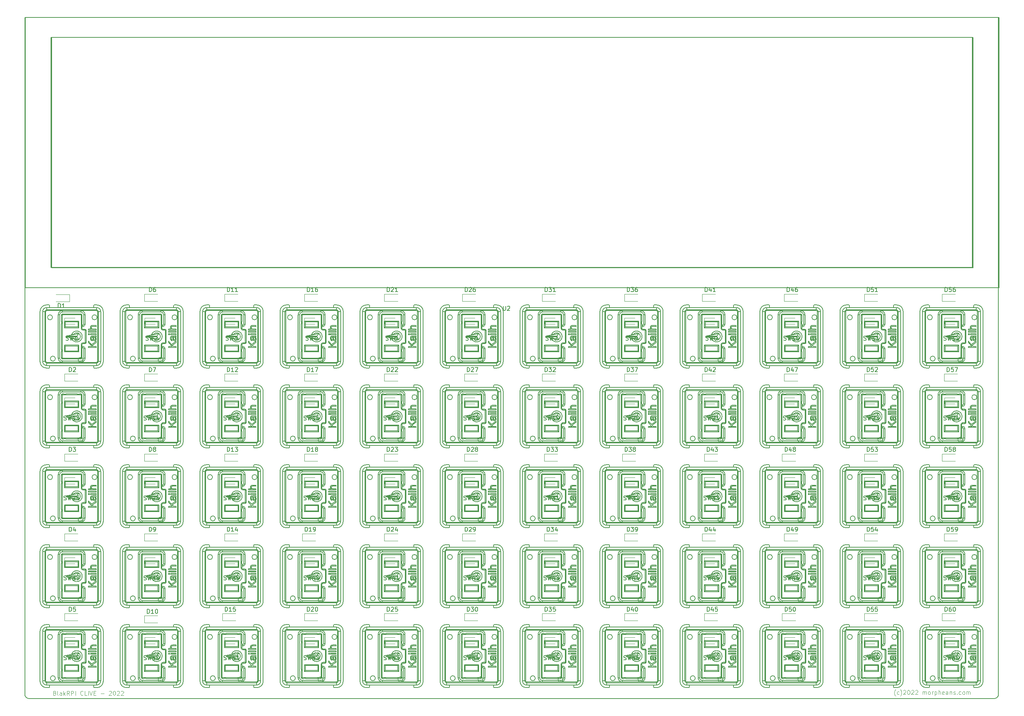
<source format=gbr>
%TF.GenerationSoftware,KiCad,Pcbnew,(5.1.9)-1*%
%TF.CreationDate,2021-10-30T21:00:12+02:00*%
%TF.ProjectId,88RPI,38385250-492e-46b6-9963-61645f706362,rev?*%
%TF.SameCoordinates,Original*%
%TF.FileFunction,Legend,Top*%
%TF.FilePolarity,Positive*%
%FSLAX46Y46*%
G04 Gerber Fmt 4.6, Leading zero omitted, Abs format (unit mm)*
G04 Created by KiCad (PCBNEW (5.1.9)-1) date 2021-10-30 21:00:12*
%MOMM*%
%LPD*%
G01*
G04 APERTURE LIST*
%ADD10C,0.100000*%
%ADD11C,0.200000*%
%ADD12C,0.120000*%
%ADD13C,0.150000*%
G04 APERTURE END LIST*
D10*
X225537214Y-177744333D02*
X225489595Y-177696714D01*
X225394357Y-177553857D01*
X225346738Y-177458619D01*
X225299119Y-177315761D01*
X225251500Y-177077666D01*
X225251500Y-176887190D01*
X225299119Y-176649095D01*
X225346738Y-176506238D01*
X225394357Y-176411000D01*
X225489595Y-176268142D01*
X225537214Y-176220523D01*
X226346738Y-177315761D02*
X226251500Y-177363380D01*
X226061023Y-177363380D01*
X225965785Y-177315761D01*
X225918166Y-177268142D01*
X225870547Y-177172904D01*
X225870547Y-176887190D01*
X225918166Y-176791952D01*
X225965785Y-176744333D01*
X226061023Y-176696714D01*
X226251500Y-176696714D01*
X226346738Y-176744333D01*
X226680071Y-177744333D02*
X226727690Y-177696714D01*
X226822928Y-177553857D01*
X226870547Y-177458619D01*
X226918166Y-177315761D01*
X226965785Y-177077666D01*
X226965785Y-176887190D01*
X226918166Y-176649095D01*
X226870547Y-176506238D01*
X226822928Y-176411000D01*
X226727690Y-176268142D01*
X226680071Y-176220523D01*
X227394357Y-176458619D02*
X227441976Y-176411000D01*
X227537214Y-176363380D01*
X227775309Y-176363380D01*
X227870547Y-176411000D01*
X227918166Y-176458619D01*
X227965785Y-176553857D01*
X227965785Y-176649095D01*
X227918166Y-176791952D01*
X227346738Y-177363380D01*
X227965785Y-177363380D01*
X228584833Y-176363380D02*
X228680071Y-176363380D01*
X228775309Y-176411000D01*
X228822928Y-176458619D01*
X228870547Y-176553857D01*
X228918166Y-176744333D01*
X228918166Y-176982428D01*
X228870547Y-177172904D01*
X228822928Y-177268142D01*
X228775309Y-177315761D01*
X228680071Y-177363380D01*
X228584833Y-177363380D01*
X228489595Y-177315761D01*
X228441976Y-177268142D01*
X228394357Y-177172904D01*
X228346738Y-176982428D01*
X228346738Y-176744333D01*
X228394357Y-176553857D01*
X228441976Y-176458619D01*
X228489595Y-176411000D01*
X228584833Y-176363380D01*
X229299119Y-176458619D02*
X229346738Y-176411000D01*
X229441976Y-176363380D01*
X229680071Y-176363380D01*
X229775309Y-176411000D01*
X229822928Y-176458619D01*
X229870547Y-176553857D01*
X229870547Y-176649095D01*
X229822928Y-176791952D01*
X229251500Y-177363380D01*
X229870547Y-177363380D01*
X230251500Y-176458619D02*
X230299119Y-176411000D01*
X230394357Y-176363380D01*
X230632452Y-176363380D01*
X230727690Y-176411000D01*
X230775309Y-176458619D01*
X230822928Y-176553857D01*
X230822928Y-176649095D01*
X230775309Y-176791952D01*
X230203880Y-177363380D01*
X230822928Y-177363380D01*
X232013404Y-177363380D02*
X232013404Y-176696714D01*
X232013404Y-176791952D02*
X232061023Y-176744333D01*
X232156261Y-176696714D01*
X232299119Y-176696714D01*
X232394357Y-176744333D01*
X232441976Y-176839571D01*
X232441976Y-177363380D01*
X232441976Y-176839571D02*
X232489595Y-176744333D01*
X232584833Y-176696714D01*
X232727690Y-176696714D01*
X232822928Y-176744333D01*
X232870547Y-176839571D01*
X232870547Y-177363380D01*
X233489595Y-177363380D02*
X233394357Y-177315761D01*
X233346738Y-177268142D01*
X233299119Y-177172904D01*
X233299119Y-176887190D01*
X233346738Y-176791952D01*
X233394357Y-176744333D01*
X233489595Y-176696714D01*
X233632452Y-176696714D01*
X233727690Y-176744333D01*
X233775309Y-176791952D01*
X233822928Y-176887190D01*
X233822928Y-177172904D01*
X233775309Y-177268142D01*
X233727690Y-177315761D01*
X233632452Y-177363380D01*
X233489595Y-177363380D01*
X234251500Y-177363380D02*
X234251500Y-176696714D01*
X234251500Y-176887190D02*
X234299119Y-176791952D01*
X234346738Y-176744333D01*
X234441976Y-176696714D01*
X234537214Y-176696714D01*
X234870547Y-176696714D02*
X234870547Y-177696714D01*
X234870547Y-176744333D02*
X234965785Y-176696714D01*
X235156261Y-176696714D01*
X235251500Y-176744333D01*
X235299119Y-176791952D01*
X235346738Y-176887190D01*
X235346738Y-177172904D01*
X235299119Y-177268142D01*
X235251500Y-177315761D01*
X235156261Y-177363380D01*
X234965785Y-177363380D01*
X234870547Y-177315761D01*
X235775309Y-177363380D02*
X235775309Y-176363380D01*
X236203880Y-177363380D02*
X236203880Y-176839571D01*
X236156261Y-176744333D01*
X236061023Y-176696714D01*
X235918166Y-176696714D01*
X235822928Y-176744333D01*
X235775309Y-176791952D01*
X237061023Y-177315761D02*
X236965785Y-177363380D01*
X236775309Y-177363380D01*
X236680071Y-177315761D01*
X236632452Y-177220523D01*
X236632452Y-176839571D01*
X236680071Y-176744333D01*
X236775309Y-176696714D01*
X236965785Y-176696714D01*
X237061023Y-176744333D01*
X237108642Y-176839571D01*
X237108642Y-176934809D01*
X236632452Y-177030047D01*
X237965785Y-177363380D02*
X237965785Y-176839571D01*
X237918166Y-176744333D01*
X237822928Y-176696714D01*
X237632452Y-176696714D01*
X237537214Y-176744333D01*
X237965785Y-177315761D02*
X237870547Y-177363380D01*
X237632452Y-177363380D01*
X237537214Y-177315761D01*
X237489595Y-177220523D01*
X237489595Y-177125285D01*
X237537214Y-177030047D01*
X237632452Y-176982428D01*
X237870547Y-176982428D01*
X237965785Y-176934809D01*
X238441976Y-176696714D02*
X238441976Y-177363380D01*
X238441976Y-176791952D02*
X238489595Y-176744333D01*
X238584833Y-176696714D01*
X238727690Y-176696714D01*
X238822928Y-176744333D01*
X238870547Y-176839571D01*
X238870547Y-177363380D01*
X239299119Y-177315761D02*
X239394357Y-177363380D01*
X239584833Y-177363380D01*
X239680071Y-177315761D01*
X239727690Y-177220523D01*
X239727690Y-177172904D01*
X239680071Y-177077666D01*
X239584833Y-177030047D01*
X239441976Y-177030047D01*
X239346738Y-176982428D01*
X239299119Y-176887190D01*
X239299119Y-176839571D01*
X239346738Y-176744333D01*
X239441976Y-176696714D01*
X239584833Y-176696714D01*
X239680071Y-176744333D01*
X240156261Y-177268142D02*
X240203880Y-177315761D01*
X240156261Y-177363380D01*
X240108642Y-177315761D01*
X240156261Y-177268142D01*
X240156261Y-177363380D01*
X241061023Y-177315761D02*
X240965785Y-177363380D01*
X240775309Y-177363380D01*
X240680071Y-177315761D01*
X240632452Y-177268142D01*
X240584833Y-177172904D01*
X240584833Y-176887190D01*
X240632452Y-176791952D01*
X240680071Y-176744333D01*
X240775309Y-176696714D01*
X240965785Y-176696714D01*
X241061023Y-176744333D01*
X241632452Y-177363380D02*
X241537214Y-177315761D01*
X241489595Y-177268142D01*
X241441976Y-177172904D01*
X241441976Y-176887190D01*
X241489595Y-176791952D01*
X241537214Y-176744333D01*
X241632452Y-176696714D01*
X241775309Y-176696714D01*
X241870547Y-176744333D01*
X241918166Y-176791952D01*
X241965785Y-176887190D01*
X241965785Y-177172904D01*
X241918166Y-177268142D01*
X241870547Y-177315761D01*
X241775309Y-177363380D01*
X241632452Y-177363380D01*
X242394357Y-177363380D02*
X242394357Y-176696714D01*
X242394357Y-176791952D02*
X242441976Y-176744333D01*
X242537214Y-176696714D01*
X242680071Y-176696714D01*
X242775309Y-176744333D01*
X242822928Y-176839571D01*
X242822928Y-177363380D01*
X242822928Y-176839571D02*
X242870547Y-176744333D01*
X242965785Y-176696714D01*
X243108642Y-176696714D01*
X243203880Y-176744333D01*
X243251500Y-176839571D01*
X243251500Y-177363380D01*
X25805809Y-177030071D02*
X25948666Y-177077690D01*
X25996285Y-177125309D01*
X26043904Y-177220547D01*
X26043904Y-177363404D01*
X25996285Y-177458642D01*
X25948666Y-177506261D01*
X25853428Y-177553880D01*
X25472476Y-177553880D01*
X25472476Y-176553880D01*
X25805809Y-176553880D01*
X25901047Y-176601500D01*
X25948666Y-176649119D01*
X25996285Y-176744357D01*
X25996285Y-176839595D01*
X25948666Y-176934833D01*
X25901047Y-176982452D01*
X25805809Y-177030071D01*
X25472476Y-177030071D01*
X26615333Y-177553880D02*
X26520095Y-177506261D01*
X26472476Y-177411023D01*
X26472476Y-176553880D01*
X27424857Y-177553880D02*
X27424857Y-177030071D01*
X27377238Y-176934833D01*
X27282000Y-176887214D01*
X27091523Y-176887214D01*
X26996285Y-176934833D01*
X27424857Y-177506261D02*
X27329619Y-177553880D01*
X27091523Y-177553880D01*
X26996285Y-177506261D01*
X26948666Y-177411023D01*
X26948666Y-177315785D01*
X26996285Y-177220547D01*
X27091523Y-177172928D01*
X27329619Y-177172928D01*
X27424857Y-177125309D01*
X27901047Y-177553880D02*
X27901047Y-176553880D01*
X27996285Y-177172928D02*
X28282000Y-177553880D01*
X28282000Y-176887214D02*
X27901047Y-177268166D01*
X29282000Y-177553880D02*
X28948666Y-177077690D01*
X28710571Y-177553880D02*
X28710571Y-176553880D01*
X29091523Y-176553880D01*
X29186761Y-176601500D01*
X29234380Y-176649119D01*
X29282000Y-176744357D01*
X29282000Y-176887214D01*
X29234380Y-176982452D01*
X29186761Y-177030071D01*
X29091523Y-177077690D01*
X28710571Y-177077690D01*
X29710571Y-177553880D02*
X29710571Y-176553880D01*
X30091523Y-176553880D01*
X30186761Y-176601500D01*
X30234380Y-176649119D01*
X30282000Y-176744357D01*
X30282000Y-176887214D01*
X30234380Y-176982452D01*
X30186761Y-177030071D01*
X30091523Y-177077690D01*
X29710571Y-177077690D01*
X30710571Y-177553880D02*
X30710571Y-176553880D01*
X32520095Y-177458642D02*
X32472476Y-177506261D01*
X32329619Y-177553880D01*
X32234380Y-177553880D01*
X32091523Y-177506261D01*
X31996285Y-177411023D01*
X31948666Y-177315785D01*
X31901047Y-177125309D01*
X31901047Y-176982452D01*
X31948666Y-176791976D01*
X31996285Y-176696738D01*
X32091523Y-176601500D01*
X32234380Y-176553880D01*
X32329619Y-176553880D01*
X32472476Y-176601500D01*
X32520095Y-176649119D01*
X33424857Y-177553880D02*
X32948666Y-177553880D01*
X32948666Y-176553880D01*
X33758190Y-177553880D02*
X33758190Y-176553880D01*
X34091523Y-176553880D02*
X34424857Y-177553880D01*
X34758190Y-176553880D01*
X35091523Y-177030071D02*
X35424857Y-177030071D01*
X35567714Y-177553880D02*
X35091523Y-177553880D01*
X35091523Y-176553880D01*
X35567714Y-176553880D01*
X36758190Y-177172928D02*
X37520095Y-177172928D01*
X38710571Y-176649119D02*
X38758190Y-176601500D01*
X38853428Y-176553880D01*
X39091523Y-176553880D01*
X39186761Y-176601500D01*
X39234380Y-176649119D01*
X39282000Y-176744357D01*
X39282000Y-176839595D01*
X39234380Y-176982452D01*
X38662952Y-177553880D01*
X39282000Y-177553880D01*
X39901047Y-176553880D02*
X39996285Y-176553880D01*
X40091523Y-176601500D01*
X40139142Y-176649119D01*
X40186761Y-176744357D01*
X40234380Y-176934833D01*
X40234380Y-177172928D01*
X40186761Y-177363404D01*
X40139142Y-177458642D01*
X40091523Y-177506261D01*
X39996285Y-177553880D01*
X39901047Y-177553880D01*
X39805809Y-177506261D01*
X39758190Y-177458642D01*
X39710571Y-177363404D01*
X39662952Y-177172928D01*
X39662952Y-176934833D01*
X39710571Y-176744357D01*
X39758190Y-176649119D01*
X39805809Y-176601500D01*
X39901047Y-176553880D01*
X40615333Y-176649119D02*
X40662952Y-176601500D01*
X40758190Y-176553880D01*
X40996285Y-176553880D01*
X41091523Y-176601500D01*
X41139142Y-176649119D01*
X41186761Y-176744357D01*
X41186761Y-176839595D01*
X41139142Y-176982452D01*
X40567714Y-177553880D01*
X41186761Y-177553880D01*
X41567714Y-176649119D02*
X41615333Y-176601500D01*
X41710571Y-176553880D01*
X41948666Y-176553880D01*
X42043904Y-176601500D01*
X42091523Y-176649119D01*
X42139142Y-176744357D01*
X42139142Y-176839595D01*
X42091523Y-176982452D01*
X41520095Y-177553880D01*
X42139142Y-177553880D01*
D11*
X249993588Y-16350397D02*
X18693589Y-16350397D01*
X18693589Y-16350397D02*
X18693589Y-177350396D01*
X33023989Y-97405689D02*
G75*
G02*
X32023989Y-98405689I-1000000J0D01*
G01*
X35723989Y-85355357D02*
G75*
G02*
X36723989Y-86355357I0J-1000000D01*
G01*
X23472139Y-86355357D02*
G75*
G02*
X23923989Y-85903507I451850J0D01*
G01*
X31164182Y-97605357D02*
G75*
G02*
X31187793Y-97570393I259807J-150000D01*
G01*
X32273989Y-95815165D02*
G75*
G02*
X32239026Y-95791553I150000J259808D01*
G01*
X33023989Y-89355025D02*
G75*
G02*
X32523989Y-89855025I-500000J0D01*
G01*
X27373989Y-88695549D02*
G75*
G02*
X27408952Y-88719161I-150000J-259808D01*
G01*
X24673989Y-85355357D02*
G75*
G02*
X24573989Y-85255357I0J100000D01*
G01*
X34973989Y-99155357D02*
G75*
G02*
X35073989Y-99255357I0J-100000D01*
G01*
X35073989Y-85255357D02*
G75*
G02*
X34973989Y-85355357I-100000J0D01*
G01*
X35173989Y-99755357D02*
G75*
G02*
X35073989Y-99655357I0J100000D01*
G01*
X35823989Y-84755357D02*
G75*
G02*
X37323989Y-86255357I0J-1500000D01*
G01*
X22923989Y-86355357D02*
G75*
G02*
X23923989Y-85355357I1000000J0D01*
G01*
X27408952Y-89191552D02*
G75*
G02*
X27373989Y-89215164I-184963J236195D01*
G01*
X32273989Y-89215165D02*
G75*
G02*
X32239026Y-89191553I150000J259808D01*
G01*
X32523989Y-94992943D02*
G75*
G02*
X32686735Y-95155689I0J-162746D01*
G01*
X23673657Y-86355357D02*
G75*
G02*
X23923989Y-86105025I250332J0D01*
G01*
X35723989Y-86105025D02*
G75*
G02*
X35974321Y-86355357I0J-250332D01*
G01*
X23923989Y-98607207D02*
G75*
G02*
X23472139Y-98155357I0J451850D01*
G01*
X36175838Y-98155357D02*
G75*
G02*
X35723989Y-98607206I-451849J0D01*
G01*
X35723989Y-85903507D02*
G75*
G02*
X36175839Y-86355357I0J-451850D01*
G01*
X32023989Y-86105025D02*
G75*
G02*
X33023989Y-87105025I0J-1000000D01*
G01*
X26623989Y-87105025D02*
G75*
G02*
X27623989Y-86105025I1000000J0D01*
G01*
X35974321Y-98155357D02*
G75*
G02*
X35723989Y-98405689I-250332J0D01*
G01*
X33273989Y-93705357D02*
G75*
G02*
X33023989Y-93955357I-250000J0D01*
G01*
X27623989Y-97395577D02*
G75*
G02*
X27583769Y-97355357I0J40220D01*
G01*
X28483797Y-86905357D02*
G75*
G02*
X28460185Y-86940320I-259808J150000D01*
G01*
X27373989Y-95295549D02*
G75*
G02*
X27408952Y-95319161I-150000J-259808D01*
G01*
X27583769Y-87155357D02*
G75*
G02*
X27623989Y-87115137I40220J0D01*
G01*
X27373989Y-87155357D02*
G75*
G02*
X27623989Y-86905357I250000J0D01*
G01*
X31187793Y-86940320D02*
G75*
G02*
X31164181Y-86905357I236196J184963D01*
G01*
X32686735Y-89355025D02*
G75*
G02*
X32523989Y-89517771I-162746J0D01*
G01*
X32023989Y-86442279D02*
G75*
G02*
X32686735Y-87105025I0J-662746D01*
G01*
X32239026Y-95319161D02*
G75*
G02*
X32273989Y-95295549I184963J-236196D01*
G01*
X32273989Y-97355357D02*
G75*
G02*
X32023989Y-97605357I-250000J0D01*
G01*
X29823989Y-91755357D02*
G75*
G02*
X29823989Y-92755357I1200000J-500000D01*
G01*
X31660185Y-97570394D02*
G75*
G02*
X31683797Y-97605357I-236196J-184963D01*
G01*
X26961243Y-87105025D02*
G75*
G02*
X27623989Y-86442279I662746J0D01*
G01*
X32239026Y-88719161D02*
G75*
G02*
X32273989Y-88695549I184963J-236196D01*
G01*
X32023989Y-87115137D02*
G75*
G02*
X32064209Y-87155357I0J-40220D01*
G01*
X33064208Y-93705357D02*
G75*
G02*
X33023989Y-93745576I-40219J0D01*
G01*
X27623989Y-98405689D02*
G75*
G02*
X26623989Y-97405689I0J1000000D01*
G01*
X27623989Y-97605357D02*
G75*
G02*
X27373989Y-97355357I0J250000D01*
G01*
X27623989Y-98068435D02*
G75*
G02*
X26961243Y-97405689I0J662746D01*
G01*
X36723989Y-98155357D02*
G75*
G02*
X35723989Y-99155357I-1000000J0D01*
G01*
X22323989Y-86255357D02*
G75*
G02*
X23823989Y-84755357I1500000J0D01*
G01*
X27964182Y-97605357D02*
G75*
G02*
X27987793Y-97570393I259807J-150000D01*
G01*
X23923989Y-98405689D02*
G75*
G02*
X23673657Y-98155357I0J250332D01*
G01*
X24473989Y-84755357D02*
G75*
G02*
X24573989Y-84855357I0J-100000D01*
G01*
X37323989Y-98255357D02*
G75*
G02*
X35823989Y-99755357I-1500000J0D01*
G01*
X27408952Y-95791552D02*
G75*
G02*
X27373989Y-95815164I-184963J236195D01*
G01*
X31683797Y-86905357D02*
G75*
G02*
X31660185Y-86940320I-259808J150000D01*
G01*
X27987793Y-86940320D02*
G75*
G02*
X27964181Y-86905357I236196J184963D01*
G01*
X32686734Y-97405689D02*
G75*
G02*
X32023989Y-98068434I-662745J0D01*
G01*
X23923989Y-99155357D02*
G75*
G02*
X22923989Y-98155357I0J1000000D01*
G01*
X23823989Y-99755357D02*
G75*
G02*
X22323989Y-98255357I0J1500000D01*
G01*
X24573989Y-99655357D02*
G75*
G02*
X24473989Y-99755357I-100000J0D01*
G01*
X32023989Y-86905357D02*
G75*
G02*
X32273989Y-87155357I0J-250000D01*
G01*
X32064208Y-97355357D02*
G75*
G02*
X32023989Y-97395576I-40219J0D01*
G01*
X28460185Y-97570394D02*
G75*
G02*
X28483797Y-97605357I-236196J-184963D01*
G01*
X24573989Y-99255357D02*
G75*
G02*
X24673989Y-99155357I100000J0D01*
G01*
X32523989Y-94655689D02*
G75*
G02*
X33023989Y-95155689I0J-500000D01*
G01*
X30305595Y-91713222D02*
G75*
G02*
X30305595Y-92797492I718394J-542135D01*
G01*
X35073989Y-84855357D02*
G75*
G02*
X35173989Y-84755357I100000J0D01*
G01*
X51273989Y-173355357D02*
G75*
G02*
X51023989Y-173605357I-250000J0D01*
G01*
X42923989Y-174607207D02*
G75*
G02*
X42472139Y-174155357I0J451850D01*
G01*
X51239026Y-164719161D02*
G75*
G02*
X51273989Y-164695549I184963J-236196D01*
G01*
X46964182Y-173605357D02*
G75*
G02*
X46987793Y-173570393I259807J-150000D01*
G01*
X32273989Y-94205357D02*
G75*
G02*
X32523989Y-93955357I250000J0D01*
G01*
X51023989Y-162442279D02*
G75*
G02*
X51686735Y-163105025I0J-662746D01*
G01*
X50164182Y-173605357D02*
G75*
G02*
X50187793Y-173570393I259807J-150000D01*
G01*
X41323989Y-162255357D02*
G75*
G02*
X42823989Y-160755357I1500000J0D01*
G01*
X46408952Y-165191552D02*
G75*
G02*
X46373989Y-165215164I-184963J236195D01*
G01*
X43473989Y-160755357D02*
G75*
G02*
X43573989Y-160855357I0J-100000D01*
G01*
X54073989Y-161255357D02*
G75*
G02*
X53973989Y-161355357I-100000J0D01*
G01*
X54723989Y-161355357D02*
G75*
G02*
X55723989Y-162355357I0J-1000000D01*
G01*
X55175838Y-174155357D02*
G75*
G02*
X54723989Y-174607206I-451849J0D01*
G01*
X54723989Y-162105025D02*
G75*
G02*
X54974321Y-162355357I0J-250332D01*
G01*
X45623989Y-163105025D02*
G75*
G02*
X46623989Y-162105025I1000000J0D01*
G01*
X50683797Y-162905357D02*
G75*
G02*
X50660185Y-162940320I-259808J150000D01*
G01*
X46623989Y-174068435D02*
G75*
G02*
X45961243Y-173405689I0J662746D01*
G01*
X51239026Y-171319161D02*
G75*
G02*
X51273989Y-171295549I184963J-236196D01*
G01*
X43573989Y-175255357D02*
G75*
G02*
X43673989Y-175155357I100000J0D01*
G01*
X46373989Y-171295549D02*
G75*
G02*
X46408952Y-171319161I-150000J-259808D01*
G01*
X46373989Y-164695549D02*
G75*
G02*
X46408952Y-164719161I-150000J-259808D01*
G01*
X42472139Y-162355357D02*
G75*
G02*
X42923989Y-161903507I451850J0D01*
G01*
X47460185Y-173570394D02*
G75*
G02*
X47483797Y-173605357I-236196J-184963D01*
G01*
X51023989Y-162105025D02*
G75*
G02*
X52023989Y-163105025I0J-1000000D01*
G01*
X56323989Y-174255357D02*
G75*
G02*
X54823989Y-175755357I-1500000J0D01*
G01*
X51023989Y-162905357D02*
G75*
G02*
X51273989Y-163155357I0J-250000D01*
G01*
X45961243Y-163105025D02*
G75*
G02*
X46623989Y-162442279I662746J0D01*
G01*
X54073989Y-160855357D02*
G75*
G02*
X54173989Y-160755357I100000J0D01*
G01*
X46623989Y-173605357D02*
G75*
G02*
X46373989Y-173355357I0J250000D01*
G01*
X42923989Y-175155357D02*
G75*
G02*
X41923989Y-174155357I0J1000000D01*
G01*
X42923989Y-174405689D02*
G75*
G02*
X42673657Y-174155357I0J250332D01*
G01*
X54723989Y-161903507D02*
G75*
G02*
X55175839Y-162355357I0J-451850D01*
G01*
X49305595Y-167713222D02*
G75*
G02*
X49305595Y-168797492I718394J-542135D01*
G01*
X42673657Y-162355357D02*
G75*
G02*
X42923989Y-162105025I250332J0D01*
G01*
X46987793Y-162940320D02*
G75*
G02*
X46964181Y-162905357I236196J184963D01*
G01*
X46623989Y-174405689D02*
G75*
G02*
X45623989Y-173405689I0J1000000D01*
G01*
X52023989Y-165355025D02*
G75*
G02*
X51523989Y-165855025I-500000J0D01*
G01*
X51273989Y-165215165D02*
G75*
G02*
X51239026Y-165191553I150000J259808D01*
G01*
X51686735Y-165355025D02*
G75*
G02*
X51523989Y-165517771I-162746J0D01*
G01*
X43573989Y-175655357D02*
G75*
G02*
X43473989Y-175755357I-100000J0D01*
G01*
X51523989Y-170992943D02*
G75*
G02*
X51686735Y-171155689I0J-162746D01*
G01*
X51273989Y-171815165D02*
G75*
G02*
X51239026Y-171791553I150000J259808D01*
G01*
X53973989Y-175155357D02*
G75*
G02*
X54073989Y-175255357I0J-100000D01*
G01*
X41923989Y-162355357D02*
G75*
G02*
X42923989Y-161355357I1000000J0D01*
G01*
X47483797Y-162905357D02*
G75*
G02*
X47460185Y-162940320I-259808J150000D01*
G01*
X54974321Y-174155357D02*
G75*
G02*
X54723989Y-174405689I-250332J0D01*
G01*
X48823989Y-167755357D02*
G75*
G02*
X48823989Y-168755357I1200000J-500000D01*
G01*
X51686734Y-173405689D02*
G75*
G02*
X51023989Y-174068434I-662745J0D01*
G01*
X52023989Y-173405689D02*
G75*
G02*
X51023989Y-174405689I-1000000J0D01*
G01*
X54173989Y-175755357D02*
G75*
G02*
X54073989Y-175655357I0J100000D01*
G01*
X51523989Y-170655689D02*
G75*
G02*
X52023989Y-171155689I0J-500000D01*
G01*
X46373989Y-163155357D02*
G75*
G02*
X46623989Y-162905357I250000J0D01*
G01*
X55723989Y-174155357D02*
G75*
G02*
X54723989Y-175155357I-1000000J0D01*
G01*
X32523989Y-90555357D02*
G75*
G02*
X32273989Y-90305357I0J250000D01*
G01*
X50187793Y-162940320D02*
G75*
G02*
X50164181Y-162905357I236196J184963D01*
G01*
X32064208Y-94205357D02*
G75*
G02*
X32523989Y-93745576I459781J0D01*
G01*
X32523989Y-90765137D02*
G75*
G02*
X32064209Y-90305357I0J459780D01*
G01*
X33023989Y-90555357D02*
G75*
G02*
X33273989Y-90805357I0J-250000D01*
G01*
X33023989Y-90765137D02*
G75*
G02*
X33064209Y-90805357I0J-40220D01*
G01*
X42823989Y-175755357D02*
G75*
G02*
X41323989Y-174255357I0J1500000D01*
G01*
X43673989Y-161355357D02*
G75*
G02*
X43573989Y-161255357I0J100000D01*
G01*
X50660185Y-173570394D02*
G75*
G02*
X50683797Y-173605357I-236196J-184963D01*
G01*
X54823989Y-160755357D02*
G75*
G02*
X56323989Y-162255357I0J-1500000D01*
G01*
X46408952Y-171791552D02*
G75*
G02*
X46373989Y-171815164I-184963J236195D01*
G01*
X71023989Y-89355025D02*
G75*
G02*
X70523989Y-89855025I-500000J0D01*
G01*
X70686734Y-97405689D02*
G75*
G02*
X70023989Y-98068434I-662745J0D01*
G01*
X51023989Y-163115137D02*
G75*
G02*
X51064209Y-163155357I0J-40220D01*
G01*
X62573989Y-99655357D02*
G75*
G02*
X62473989Y-99755357I-100000J0D01*
G01*
X62473989Y-84755357D02*
G75*
G02*
X62573989Y-84855357I0J-100000D01*
G01*
X52273989Y-169705357D02*
G75*
G02*
X52023989Y-169955357I-250000J0D01*
G01*
X51273989Y-170205357D02*
G75*
G02*
X51523989Y-169955357I250000J0D01*
G01*
X52023989Y-166555357D02*
G75*
G02*
X52273989Y-166805357I0J-250000D01*
G01*
X52023989Y-166765137D02*
G75*
G02*
X52064209Y-166805357I0J-40220D01*
G01*
X75323989Y-98255357D02*
G75*
G02*
X73823989Y-99755357I-1500000J0D01*
G01*
X61673657Y-86355357D02*
G75*
G02*
X61923989Y-86105025I250332J0D01*
G01*
X69164182Y-97605357D02*
G75*
G02*
X69187793Y-97570393I259807J-150000D01*
G01*
X65373989Y-95295549D02*
G75*
G02*
X65408952Y-95319161I-150000J-259808D01*
G01*
X65964182Y-97605357D02*
G75*
G02*
X65987793Y-97570393I259807J-150000D01*
G01*
X70686735Y-89355025D02*
G75*
G02*
X70523989Y-89517771I-162746J0D01*
G01*
X65373989Y-87155357D02*
G75*
G02*
X65623989Y-86905357I250000J0D01*
G01*
X73073989Y-84855357D02*
G75*
G02*
X73173989Y-84755357I100000J0D01*
G01*
X62673989Y-85355357D02*
G75*
G02*
X62573989Y-85255357I0J100000D01*
G01*
X71023989Y-97405689D02*
G75*
G02*
X70023989Y-98405689I-1000000J0D01*
G01*
X61923989Y-99155357D02*
G75*
G02*
X60923989Y-98155357I0J1000000D01*
G01*
X61923989Y-98607207D02*
G75*
G02*
X61472139Y-98155357I0J451850D01*
G01*
X69683797Y-86905357D02*
G75*
G02*
X69660185Y-86940320I-259808J150000D01*
G01*
X70523989Y-94655689D02*
G75*
G02*
X71023989Y-95155689I0J-500000D01*
G01*
X65408952Y-89191552D02*
G75*
G02*
X65373989Y-89215164I-184963J236195D01*
G01*
X65987793Y-86940320D02*
G75*
G02*
X65964181Y-86905357I236196J184963D01*
G01*
X70523989Y-94992943D02*
G75*
G02*
X70686735Y-95155689I0J-162746D01*
G01*
X73073989Y-85255357D02*
G75*
G02*
X72973989Y-85355357I-100000J0D01*
G01*
X65623989Y-97605357D02*
G75*
G02*
X65373989Y-97355357I0J250000D01*
G01*
X73974321Y-98155357D02*
G75*
G02*
X73723989Y-98405689I-250332J0D01*
G01*
X73823989Y-84755357D02*
G75*
G02*
X75323989Y-86255357I0J-1500000D01*
G01*
X60323989Y-86255357D02*
G75*
G02*
X61823989Y-84755357I1500000J0D01*
G01*
X74723989Y-98155357D02*
G75*
G02*
X73723989Y-99155357I-1000000J0D01*
G01*
X60923989Y-86355357D02*
G75*
G02*
X61923989Y-85355357I1000000J0D01*
G01*
X65408952Y-95791552D02*
G75*
G02*
X65373989Y-95815164I-184963J236195D01*
G01*
X69660185Y-97570394D02*
G75*
G02*
X69683797Y-97605357I-236196J-184963D01*
G01*
X70273989Y-97355357D02*
G75*
G02*
X70023989Y-97605357I-250000J0D01*
G01*
X61823989Y-99755357D02*
G75*
G02*
X60323989Y-98255357I0J1500000D01*
G01*
X73723989Y-85903507D02*
G75*
G02*
X74175839Y-86355357I0J-451850D01*
G01*
X65373989Y-88695549D02*
G75*
G02*
X65408952Y-88719161I-150000J-259808D01*
G01*
X66460185Y-97570394D02*
G75*
G02*
X66483797Y-97605357I-236196J-184963D01*
G01*
X61923989Y-98405689D02*
G75*
G02*
X61673657Y-98155357I0J250332D01*
G01*
X72973989Y-99155357D02*
G75*
G02*
X73073989Y-99255357I0J-100000D01*
G01*
X66483797Y-86905357D02*
G75*
G02*
X66460185Y-86940320I-259808J150000D01*
G01*
X70273989Y-89215165D02*
G75*
G02*
X70239026Y-89191553I150000J259808D01*
G01*
X46623989Y-173395577D02*
G75*
G02*
X46583769Y-173355357I0J40220D01*
G01*
X51064208Y-173355357D02*
G75*
G02*
X51023989Y-173395576I-40219J0D01*
G01*
X51523989Y-166555357D02*
G75*
G02*
X51273989Y-166305357I0J250000D01*
G01*
X52064208Y-169705357D02*
G75*
G02*
X52023989Y-169745576I-40219J0D01*
G01*
X51064208Y-170205357D02*
G75*
G02*
X51523989Y-169745576I459781J0D01*
G01*
X46583769Y-163155357D02*
G75*
G02*
X46623989Y-163115137I40220J0D01*
G01*
X73173989Y-99755357D02*
G75*
G02*
X73073989Y-99655357I0J100000D01*
G01*
X65623989Y-98405689D02*
G75*
G02*
X64623989Y-97405689I0J1000000D01*
G01*
X70023989Y-86905357D02*
G75*
G02*
X70273989Y-87155357I0J-250000D01*
G01*
X70239026Y-88719161D02*
G75*
G02*
X70273989Y-88695549I184963J-236196D01*
G01*
X69187793Y-86940320D02*
G75*
G02*
X69164181Y-86905357I236196J184963D01*
G01*
X70273989Y-95815165D02*
G75*
G02*
X70239026Y-95791553I150000J259808D01*
G01*
X73723989Y-86105025D02*
G75*
G02*
X73974321Y-86355357I0J-250332D01*
G01*
X70239026Y-95319161D02*
G75*
G02*
X70273989Y-95295549I184963J-236196D01*
G01*
X74175838Y-98155357D02*
G75*
G02*
X73723989Y-98607206I-451849J0D01*
G01*
X62573989Y-99255357D02*
G75*
G02*
X62673989Y-99155357I100000J0D01*
G01*
X51523989Y-166765137D02*
G75*
G02*
X51064209Y-166305357I0J459780D01*
G01*
X65623989Y-98068435D02*
G75*
G02*
X64961243Y-97405689I0J662746D01*
G01*
X73723989Y-85355357D02*
G75*
G02*
X74723989Y-86355357I0J-1000000D01*
G01*
X61472139Y-86355357D02*
G75*
G02*
X61923989Y-85903507I451850J0D01*
G01*
X70239026Y-107719161D02*
G75*
G02*
X70273989Y-107695549I184963J-236196D01*
G01*
X73823989Y-103755357D02*
G75*
G02*
X75323989Y-105255357I0J-1500000D01*
G01*
X70023989Y-105905357D02*
G75*
G02*
X70273989Y-106155357I0J-250000D01*
G01*
X73723989Y-104903507D02*
G75*
G02*
X74175839Y-105355357I0J-451850D01*
G01*
X70523989Y-90555357D02*
G75*
G02*
X70273989Y-90305357I0J250000D01*
G01*
X65408952Y-114791552D02*
G75*
G02*
X65373989Y-114815164I-184963J236195D01*
G01*
X70686735Y-108355025D02*
G75*
G02*
X70523989Y-108517771I-162746J0D01*
G01*
X71273989Y-93705357D02*
G75*
G02*
X71023989Y-93955357I-250000J0D01*
G01*
X61472139Y-105355357D02*
G75*
G02*
X61923989Y-104903507I451850J0D01*
G01*
X70273989Y-94205357D02*
G75*
G02*
X70523989Y-93955357I250000J0D01*
G01*
X71064208Y-93705357D02*
G75*
G02*
X71023989Y-93745576I-40219J0D01*
G01*
X72973989Y-118155357D02*
G75*
G02*
X73073989Y-118255357I0J-100000D01*
G01*
X75323989Y-117255357D02*
G75*
G02*
X73823989Y-118755357I-1500000J0D01*
G01*
X61823989Y-118755357D02*
G75*
G02*
X60323989Y-117255357I0J1500000D01*
G01*
X61923989Y-117607207D02*
G75*
G02*
X61472139Y-117155357I0J451850D01*
G01*
X73974321Y-117155357D02*
G75*
G02*
X73723989Y-117405689I-250332J0D01*
G01*
X65408952Y-108191552D02*
G75*
G02*
X65373989Y-108215164I-184963J236195D01*
G01*
X66483797Y-105905357D02*
G75*
G02*
X66460185Y-105940320I-259808J150000D01*
G01*
X65623989Y-97395577D02*
G75*
G02*
X65583769Y-97355357I0J40220D01*
G01*
X61673657Y-105355357D02*
G75*
G02*
X61923989Y-105105025I250332J0D01*
G01*
X65623989Y-117405689D02*
G75*
G02*
X64623989Y-116405689I0J1000000D01*
G01*
X62573989Y-118655357D02*
G75*
G02*
X62473989Y-118755357I-100000J0D01*
G01*
X65623989Y-117068435D02*
G75*
G02*
X64961243Y-116405689I0J662746D01*
G01*
X74175838Y-117155357D02*
G75*
G02*
X73723989Y-117607206I-451849J0D01*
G01*
X70023989Y-87115137D02*
G75*
G02*
X70064209Y-87155357I0J-40220D01*
G01*
X65373989Y-106155357D02*
G75*
G02*
X65623989Y-105905357I250000J0D01*
G01*
X65373989Y-114295549D02*
G75*
G02*
X65408952Y-114319161I-150000J-259808D01*
G01*
X70064208Y-94205357D02*
G75*
G02*
X70523989Y-93745576I459781J0D01*
G01*
X73723989Y-105105025D02*
G75*
G02*
X73974321Y-105355357I0J-250332D01*
G01*
X73073989Y-103855357D02*
G75*
G02*
X73173989Y-103755357I100000J0D01*
G01*
X62673989Y-104355357D02*
G75*
G02*
X62573989Y-104255357I0J100000D01*
G01*
X60323989Y-105255357D02*
G75*
G02*
X61823989Y-103755357I1500000J0D01*
G01*
X70686734Y-116405689D02*
G75*
G02*
X70023989Y-117068434I-662745J0D01*
G01*
X62573989Y-118255357D02*
G75*
G02*
X62673989Y-118155357I100000J0D01*
G01*
X70523989Y-113655689D02*
G75*
G02*
X71023989Y-114155689I0J-500000D01*
G01*
X61923989Y-118155357D02*
G75*
G02*
X60923989Y-117155357I0J1000000D01*
G01*
X60923989Y-105355357D02*
G75*
G02*
X61923989Y-104355357I1000000J0D01*
G01*
X65964182Y-116605357D02*
G75*
G02*
X65987793Y-116570393I259807J-150000D01*
G01*
X65623989Y-116605357D02*
G75*
G02*
X65373989Y-116355357I0J250000D01*
G01*
X67823989Y-91755357D02*
G75*
G02*
X67823989Y-92755357I1200000J-500000D01*
G01*
X65987793Y-105940320D02*
G75*
G02*
X65964181Y-105905357I236196J184963D01*
G01*
X69683797Y-105905357D02*
G75*
G02*
X69660185Y-105940320I-259808J150000D01*
G01*
X71023989Y-90765137D02*
G75*
G02*
X71064209Y-90805357I0J-40220D01*
G01*
X73173989Y-118755357D02*
G75*
G02*
X73073989Y-118655357I0J100000D01*
G01*
X71023989Y-108355025D02*
G75*
G02*
X70523989Y-108855025I-500000J0D01*
G01*
X62473989Y-103755357D02*
G75*
G02*
X62573989Y-103855357I0J-100000D01*
G01*
X70523989Y-113992943D02*
G75*
G02*
X70686735Y-114155689I0J-162746D01*
G01*
X65373989Y-107695549D02*
G75*
G02*
X65408952Y-107719161I-150000J-259808D01*
G01*
X74723989Y-117155357D02*
G75*
G02*
X73723989Y-118155357I-1000000J0D01*
G01*
X70523989Y-90765137D02*
G75*
G02*
X70064209Y-90305357I0J459780D01*
G01*
X73723989Y-104355357D02*
G75*
G02*
X74723989Y-105355357I0J-1000000D01*
G01*
X71023989Y-116405689D02*
G75*
G02*
X70023989Y-117405689I-1000000J0D01*
G01*
X73073989Y-104255357D02*
G75*
G02*
X72973989Y-104355357I-100000J0D01*
G01*
X70023989Y-86105025D02*
G75*
G02*
X71023989Y-87105025I0J-1000000D01*
G01*
X69187793Y-105940320D02*
G75*
G02*
X69164181Y-105905357I236196J184963D01*
G01*
X71023989Y-90555357D02*
G75*
G02*
X71273989Y-90805357I0J-250000D01*
G01*
X70023989Y-86442279D02*
G75*
G02*
X70686735Y-87105025I0J-662746D01*
G01*
X64623989Y-87105025D02*
G75*
G02*
X65623989Y-86105025I1000000J0D01*
G01*
X64961243Y-87105025D02*
G75*
G02*
X65623989Y-86442279I662746J0D01*
G01*
X68305595Y-91713222D02*
G75*
G02*
X68305595Y-92797492I718394J-542135D01*
G01*
X70064208Y-97355357D02*
G75*
G02*
X70023989Y-97395576I-40219J0D01*
G01*
X70273989Y-108215165D02*
G75*
G02*
X70239026Y-108191553I150000J259808D01*
G01*
X65583769Y-87155357D02*
G75*
G02*
X65623989Y-87115137I40220J0D01*
G01*
X61923989Y-117405689D02*
G75*
G02*
X61673657Y-117155357I0J250332D01*
G01*
X73723989Y-123355357D02*
G75*
G02*
X74723989Y-124355357I0J-1000000D01*
G01*
X66483797Y-124905357D02*
G75*
G02*
X66460185Y-124940320I-259808J150000D01*
G01*
X69164182Y-116605357D02*
G75*
G02*
X69187793Y-116570393I259807J-150000D01*
G01*
X70523989Y-109765137D02*
G75*
G02*
X70064209Y-109305357I0J459780D01*
G01*
X70023989Y-106115137D02*
G75*
G02*
X70064209Y-106155357I0J-40220D01*
G01*
X66460185Y-116570394D02*
G75*
G02*
X66483797Y-116605357I-236196J-184963D01*
G01*
X64961243Y-106105025D02*
G75*
G02*
X65623989Y-105442279I662746J0D01*
G01*
X70273989Y-113205357D02*
G75*
G02*
X70523989Y-112955357I250000J0D01*
G01*
X71273989Y-112705357D02*
G75*
G02*
X71023989Y-112955357I-250000J0D01*
G01*
X70064208Y-113205357D02*
G75*
G02*
X70523989Y-112745576I459781J0D01*
G01*
X62573989Y-137255357D02*
G75*
G02*
X62673989Y-137155357I100000J0D01*
G01*
X65373989Y-126695549D02*
G75*
G02*
X65408952Y-126719161I-150000J-259808D01*
G01*
X73723989Y-123903507D02*
G75*
G02*
X74175839Y-124355357I0J-451850D01*
G01*
X61923989Y-136607207D02*
G75*
G02*
X61472139Y-136155357I0J451850D01*
G01*
X65987793Y-124940320D02*
G75*
G02*
X65964181Y-124905357I236196J184963D01*
G01*
X73974321Y-136155357D02*
G75*
G02*
X73723989Y-136405689I-250332J0D01*
G01*
X68305595Y-110713222D02*
G75*
G02*
X68305595Y-111797492I718394J-542135D01*
G01*
X71023989Y-109765137D02*
G75*
G02*
X71064209Y-109805357I0J-40220D01*
G01*
X61923989Y-137155357D02*
G75*
G02*
X60923989Y-136155357I0J1000000D01*
G01*
X73073989Y-123255357D02*
G75*
G02*
X72973989Y-123355357I-100000J0D01*
G01*
X75323989Y-136255357D02*
G75*
G02*
X73823989Y-137755357I-1500000J0D01*
G01*
X70523989Y-132655689D02*
G75*
G02*
X71023989Y-133155689I0J-500000D01*
G01*
X60923989Y-124355357D02*
G75*
G02*
X61923989Y-123355357I1000000J0D01*
G01*
X61673657Y-124355357D02*
G75*
G02*
X61923989Y-124105025I250332J0D01*
G01*
X73723989Y-124105025D02*
G75*
G02*
X73974321Y-124355357I0J-250332D01*
G01*
X65964182Y-135605357D02*
G75*
G02*
X65987793Y-135570393I259807J-150000D01*
G01*
X67823989Y-110755357D02*
G75*
G02*
X67823989Y-111755357I1200000J-500000D01*
G01*
X74175838Y-136155357D02*
G75*
G02*
X73723989Y-136607206I-451849J0D01*
G01*
X60323989Y-124255357D02*
G75*
G02*
X61823989Y-122755357I1500000J0D01*
G01*
X71064208Y-112705357D02*
G75*
G02*
X71023989Y-112745576I-40219J0D01*
G01*
X65583769Y-106155357D02*
G75*
G02*
X65623989Y-106115137I40220J0D01*
G01*
X73073989Y-122855357D02*
G75*
G02*
X73173989Y-122755357I100000J0D01*
G01*
X73173989Y-137755357D02*
G75*
G02*
X73073989Y-137655357I0J100000D01*
G01*
X61472139Y-124355357D02*
G75*
G02*
X61923989Y-123903507I451850J0D01*
G01*
X65408952Y-127191552D02*
G75*
G02*
X65373989Y-127215164I-184963J236195D01*
G01*
X65373989Y-133295549D02*
G75*
G02*
X65408952Y-133319161I-150000J-259808D01*
G01*
X70523989Y-109555357D02*
G75*
G02*
X70273989Y-109305357I0J250000D01*
G01*
X61823989Y-137755357D02*
G75*
G02*
X60323989Y-136255357I0J1500000D01*
G01*
X61923989Y-136405689D02*
G75*
G02*
X61673657Y-136155357I0J250332D01*
G01*
X65373989Y-125155357D02*
G75*
G02*
X65623989Y-124905357I250000J0D01*
G01*
X62473989Y-122755357D02*
G75*
G02*
X62573989Y-122855357I0J-100000D01*
G01*
X65623989Y-116395577D02*
G75*
G02*
X65583769Y-116355357I0J40220D01*
G01*
X65623989Y-136405689D02*
G75*
G02*
X64623989Y-135405689I0J1000000D01*
G01*
X69187793Y-124940320D02*
G75*
G02*
X69164181Y-124905357I236196J184963D01*
G01*
X70239026Y-114319161D02*
G75*
G02*
X70273989Y-114295549I184963J-236196D01*
G01*
X70273989Y-114815165D02*
G75*
G02*
X70239026Y-114791553I150000J259808D01*
G01*
X70273989Y-116355357D02*
G75*
G02*
X70023989Y-116605357I-250000J0D01*
G01*
X64623989Y-106105025D02*
G75*
G02*
X65623989Y-105105025I1000000J0D01*
G01*
X70023989Y-105105025D02*
G75*
G02*
X71023989Y-106105025I0J-1000000D01*
G01*
X70023989Y-105442279D02*
G75*
G02*
X70686735Y-106105025I0J-662746D01*
G01*
X70064208Y-116355357D02*
G75*
G02*
X70023989Y-116395576I-40219J0D01*
G01*
X74723989Y-136155357D02*
G75*
G02*
X73723989Y-137155357I-1000000J0D01*
G01*
X71023989Y-127355025D02*
G75*
G02*
X70523989Y-127855025I-500000J0D01*
G01*
X64623989Y-125105025D02*
G75*
G02*
X65623989Y-124105025I1000000J0D01*
G01*
X71023989Y-135405689D02*
G75*
G02*
X70023989Y-136405689I-1000000J0D01*
G01*
X65408952Y-133791552D02*
G75*
G02*
X65373989Y-133815164I-184963J236195D01*
G01*
X62573989Y-137655357D02*
G75*
G02*
X62473989Y-137755357I-100000J0D01*
G01*
X65623989Y-135605357D02*
G75*
G02*
X65373989Y-135355357I0J250000D01*
G01*
X73823989Y-122755357D02*
G75*
G02*
X75323989Y-124255357I0J-1500000D01*
G01*
X71023989Y-109555357D02*
G75*
G02*
X71273989Y-109805357I0J-250000D01*
G01*
X69660185Y-116570394D02*
G75*
G02*
X69683797Y-116605357I-236196J-184963D01*
G01*
X69683797Y-124905357D02*
G75*
G02*
X69660185Y-124940320I-259808J150000D01*
G01*
X72973989Y-137155357D02*
G75*
G02*
X73073989Y-137255357I0J-100000D01*
G01*
X62673989Y-123355357D02*
G75*
G02*
X62573989Y-123255357I0J100000D01*
G01*
X62573989Y-156255357D02*
G75*
G02*
X62673989Y-156155357I100000J0D01*
G01*
X70023989Y-125115137D02*
G75*
G02*
X70064209Y-125155357I0J-40220D01*
G01*
X70273989Y-127215165D02*
G75*
G02*
X70239026Y-127191553I150000J259808D01*
G01*
X67823989Y-129755357D02*
G75*
G02*
X67823989Y-130755357I1200000J-500000D01*
G01*
X70064208Y-132205357D02*
G75*
G02*
X70523989Y-131745576I459781J0D01*
G01*
X70686735Y-127355025D02*
G75*
G02*
X70523989Y-127517771I-162746J0D01*
G01*
X70023989Y-124105025D02*
G75*
G02*
X71023989Y-125105025I0J-1000000D01*
G01*
X70064208Y-135355357D02*
G75*
G02*
X70023989Y-135395576I-40219J0D01*
G01*
X64961243Y-125105025D02*
G75*
G02*
X65623989Y-124442279I662746J0D01*
G01*
X65408952Y-152791552D02*
G75*
G02*
X65373989Y-152815164I-184963J236195D01*
G01*
X71023989Y-128765137D02*
G75*
G02*
X71064209Y-128805357I0J-40220D01*
G01*
X65623989Y-155405689D02*
G75*
G02*
X64623989Y-154405689I0J1000000D01*
G01*
X71064208Y-131705357D02*
G75*
G02*
X71023989Y-131745576I-40219J0D01*
G01*
X73073989Y-141855357D02*
G75*
G02*
X73173989Y-141755357I100000J0D01*
G01*
X74175838Y-155155357D02*
G75*
G02*
X73723989Y-155607206I-451849J0D01*
G01*
X65623989Y-136068435D02*
G75*
G02*
X64961243Y-135405689I0J662746D01*
G01*
X69660185Y-135570394D02*
G75*
G02*
X69683797Y-135605357I-236196J-184963D01*
G01*
X70686734Y-135405689D02*
G75*
G02*
X70023989Y-136068434I-662745J0D01*
G01*
X60923989Y-143355357D02*
G75*
G02*
X61923989Y-142355357I1000000J0D01*
G01*
X71273989Y-131705357D02*
G75*
G02*
X71023989Y-131955357I-250000J0D01*
G01*
X71023989Y-146355025D02*
G75*
G02*
X70523989Y-146855025I-500000J0D01*
G01*
X61923989Y-155405689D02*
G75*
G02*
X61673657Y-155155357I0J250332D01*
G01*
X61823989Y-156755357D02*
G75*
G02*
X60323989Y-155255357I0J1500000D01*
G01*
X62573989Y-156655357D02*
G75*
G02*
X62473989Y-156755357I-100000J0D01*
G01*
X73173989Y-156755357D02*
G75*
G02*
X73073989Y-156655357I0J100000D01*
G01*
X70273989Y-133815165D02*
G75*
G02*
X70239026Y-133791553I150000J259808D01*
G01*
X72973989Y-156155357D02*
G75*
G02*
X73073989Y-156255357I0J-100000D01*
G01*
X64623989Y-144105025D02*
G75*
G02*
X65623989Y-143105025I1000000J0D01*
G01*
X61923989Y-155607207D02*
G75*
G02*
X61472139Y-155155357I0J451850D01*
G01*
X65623989Y-154605357D02*
G75*
G02*
X65373989Y-154355357I0J250000D01*
G01*
X61923989Y-156155357D02*
G75*
G02*
X60923989Y-155155357I0J1000000D01*
G01*
X73974321Y-155155357D02*
G75*
G02*
X73723989Y-155405689I-250332J0D01*
G01*
X61673657Y-143355357D02*
G75*
G02*
X61923989Y-143105025I250332J0D01*
G01*
X70273989Y-132205357D02*
G75*
G02*
X70523989Y-131955357I250000J0D01*
G01*
X62673989Y-142355357D02*
G75*
G02*
X62573989Y-142255357I0J100000D01*
G01*
X60323989Y-143255357D02*
G75*
G02*
X61823989Y-141755357I1500000J0D01*
G01*
X65964182Y-154605357D02*
G75*
G02*
X65987793Y-154570393I259807J-150000D01*
G01*
X75323989Y-155255357D02*
G75*
G02*
X73823989Y-156755357I-1500000J0D01*
G01*
X70023989Y-124442279D02*
G75*
G02*
X70686735Y-125105025I0J-662746D01*
G01*
X70239026Y-133319161D02*
G75*
G02*
X70273989Y-133295549I184963J-236196D01*
G01*
X70273989Y-135355357D02*
G75*
G02*
X70023989Y-135605357I-250000J0D01*
G01*
X65373989Y-152295549D02*
G75*
G02*
X65408952Y-152319161I-150000J-259808D01*
G01*
X73723989Y-143105025D02*
G75*
G02*
X73974321Y-143355357I0J-250332D01*
G01*
X66460185Y-135570394D02*
G75*
G02*
X66483797Y-135605357I-236196J-184963D01*
G01*
X65623989Y-135395577D02*
G75*
G02*
X65583769Y-135355357I0J40220D01*
G01*
X73073989Y-142255357D02*
G75*
G02*
X72973989Y-142355357I-100000J0D01*
G01*
X65583769Y-125155357D02*
G75*
G02*
X65623989Y-125115137I40220J0D01*
G01*
X74723989Y-155155357D02*
G75*
G02*
X73723989Y-156155357I-1000000J0D01*
G01*
X70523989Y-128765137D02*
G75*
G02*
X70064209Y-128305357I0J459780D01*
G01*
X73723989Y-142903507D02*
G75*
G02*
X74175839Y-143355357I0J-451850D01*
G01*
X62473989Y-141755357D02*
G75*
G02*
X62573989Y-141855357I0J-100000D01*
G01*
X73823989Y-141755357D02*
G75*
G02*
X75323989Y-143255357I0J-1500000D01*
G01*
X61472139Y-143355357D02*
G75*
G02*
X61923989Y-142903507I451850J0D01*
G01*
X70523989Y-151655689D02*
G75*
G02*
X71023989Y-152155689I0J-500000D01*
G01*
X65987793Y-143940320D02*
G75*
G02*
X65964181Y-143905357I236196J184963D01*
G01*
X73723989Y-142355357D02*
G75*
G02*
X74723989Y-143355357I0J-1000000D01*
G01*
X69164182Y-135605357D02*
G75*
G02*
X69187793Y-135570393I259807J-150000D01*
G01*
X71023989Y-154405689D02*
G75*
G02*
X70023989Y-155405689I-1000000J0D01*
G01*
X68305595Y-129713222D02*
G75*
G02*
X68305595Y-130797492I718394J-542135D01*
G01*
X70523989Y-128555357D02*
G75*
G02*
X70273989Y-128305357I0J250000D01*
G01*
X70023989Y-124905357D02*
G75*
G02*
X70273989Y-125155357I0J-250000D01*
G01*
X70239026Y-126719161D02*
G75*
G02*
X70273989Y-126695549I184963J-236196D01*
G01*
X70523989Y-132992943D02*
G75*
G02*
X70686735Y-133155689I0J-162746D01*
G01*
X71023989Y-128555357D02*
G75*
G02*
X71273989Y-128805357I0J-250000D01*
G01*
X70273989Y-154355357D02*
G75*
G02*
X70023989Y-154605357I-250000J0D01*
G01*
X65583769Y-144155357D02*
G75*
G02*
X65623989Y-144115137I40220J0D01*
G01*
X61923989Y-175155357D02*
G75*
G02*
X60923989Y-174155357I0J1000000D01*
G01*
X65373989Y-144155357D02*
G75*
G02*
X65623989Y-143905357I250000J0D01*
G01*
X65623989Y-155068435D02*
G75*
G02*
X64961243Y-154405689I0J662746D01*
G01*
X69660185Y-154570394D02*
G75*
G02*
X69683797Y-154605357I-236196J-184963D01*
G01*
X70023989Y-143105025D02*
G75*
G02*
X71023989Y-144105025I0J-1000000D01*
G01*
X73823989Y-160755357D02*
G75*
G02*
X75323989Y-162255357I0J-1500000D01*
G01*
X70523989Y-147765137D02*
G75*
G02*
X70064209Y-147305357I0J459780D01*
G01*
X73173989Y-175755357D02*
G75*
G02*
X73073989Y-175655357I0J100000D01*
G01*
X62573989Y-175655357D02*
G75*
G02*
X62473989Y-175755357I-100000J0D01*
G01*
X74723989Y-174155357D02*
G75*
G02*
X73723989Y-175155357I-1000000J0D01*
G01*
X71273989Y-150705357D02*
G75*
G02*
X71023989Y-150955357I-250000J0D01*
G01*
X69187793Y-143940320D02*
G75*
G02*
X69164181Y-143905357I236196J184963D01*
G01*
X70523989Y-151992943D02*
G75*
G02*
X70686735Y-152155689I0J-162746D01*
G01*
X69683797Y-143905357D02*
G75*
G02*
X69660185Y-143940320I-259808J150000D01*
G01*
X70273989Y-152815165D02*
G75*
G02*
X70239026Y-152791553I150000J259808D01*
G01*
X65623989Y-154395577D02*
G75*
G02*
X65583769Y-154355357I0J40220D01*
G01*
X70023989Y-143442279D02*
G75*
G02*
X70686735Y-144105025I0J-662746D01*
G01*
X70273989Y-151205357D02*
G75*
G02*
X70523989Y-150955357I250000J0D01*
G01*
X71023989Y-147555357D02*
G75*
G02*
X71273989Y-147805357I0J-250000D01*
G01*
X70273989Y-146215165D02*
G75*
G02*
X70239026Y-146191553I150000J259808D01*
G01*
X69164182Y-154605357D02*
G75*
G02*
X69187793Y-154570393I259807J-150000D01*
G01*
X70239026Y-145719161D02*
G75*
G02*
X70273989Y-145695549I184963J-236196D01*
G01*
X70686735Y-146355025D02*
G75*
G02*
X70523989Y-146517771I-162746J0D01*
G01*
X61823989Y-175755357D02*
G75*
G02*
X60323989Y-174255357I0J1500000D01*
G01*
X66460185Y-154570394D02*
G75*
G02*
X66483797Y-154605357I-236196J-184963D01*
G01*
X72973989Y-175155357D02*
G75*
G02*
X73073989Y-175255357I0J-100000D01*
G01*
X73073989Y-161255357D02*
G75*
G02*
X72973989Y-161355357I-100000J0D01*
G01*
X70523989Y-147555357D02*
G75*
G02*
X70273989Y-147305357I0J250000D01*
G01*
X75323989Y-174255357D02*
G75*
G02*
X73823989Y-175755357I-1500000J0D01*
G01*
X60323989Y-162255357D02*
G75*
G02*
X61823989Y-160755357I1500000J0D01*
G01*
X73723989Y-161355357D02*
G75*
G02*
X74723989Y-162355357I0J-1000000D01*
G01*
X68305595Y-148713222D02*
G75*
G02*
X68305595Y-149797492I718394J-542135D01*
G01*
X70023989Y-143905357D02*
G75*
G02*
X70273989Y-144155357I0J-250000D01*
G01*
X71064208Y-150705357D02*
G75*
G02*
X71023989Y-150745576I-40219J0D01*
G01*
X64961243Y-144105025D02*
G75*
G02*
X65623989Y-143442279I662746J0D01*
G01*
X70239026Y-152319161D02*
G75*
G02*
X70273989Y-152295549I184963J-236196D01*
G01*
X62673989Y-161355357D02*
G75*
G02*
X62573989Y-161255357I0J100000D01*
G01*
X67823989Y-148755357D02*
G75*
G02*
X67823989Y-149755357I1200000J-500000D01*
G01*
X70064208Y-154355357D02*
G75*
G02*
X70023989Y-154395576I-40219J0D01*
G01*
X62473989Y-160755357D02*
G75*
G02*
X62573989Y-160855357I0J-100000D01*
G01*
X70064208Y-151205357D02*
G75*
G02*
X70523989Y-150745576I459781J0D01*
G01*
X73073989Y-160855357D02*
G75*
G02*
X73173989Y-160755357I100000J0D01*
G01*
X62573989Y-175255357D02*
G75*
G02*
X62673989Y-175155357I100000J0D01*
G01*
X71023989Y-147765137D02*
G75*
G02*
X71064209Y-147805357I0J-40220D01*
G01*
X65408952Y-146191552D02*
G75*
G02*
X65373989Y-146215164I-184963J236195D01*
G01*
X65373989Y-145695549D02*
G75*
G02*
X65408952Y-145719161I-150000J-259808D01*
G01*
X66483797Y-143905357D02*
G75*
G02*
X66460185Y-143940320I-259808J150000D01*
G01*
X70023989Y-144115137D02*
G75*
G02*
X70064209Y-144155357I0J-40220D01*
G01*
X70686734Y-154405689D02*
G75*
G02*
X70023989Y-155068434I-662745J0D01*
G01*
X70023989Y-162105025D02*
G75*
G02*
X71023989Y-163105025I0J-1000000D01*
G01*
X92073989Y-85255357D02*
G75*
G02*
X91973989Y-85355357I-100000J0D01*
G01*
X71023989Y-173405689D02*
G75*
G02*
X70023989Y-174405689I-1000000J0D01*
G01*
X70523989Y-170655689D02*
G75*
G02*
X71023989Y-171155689I0J-500000D01*
G01*
X67823989Y-167755357D02*
G75*
G02*
X67823989Y-168755357I1200000J-500000D01*
G01*
X65373989Y-171295549D02*
G75*
G02*
X65408952Y-171319161I-150000J-259808D01*
G01*
X70686735Y-165355025D02*
G75*
G02*
X70523989Y-165517771I-162746J0D01*
G01*
X71023989Y-166765137D02*
G75*
G02*
X71064209Y-166805357I0J-40220D01*
G01*
X66483797Y-162905357D02*
G75*
G02*
X66460185Y-162940320I-259808J150000D01*
G01*
X70273989Y-165215165D02*
G75*
G02*
X70239026Y-165191553I150000J259808D01*
G01*
X69187793Y-162940320D02*
G75*
G02*
X69164181Y-162905357I236196J184963D01*
G01*
X71273989Y-169705357D02*
G75*
G02*
X71023989Y-169955357I-250000J0D01*
G01*
X66460185Y-173570394D02*
G75*
G02*
X66483797Y-173605357I-236196J-184963D01*
G01*
X65373989Y-164695549D02*
G75*
G02*
X65408952Y-164719161I-150000J-259808D01*
G01*
X65408952Y-165191552D02*
G75*
G02*
X65373989Y-165215164I-184963J236195D01*
G01*
X81573989Y-99655357D02*
G75*
G02*
X81473989Y-99755357I-100000J0D01*
G01*
X71023989Y-165355025D02*
G75*
G02*
X70523989Y-165855025I-500000J0D01*
G01*
X65408952Y-171791552D02*
G75*
G02*
X65373989Y-171815164I-184963J236195D01*
G01*
X69683797Y-162905357D02*
G75*
G02*
X69660185Y-162940320I-259808J150000D01*
G01*
X70064208Y-173355357D02*
G75*
G02*
X70023989Y-173395576I-40219J0D01*
G01*
X65373989Y-163155357D02*
G75*
G02*
X65623989Y-162905357I250000J0D01*
G01*
X65623989Y-173395577D02*
G75*
G02*
X65583769Y-173355357I0J40220D01*
G01*
X70523989Y-166765137D02*
G75*
G02*
X70064209Y-166305357I0J459780D01*
G01*
X81473989Y-84755357D02*
G75*
G02*
X81573989Y-84855357I0J-100000D01*
G01*
X70064208Y-170205357D02*
G75*
G02*
X70523989Y-169745576I459781J0D01*
G01*
X81573989Y-99255357D02*
G75*
G02*
X81673989Y-99155357I100000J0D01*
G01*
X70023989Y-163115137D02*
G75*
G02*
X70064209Y-163155357I0J-40220D01*
G01*
X65987793Y-162940320D02*
G75*
G02*
X65964181Y-162905357I236196J184963D01*
G01*
X65964182Y-173605357D02*
G75*
G02*
X65987793Y-173570393I259807J-150000D01*
G01*
X65623989Y-173605357D02*
G75*
G02*
X65373989Y-173355357I0J250000D01*
G01*
X80823989Y-99755357D02*
G75*
G02*
X79323989Y-98255357I0J1500000D01*
G01*
X70239026Y-164719161D02*
G75*
G02*
X70273989Y-164695549I184963J-236196D01*
G01*
X70023989Y-162442279D02*
G75*
G02*
X70686735Y-163105025I0J-662746D01*
G01*
X71023989Y-166555357D02*
G75*
G02*
X71273989Y-166805357I0J-250000D01*
G01*
X70686734Y-173405689D02*
G75*
G02*
X70023989Y-174068434I-662745J0D01*
G01*
X64623989Y-163105025D02*
G75*
G02*
X65623989Y-162105025I1000000J0D01*
G01*
X70273989Y-171815165D02*
G75*
G02*
X70239026Y-171791553I150000J259808D01*
G01*
X65583769Y-163155357D02*
G75*
G02*
X65623989Y-163115137I40220J0D01*
G01*
X70273989Y-173355357D02*
G75*
G02*
X70023989Y-173605357I-250000J0D01*
G01*
X64961243Y-163105025D02*
G75*
G02*
X65623989Y-162442279I662746J0D01*
G01*
X69164182Y-173605357D02*
G75*
G02*
X69187793Y-173570393I259807J-150000D01*
G01*
X69660185Y-173570394D02*
G75*
G02*
X69683797Y-173605357I-236196J-184963D01*
G01*
X68305595Y-167713222D02*
G75*
G02*
X68305595Y-168797492I718394J-542135D01*
G01*
X92823989Y-84755357D02*
G75*
G02*
X94323989Y-86255357I0J-1500000D01*
G01*
X70523989Y-170992943D02*
G75*
G02*
X70686735Y-171155689I0J-162746D01*
G01*
X70273989Y-170205357D02*
G75*
G02*
X70523989Y-169955357I250000J0D01*
G01*
X61472139Y-162355357D02*
G75*
G02*
X61923989Y-161903507I451850J0D01*
G01*
X73723989Y-161903507D02*
G75*
G02*
X74175839Y-162355357I0J-451850D01*
G01*
X71064208Y-169705357D02*
G75*
G02*
X71023989Y-169745576I-40219J0D01*
G01*
X92073989Y-84855357D02*
G75*
G02*
X92173989Y-84755357I100000J0D01*
G01*
X60923989Y-162355357D02*
G75*
G02*
X61923989Y-161355357I1000000J0D01*
G01*
X74175838Y-174155357D02*
G75*
G02*
X73723989Y-174607206I-451849J0D01*
G01*
X65623989Y-174405689D02*
G75*
G02*
X64623989Y-173405689I0J1000000D01*
G01*
X65623989Y-174068435D02*
G75*
G02*
X64961243Y-173405689I0J662746D01*
G01*
X70239026Y-171319161D02*
G75*
G02*
X70273989Y-171295549I184963J-236196D01*
G01*
X61923989Y-174607207D02*
G75*
G02*
X61472139Y-174155357I0J451850D01*
G01*
X70023989Y-162905357D02*
G75*
G02*
X70273989Y-163155357I0J-250000D01*
G01*
X70523989Y-166555357D02*
G75*
G02*
X70273989Y-166305357I0J250000D01*
G01*
X79323989Y-86255357D02*
G75*
G02*
X80823989Y-84755357I1500000J0D01*
G01*
X81673989Y-85355357D02*
G75*
G02*
X81573989Y-85255357I0J100000D01*
G01*
X73974321Y-174155357D02*
G75*
G02*
X73723989Y-174405689I-250332J0D01*
G01*
X73723989Y-162105025D02*
G75*
G02*
X73974321Y-162355357I0J-250332D01*
G01*
X61673657Y-162355357D02*
G75*
G02*
X61923989Y-162105025I250332J0D01*
G01*
X61923989Y-174405689D02*
G75*
G02*
X61673657Y-174155357I0J250332D01*
G01*
X84987793Y-86940320D02*
G75*
G02*
X84964181Y-86905357I236196J184963D01*
G01*
X84964182Y-97605357D02*
G75*
G02*
X84987793Y-97570393I259807J-150000D01*
G01*
X80923989Y-99155357D02*
G75*
G02*
X79923989Y-98155357I0J1000000D01*
G01*
X92974321Y-98155357D02*
G75*
G02*
X92723989Y-98405689I-250332J0D01*
G01*
X90023989Y-97405689D02*
G75*
G02*
X89023989Y-98405689I-1000000J0D01*
G01*
X92723989Y-85355357D02*
G75*
G02*
X93723989Y-86355357I0J-1000000D01*
G01*
X79923989Y-86355357D02*
G75*
G02*
X80923989Y-85355357I1000000J0D01*
G01*
X84623989Y-98405689D02*
G75*
G02*
X83623989Y-97405689I0J1000000D01*
G01*
X93175838Y-98155357D02*
G75*
G02*
X92723989Y-98607206I-451849J0D01*
G01*
X90023989Y-89355025D02*
G75*
G02*
X89523989Y-89855025I-500000J0D01*
G01*
X89523989Y-94655689D02*
G75*
G02*
X90023989Y-95155689I0J-500000D01*
G01*
X89023989Y-86442279D02*
G75*
G02*
X89686735Y-87105025I0J-662746D01*
G01*
X90273989Y-93705357D02*
G75*
G02*
X90023989Y-93955357I-250000J0D01*
G01*
X88187793Y-86940320D02*
G75*
G02*
X88164181Y-86905357I236196J184963D01*
G01*
X89273989Y-97355357D02*
G75*
G02*
X89023989Y-97605357I-250000J0D01*
G01*
X80923989Y-98607207D02*
G75*
G02*
X80472139Y-98155357I0J451850D01*
G01*
X80472139Y-86355357D02*
G75*
G02*
X80923989Y-85903507I451850J0D01*
G01*
X84408952Y-89191552D02*
G75*
G02*
X84373989Y-89215164I-184963J236195D01*
G01*
X89523989Y-94992943D02*
G75*
G02*
X89686735Y-95155689I0J-162746D01*
G01*
X92073989Y-104255357D02*
G75*
G02*
X91973989Y-104355357I-100000J0D01*
G01*
X86823989Y-91755357D02*
G75*
G02*
X86823989Y-92755357I1200000J-500000D01*
G01*
X83623989Y-87105025D02*
G75*
G02*
X84623989Y-86105025I1000000J0D01*
G01*
X84373989Y-88695549D02*
G75*
G02*
X84408952Y-88719161I-150000J-259808D01*
G01*
X89239026Y-88719161D02*
G75*
G02*
X89273989Y-88695549I184963J-236196D01*
G01*
X89523989Y-90765137D02*
G75*
G02*
X89064209Y-90305357I0J459780D01*
G01*
X92723989Y-86105025D02*
G75*
G02*
X92974321Y-86355357I0J-250332D01*
G01*
X89023989Y-86905357D02*
G75*
G02*
X89273989Y-87155357I0J-250000D01*
G01*
X84623989Y-97395577D02*
G75*
G02*
X84583769Y-97355357I0J40220D01*
G01*
X89273989Y-95815165D02*
G75*
G02*
X89239026Y-95791553I150000J259808D01*
G01*
X89023989Y-87115137D02*
G75*
G02*
X89064209Y-87155357I0J-40220D01*
G01*
X84623989Y-98068435D02*
G75*
G02*
X83961243Y-97405689I0J662746D01*
G01*
X88164182Y-97605357D02*
G75*
G02*
X88187793Y-97570393I259807J-150000D01*
G01*
X83961243Y-87105025D02*
G75*
G02*
X84623989Y-86442279I662746J0D01*
G01*
X84408952Y-95791552D02*
G75*
G02*
X84373989Y-95815164I-184963J236195D01*
G01*
X85483797Y-86905357D02*
G75*
G02*
X85460185Y-86940320I-259808J150000D01*
G01*
X89273989Y-89215165D02*
G75*
G02*
X89239026Y-89191553I150000J259808D01*
G01*
X89064208Y-94205357D02*
G75*
G02*
X89523989Y-93745576I459781J0D01*
G01*
X90023989Y-90555357D02*
G75*
G02*
X90273989Y-90805357I0J-250000D01*
G01*
X84373989Y-87155357D02*
G75*
G02*
X84623989Y-86905357I250000J0D01*
G01*
X84623989Y-97605357D02*
G75*
G02*
X84373989Y-97355357I0J250000D01*
G01*
X84373989Y-95295549D02*
G75*
G02*
X84408952Y-95319161I-150000J-259808D01*
G01*
X88683797Y-86905357D02*
G75*
G02*
X88660185Y-86940320I-259808J150000D01*
G01*
X85460185Y-97570394D02*
G75*
G02*
X85483797Y-97605357I-236196J-184963D01*
G01*
X89686735Y-89355025D02*
G75*
G02*
X89523989Y-89517771I-162746J0D01*
G01*
X89686734Y-97405689D02*
G75*
G02*
X89023989Y-98068434I-662745J0D01*
G01*
X89239026Y-95319161D02*
G75*
G02*
X89273989Y-95295549I184963J-236196D01*
G01*
X88660185Y-97570394D02*
G75*
G02*
X88683797Y-97605357I-236196J-184963D01*
G01*
X90064208Y-93705357D02*
G75*
G02*
X90023989Y-93745576I-40219J0D01*
G01*
X92073989Y-103855357D02*
G75*
G02*
X92173989Y-103755357I100000J0D01*
G01*
X89023989Y-86105025D02*
G75*
G02*
X90023989Y-87105025I0J-1000000D01*
G01*
X92823989Y-103755357D02*
G75*
G02*
X94323989Y-105255357I0J-1500000D01*
G01*
X90023989Y-90765137D02*
G75*
G02*
X90064209Y-90805357I0J-40220D01*
G01*
X87305595Y-91713222D02*
G75*
G02*
X87305595Y-92797492I718394J-542135D01*
G01*
X89064208Y-97355357D02*
G75*
G02*
X89023989Y-97395576I-40219J0D01*
G01*
X84583769Y-87155357D02*
G75*
G02*
X84623989Y-87115137I40220J0D01*
G01*
X89523989Y-90555357D02*
G75*
G02*
X89273989Y-90305357I0J250000D01*
G01*
X93723989Y-98155357D02*
G75*
G02*
X92723989Y-99155357I-1000000J0D01*
G01*
X89273989Y-94205357D02*
G75*
G02*
X89523989Y-93955357I250000J0D01*
G01*
X80923989Y-98405689D02*
G75*
G02*
X80673657Y-98155357I0J250332D01*
G01*
X92723989Y-85903507D02*
G75*
G02*
X93175839Y-86355357I0J-451850D01*
G01*
X91973989Y-99155357D02*
G75*
G02*
X92073989Y-99255357I0J-100000D01*
G01*
X92173989Y-99755357D02*
G75*
G02*
X92073989Y-99655357I0J100000D01*
G01*
X94323989Y-98255357D02*
G75*
G02*
X92823989Y-99755357I-1500000J0D01*
G01*
X80673657Y-86355357D02*
G75*
G02*
X80923989Y-86105025I250332J0D01*
G01*
X81573989Y-118655357D02*
G75*
G02*
X81473989Y-118755357I-100000J0D01*
G01*
X81573989Y-118255357D02*
G75*
G02*
X81673989Y-118155357I100000J0D01*
G01*
X81673989Y-104355357D02*
G75*
G02*
X81573989Y-104255357I0J100000D01*
G01*
X79923989Y-105355357D02*
G75*
G02*
X80923989Y-104355357I1000000J0D01*
G01*
X92723989Y-104903507D02*
G75*
G02*
X93175839Y-105355357I0J-451850D01*
G01*
X84623989Y-117405689D02*
G75*
G02*
X83623989Y-116405689I0J1000000D01*
G01*
X89239026Y-114319161D02*
G75*
G02*
X89273989Y-114295549I184963J-236196D01*
G01*
X90064208Y-112705357D02*
G75*
G02*
X90023989Y-112745576I-40219J0D01*
G01*
X84964182Y-116605357D02*
G75*
G02*
X84987793Y-116570393I259807J-150000D01*
G01*
X86823989Y-110755357D02*
G75*
G02*
X86823989Y-111755357I1200000J-500000D01*
G01*
X89523989Y-113992943D02*
G75*
G02*
X89686735Y-114155689I0J-162746D01*
G01*
X88660185Y-116570394D02*
G75*
G02*
X88683797Y-116605357I-236196J-184963D01*
G01*
X88164182Y-116605357D02*
G75*
G02*
X88187793Y-116570393I259807J-150000D01*
G01*
X84583769Y-106155357D02*
G75*
G02*
X84623989Y-106115137I40220J0D01*
G01*
X90273989Y-112705357D02*
G75*
G02*
X90023989Y-112955357I-250000J0D01*
G01*
X90023989Y-109765137D02*
G75*
G02*
X90064209Y-109805357I0J-40220D01*
G01*
X85460185Y-116570394D02*
G75*
G02*
X85483797Y-116605357I-236196J-184963D01*
G01*
X89064208Y-113205357D02*
G75*
G02*
X89523989Y-112745576I459781J0D01*
G01*
X92723989Y-104355357D02*
G75*
G02*
X93723989Y-105355357I0J-1000000D01*
G01*
X89686735Y-108355025D02*
G75*
G02*
X89523989Y-108517771I-162746J0D01*
G01*
X88187793Y-105940320D02*
G75*
G02*
X88164181Y-105905357I236196J184963D01*
G01*
X80673657Y-105355357D02*
G75*
G02*
X80923989Y-105105025I250332J0D01*
G01*
X83623989Y-106105025D02*
G75*
G02*
X84623989Y-105105025I1000000J0D01*
G01*
X81473989Y-103755357D02*
G75*
G02*
X81573989Y-103855357I0J-100000D01*
G01*
X84373989Y-114295549D02*
G75*
G02*
X84408952Y-114319161I-150000J-259808D01*
G01*
X84987793Y-105940320D02*
G75*
G02*
X84964181Y-105905357I236196J184963D01*
G01*
X89273989Y-114815165D02*
G75*
G02*
X89239026Y-114791553I150000J259808D01*
G01*
X90023989Y-109555357D02*
G75*
G02*
X90273989Y-109805357I0J-250000D01*
G01*
X93175838Y-117155357D02*
G75*
G02*
X92723989Y-117607206I-451849J0D01*
G01*
X89023989Y-105905357D02*
G75*
G02*
X89273989Y-106155357I0J-250000D01*
G01*
X92723989Y-105105025D02*
G75*
G02*
X92974321Y-105355357I0J-250332D01*
G01*
X89064208Y-116355357D02*
G75*
G02*
X89023989Y-116395576I-40219J0D01*
G01*
X80923989Y-117405689D02*
G75*
G02*
X80673657Y-117155357I0J250332D01*
G01*
X91973989Y-118155357D02*
G75*
G02*
X92073989Y-118255357I0J-100000D01*
G01*
X92173989Y-118755357D02*
G75*
G02*
X92073989Y-118655357I0J100000D01*
G01*
X93723989Y-117155357D02*
G75*
G02*
X92723989Y-118155357I-1000000J0D01*
G01*
X84373989Y-106155357D02*
G75*
G02*
X84623989Y-105905357I250000J0D01*
G01*
X84408952Y-108191552D02*
G75*
G02*
X84373989Y-108215164I-184963J236195D01*
G01*
X80923989Y-118155357D02*
G75*
G02*
X79923989Y-117155357I0J1000000D01*
G01*
X80923989Y-117607207D02*
G75*
G02*
X80472139Y-117155357I0J451850D01*
G01*
X89273989Y-113205357D02*
G75*
G02*
X89523989Y-112955357I250000J0D01*
G01*
X84623989Y-116395577D02*
G75*
G02*
X84583769Y-116355357I0J40220D01*
G01*
X80472139Y-105355357D02*
G75*
G02*
X80923989Y-104903507I451850J0D01*
G01*
X92974321Y-117155357D02*
G75*
G02*
X92723989Y-117405689I-250332J0D01*
G01*
X83961243Y-106105025D02*
G75*
G02*
X84623989Y-105442279I662746J0D01*
G01*
X90023989Y-116405689D02*
G75*
G02*
X89023989Y-117405689I-1000000J0D01*
G01*
X90023989Y-108355025D02*
G75*
G02*
X89523989Y-108855025I-500000J0D01*
G01*
X84623989Y-116605357D02*
G75*
G02*
X84373989Y-116355357I0J250000D01*
G01*
X89239026Y-107719161D02*
G75*
G02*
X89273989Y-107695549I184963J-236196D01*
G01*
X89023989Y-105105025D02*
G75*
G02*
X90023989Y-106105025I0J-1000000D01*
G01*
X89273989Y-108215165D02*
G75*
G02*
X89239026Y-108191553I150000J259808D01*
G01*
X84373989Y-107695549D02*
G75*
G02*
X84408952Y-107719161I-150000J-259808D01*
G01*
X88683797Y-105905357D02*
G75*
G02*
X88660185Y-105940320I-259808J150000D01*
G01*
X85483797Y-105905357D02*
G75*
G02*
X85460185Y-105940320I-259808J150000D01*
G01*
X89686734Y-116405689D02*
G75*
G02*
X89023989Y-117068434I-662745J0D01*
G01*
X84408952Y-114791552D02*
G75*
G02*
X84373989Y-114815164I-184963J236195D01*
G01*
X89523989Y-113655689D02*
G75*
G02*
X90023989Y-114155689I0J-500000D01*
G01*
X87305595Y-110713222D02*
G75*
G02*
X87305595Y-111797492I718394J-542135D01*
G01*
X89023989Y-105442279D02*
G75*
G02*
X89686735Y-106105025I0J-662746D01*
G01*
X80823989Y-118755357D02*
G75*
G02*
X79323989Y-117255357I0J1500000D01*
G01*
X84623989Y-117068435D02*
G75*
G02*
X83961243Y-116405689I0J662746D01*
G01*
X89273989Y-116355357D02*
G75*
G02*
X89023989Y-116605357I-250000J0D01*
G01*
X94323989Y-117255357D02*
G75*
G02*
X92823989Y-118755357I-1500000J0D01*
G01*
X79323989Y-105255357D02*
G75*
G02*
X80823989Y-103755357I1500000J0D01*
G01*
X84373989Y-126695549D02*
G75*
G02*
X84408952Y-126719161I-150000J-259808D01*
G01*
X87305595Y-129713222D02*
G75*
G02*
X87305595Y-130797492I718394J-542135D01*
G01*
X92974321Y-136155357D02*
G75*
G02*
X92723989Y-136405689I-250332J0D01*
G01*
X89239026Y-133319161D02*
G75*
G02*
X89273989Y-133295549I184963J-236196D01*
G01*
X88660185Y-135570394D02*
G75*
G02*
X88683797Y-135605357I-236196J-184963D01*
G01*
X80673657Y-124355357D02*
G75*
G02*
X80923989Y-124105025I250332J0D01*
G01*
X89273989Y-127215165D02*
G75*
G02*
X89239026Y-127191553I150000J259808D01*
G01*
X89273989Y-135355357D02*
G75*
G02*
X89023989Y-135605357I-250000J0D01*
G01*
X89523989Y-109555357D02*
G75*
G02*
X89273989Y-109305357I0J250000D01*
G01*
X89523989Y-109765137D02*
G75*
G02*
X89064209Y-109305357I0J459780D01*
G01*
X85460185Y-135570394D02*
G75*
G02*
X85483797Y-135605357I-236196J-184963D01*
G01*
X92723989Y-123355357D02*
G75*
G02*
X93723989Y-124355357I0J-1000000D01*
G01*
X81573989Y-137655357D02*
G75*
G02*
X81473989Y-137755357I-100000J0D01*
G01*
X88164182Y-135605357D02*
G75*
G02*
X88187793Y-135570393I259807J-150000D01*
G01*
X92073989Y-123255357D02*
G75*
G02*
X91973989Y-123355357I-100000J0D01*
G01*
X84964182Y-135605357D02*
G75*
G02*
X84987793Y-135570393I259807J-150000D01*
G01*
X88187793Y-124940320D02*
G75*
G02*
X88164181Y-124905357I236196J184963D01*
G01*
X91973989Y-137155357D02*
G75*
G02*
X92073989Y-137255357I0J-100000D01*
G01*
X92173989Y-137755357D02*
G75*
G02*
X92073989Y-137655357I0J100000D01*
G01*
X92723989Y-123903507D02*
G75*
G02*
X93175839Y-124355357I0J-451850D01*
G01*
X80923989Y-136405689D02*
G75*
G02*
X80673657Y-136155357I0J250332D01*
G01*
X83961243Y-125105025D02*
G75*
G02*
X84623989Y-124442279I662746J0D01*
G01*
X80472139Y-124355357D02*
G75*
G02*
X80923989Y-123903507I451850J0D01*
G01*
X83623989Y-125105025D02*
G75*
G02*
X84623989Y-124105025I1000000J0D01*
G01*
X90023989Y-127355025D02*
G75*
G02*
X89523989Y-127855025I-500000J0D01*
G01*
X84623989Y-135605357D02*
G75*
G02*
X84373989Y-135355357I0J250000D01*
G01*
X89523989Y-132655689D02*
G75*
G02*
X90023989Y-133155689I0J-500000D01*
G01*
X94323989Y-136255357D02*
G75*
G02*
X92823989Y-137755357I-1500000J0D01*
G01*
X92823989Y-122755357D02*
G75*
G02*
X94323989Y-124255357I0J-1500000D01*
G01*
X81473989Y-122755357D02*
G75*
G02*
X81573989Y-122855357I0J-100000D01*
G01*
X89023989Y-124905357D02*
G75*
G02*
X89273989Y-125155357I0J-250000D01*
G01*
X84987793Y-124940320D02*
G75*
G02*
X84964181Y-124905357I236196J184963D01*
G01*
X81673989Y-123355357D02*
G75*
G02*
X81573989Y-123255357I0J100000D01*
G01*
X79923989Y-124355357D02*
G75*
G02*
X80923989Y-123355357I1000000J0D01*
G01*
X80923989Y-137155357D02*
G75*
G02*
X79923989Y-136155357I0J1000000D01*
G01*
X90023989Y-135405689D02*
G75*
G02*
X89023989Y-136405689I-1000000J0D01*
G01*
X89023989Y-124442279D02*
G75*
G02*
X89686735Y-125105025I0J-662746D01*
G01*
X89064208Y-135355357D02*
G75*
G02*
X89023989Y-135395576I-40219J0D01*
G01*
X89686735Y-127355025D02*
G75*
G02*
X89523989Y-127517771I-162746J0D01*
G01*
X93723989Y-136155357D02*
G75*
G02*
X92723989Y-137155357I-1000000J0D01*
G01*
X80823989Y-137755357D02*
G75*
G02*
X79323989Y-136255357I0J1500000D01*
G01*
X79323989Y-124255357D02*
G75*
G02*
X80823989Y-122755357I1500000J0D01*
G01*
X93175838Y-136155357D02*
G75*
G02*
X92723989Y-136607206I-451849J0D01*
G01*
X84373989Y-133295549D02*
G75*
G02*
X84408952Y-133319161I-150000J-259808D01*
G01*
X84623989Y-136405689D02*
G75*
G02*
X83623989Y-135405689I0J1000000D01*
G01*
X89239026Y-126719161D02*
G75*
G02*
X89273989Y-126695549I184963J-236196D01*
G01*
X80923989Y-136607207D02*
G75*
G02*
X80472139Y-136155357I0J451850D01*
G01*
X84623989Y-135395577D02*
G75*
G02*
X84583769Y-135355357I0J40220D01*
G01*
X92723989Y-124105025D02*
G75*
G02*
X92974321Y-124355357I0J-250332D01*
G01*
X84408952Y-127191552D02*
G75*
G02*
X84373989Y-127215164I-184963J236195D01*
G01*
X89023989Y-125115137D02*
G75*
G02*
X89064209Y-125155357I0J-40220D01*
G01*
X85483797Y-124905357D02*
G75*
G02*
X85460185Y-124940320I-259808J150000D01*
G01*
X84373989Y-125155357D02*
G75*
G02*
X84623989Y-124905357I250000J0D01*
G01*
X89023989Y-124105025D02*
G75*
G02*
X90023989Y-125105025I0J-1000000D01*
G01*
X89273989Y-133815165D02*
G75*
G02*
X89239026Y-133791553I150000J259808D01*
G01*
X86823989Y-129755357D02*
G75*
G02*
X86823989Y-130755357I1200000J-500000D01*
G01*
X84408952Y-133791552D02*
G75*
G02*
X84373989Y-133815164I-184963J236195D01*
G01*
X88683797Y-124905357D02*
G75*
G02*
X88660185Y-124940320I-259808J150000D01*
G01*
X89523989Y-132992943D02*
G75*
G02*
X89686735Y-133155689I0J-162746D01*
G01*
X84623989Y-136068435D02*
G75*
G02*
X83961243Y-135405689I0J662746D01*
G01*
X89023989Y-106115137D02*
G75*
G02*
X89064209Y-106155357I0J-40220D01*
G01*
X92073989Y-122855357D02*
G75*
G02*
X92173989Y-122755357I100000J0D01*
G01*
X81573989Y-137255357D02*
G75*
G02*
X81673989Y-137155357I100000J0D01*
G01*
X89686734Y-135405689D02*
G75*
G02*
X89023989Y-136068434I-662745J0D01*
G01*
X91973989Y-156155357D02*
G75*
G02*
X92073989Y-156255357I0J-100000D01*
G01*
X89064208Y-132205357D02*
G75*
G02*
X89523989Y-131745576I459781J0D01*
G01*
X90023989Y-128555357D02*
G75*
G02*
X90273989Y-128805357I0J-250000D01*
G01*
X90023989Y-128765137D02*
G75*
G02*
X90064209Y-128805357I0J-40220D01*
G01*
X89523989Y-128555357D02*
G75*
G02*
X89273989Y-128305357I0J250000D01*
G01*
X89523989Y-128765137D02*
G75*
G02*
X89064209Y-128305357I0J459780D01*
G01*
X92073989Y-141855357D02*
G75*
G02*
X92173989Y-141755357I100000J0D01*
G01*
X89686735Y-146355025D02*
G75*
G02*
X89523989Y-146517771I-162746J0D01*
G01*
X94323989Y-155255357D02*
G75*
G02*
X92823989Y-156755357I-1500000J0D01*
G01*
X93175838Y-155155357D02*
G75*
G02*
X92723989Y-155607206I-451849J0D01*
G01*
X92723989Y-143105025D02*
G75*
G02*
X92974321Y-143355357I0J-250332D01*
G01*
X84408952Y-152791552D02*
G75*
G02*
X84373989Y-152815164I-184963J236195D01*
G01*
X89273989Y-146215165D02*
G75*
G02*
X89239026Y-146191553I150000J259808D01*
G01*
X89686734Y-154405689D02*
G75*
G02*
X89023989Y-155068434I-662745J0D01*
G01*
X88164182Y-154605357D02*
G75*
G02*
X88187793Y-154570393I259807J-150000D01*
G01*
X84623989Y-155068435D02*
G75*
G02*
X83961243Y-154405689I0J662746D01*
G01*
X89523989Y-151992943D02*
G75*
G02*
X89686735Y-152155689I0J-162746D01*
G01*
X92823989Y-141755357D02*
G75*
G02*
X94323989Y-143255357I0J-1500000D01*
G01*
X80923989Y-156155357D02*
G75*
G02*
X79923989Y-155155357I0J1000000D01*
G01*
X88683797Y-143905357D02*
G75*
G02*
X88660185Y-143940320I-259808J150000D01*
G01*
X90023989Y-146355025D02*
G75*
G02*
X89523989Y-146855025I-500000J0D01*
G01*
X80923989Y-155405689D02*
G75*
G02*
X80673657Y-155155357I0J250332D01*
G01*
X89273989Y-154355357D02*
G75*
G02*
X89023989Y-154605357I-250000J0D01*
G01*
X80823989Y-156755357D02*
G75*
G02*
X79323989Y-155255357I0J1500000D01*
G01*
X84373989Y-145695549D02*
G75*
G02*
X84408952Y-145719161I-150000J-259808D01*
G01*
X79323989Y-143255357D02*
G75*
G02*
X80823989Y-141755357I1500000J0D01*
G01*
X89523989Y-151655689D02*
G75*
G02*
X90023989Y-152155689I0J-500000D01*
G01*
X89023989Y-143442279D02*
G75*
G02*
X89686735Y-144105025I0J-662746D01*
G01*
X92723989Y-142355357D02*
G75*
G02*
X93723989Y-143355357I0J-1000000D01*
G01*
X84964182Y-154605357D02*
G75*
G02*
X84987793Y-154570393I259807J-150000D01*
G01*
X81673989Y-142355357D02*
G75*
G02*
X81573989Y-142255357I0J100000D01*
G01*
X80472139Y-143355357D02*
G75*
G02*
X80923989Y-142903507I451850J0D01*
G01*
X92974321Y-155155357D02*
G75*
G02*
X92723989Y-155405689I-250332J0D01*
G01*
X92073989Y-142255357D02*
G75*
G02*
X91973989Y-142355357I-100000J0D01*
G01*
X92173989Y-156755357D02*
G75*
G02*
X92073989Y-156655357I0J100000D01*
G01*
X81573989Y-156655357D02*
G75*
G02*
X81473989Y-156755357I-100000J0D01*
G01*
X89023989Y-143105025D02*
G75*
G02*
X90023989Y-144105025I0J-1000000D01*
G01*
X84373989Y-144155357D02*
G75*
G02*
X84623989Y-143905357I250000J0D01*
G01*
X81473989Y-141755357D02*
G75*
G02*
X81573989Y-141855357I0J-100000D01*
G01*
X81573989Y-156255357D02*
G75*
G02*
X81673989Y-156155357I100000J0D01*
G01*
X93723989Y-155155357D02*
G75*
G02*
X92723989Y-156155357I-1000000J0D01*
G01*
X79923989Y-143355357D02*
G75*
G02*
X80923989Y-142355357I1000000J0D01*
G01*
X80673657Y-143355357D02*
G75*
G02*
X80923989Y-143105025I250332J0D01*
G01*
X80923989Y-155607207D02*
G75*
G02*
X80472139Y-155155357I0J451850D01*
G01*
X88660185Y-154570394D02*
G75*
G02*
X88683797Y-154605357I-236196J-184963D01*
G01*
X92723989Y-142903507D02*
G75*
G02*
X93175839Y-143355357I0J-451850D01*
G01*
X90023989Y-154405689D02*
G75*
G02*
X89023989Y-155405689I-1000000J0D01*
G01*
X84373989Y-152295549D02*
G75*
G02*
X84408952Y-152319161I-150000J-259808D01*
G01*
X85483797Y-143905357D02*
G75*
G02*
X85460185Y-143940320I-259808J150000D01*
G01*
X89239026Y-152319161D02*
G75*
G02*
X89273989Y-152295549I184963J-236196D01*
G01*
X88187793Y-143940320D02*
G75*
G02*
X88164181Y-143905357I236196J184963D01*
G01*
X84987793Y-143940320D02*
G75*
G02*
X84964181Y-143905357I236196J184963D01*
G01*
X83623989Y-144105025D02*
G75*
G02*
X84623989Y-143105025I1000000J0D01*
G01*
X84623989Y-154605357D02*
G75*
G02*
X84373989Y-154355357I0J250000D01*
G01*
X89239026Y-145719161D02*
G75*
G02*
X89273989Y-145695549I184963J-236196D01*
G01*
X84408952Y-146191552D02*
G75*
G02*
X84373989Y-146215164I-184963J236195D01*
G01*
X84583769Y-125155357D02*
G75*
G02*
X84623989Y-125115137I40220J0D01*
G01*
X84623989Y-155405689D02*
G75*
G02*
X83623989Y-154405689I0J1000000D01*
G01*
X89273989Y-152815165D02*
G75*
G02*
X89239026Y-152791553I150000J259808D01*
G01*
X90273989Y-131705357D02*
G75*
G02*
X90023989Y-131955357I-250000J0D01*
G01*
X89023989Y-143905357D02*
G75*
G02*
X89273989Y-144155357I0J-250000D01*
G01*
X83961243Y-144105025D02*
G75*
G02*
X84623989Y-143442279I662746J0D01*
G01*
X90064208Y-131705357D02*
G75*
G02*
X90023989Y-131745576I-40219J0D01*
G01*
X89273989Y-132205357D02*
G75*
G02*
X89523989Y-131955357I250000J0D01*
G01*
X34973989Y-118155357D02*
G75*
G02*
X35073989Y-118255357I0J-100000D01*
G01*
X27373989Y-114295549D02*
G75*
G02*
X27408952Y-114319161I-150000J-259808D01*
G01*
X84623989Y-154395577D02*
G75*
G02*
X84583769Y-154355357I0J40220D01*
G01*
X36175838Y-117155357D02*
G75*
G02*
X35723989Y-117607206I-451849J0D01*
G01*
X32273989Y-116355357D02*
G75*
G02*
X32023989Y-116605357I-250000J0D01*
G01*
X89023989Y-144115137D02*
G75*
G02*
X89064209Y-144155357I0J-40220D01*
G01*
X35723989Y-105105025D02*
G75*
G02*
X35974321Y-105355357I0J-250332D01*
G01*
X32273989Y-108215165D02*
G75*
G02*
X32239026Y-108191553I150000J259808D01*
G01*
X87305595Y-148713222D02*
G75*
G02*
X87305595Y-149797492I718394J-542135D01*
G01*
X89523989Y-147765137D02*
G75*
G02*
X89064209Y-147305357I0J459780D01*
G01*
X86823989Y-148755357D02*
G75*
G02*
X86823989Y-149755357I1200000J-500000D01*
G01*
X36723989Y-117155357D02*
G75*
G02*
X35723989Y-118155357I-1000000J0D01*
G01*
X35073989Y-104255357D02*
G75*
G02*
X34973989Y-104355357I-100000J0D01*
G01*
X89064208Y-151205357D02*
G75*
G02*
X89523989Y-150745576I459781J0D01*
G01*
X89064208Y-154355357D02*
G75*
G02*
X89023989Y-154395576I-40219J0D01*
G01*
X31187793Y-105940320D02*
G75*
G02*
X31164181Y-105905357I236196J184963D01*
G01*
X28483797Y-105905357D02*
G75*
G02*
X28460185Y-105940320I-259808J150000D01*
G01*
X90064208Y-150705357D02*
G75*
G02*
X90023989Y-150745576I-40219J0D01*
G01*
X90023989Y-147765137D02*
G75*
G02*
X90064209Y-147805357I0J-40220D01*
G01*
X35974321Y-117155357D02*
G75*
G02*
X35723989Y-117405689I-250332J0D01*
G01*
X23923989Y-117607207D02*
G75*
G02*
X23472139Y-117155357I0J451850D01*
G01*
X32686734Y-116405689D02*
G75*
G02*
X32023989Y-117068434I-662745J0D01*
G01*
X23923989Y-117405689D02*
G75*
G02*
X23673657Y-117155357I0J250332D01*
G01*
X32523989Y-113655689D02*
G75*
G02*
X33023989Y-114155689I0J-500000D01*
G01*
X27623989Y-117405689D02*
G75*
G02*
X26623989Y-116405689I0J1000000D01*
G01*
X27987793Y-105940320D02*
G75*
G02*
X27964181Y-105905357I236196J184963D01*
G01*
X33023989Y-116405689D02*
G75*
G02*
X32023989Y-117405689I-1000000J0D01*
G01*
X22323989Y-105255357D02*
G75*
G02*
X23823989Y-103755357I1500000J0D01*
G01*
X24473989Y-103755357D02*
G75*
G02*
X24573989Y-103855357I0J-100000D01*
G01*
X24573989Y-118655357D02*
G75*
G02*
X24473989Y-118755357I-100000J0D01*
G01*
X31683797Y-105905357D02*
G75*
G02*
X31660185Y-105940320I-259808J150000D01*
G01*
X27373989Y-107695549D02*
G75*
G02*
X27408952Y-107719161I-150000J-259808D01*
G01*
X35173989Y-118755357D02*
G75*
G02*
X35073989Y-118655357I0J100000D01*
G01*
X23923989Y-118155357D02*
G75*
G02*
X22923989Y-117155357I0J1000000D01*
G01*
X24573989Y-118255357D02*
G75*
G02*
X24673989Y-118155357I100000J0D01*
G01*
X37323989Y-117255357D02*
G75*
G02*
X35823989Y-118755357I-1500000J0D01*
G01*
X27623989Y-117068435D02*
G75*
G02*
X26961243Y-116405689I0J662746D01*
G01*
X23673657Y-105355357D02*
G75*
G02*
X23923989Y-105105025I250332J0D01*
G01*
X32686735Y-108355025D02*
G75*
G02*
X32523989Y-108517771I-162746J0D01*
G01*
X35823989Y-103755357D02*
G75*
G02*
X37323989Y-105255357I0J-1500000D01*
G01*
X35073989Y-103855357D02*
G75*
G02*
X35173989Y-103755357I100000J0D01*
G01*
X24673989Y-104355357D02*
G75*
G02*
X24573989Y-104255357I0J100000D01*
G01*
X35723989Y-104355357D02*
G75*
G02*
X36723989Y-105355357I0J-1000000D01*
G01*
X27623989Y-116605357D02*
G75*
G02*
X27373989Y-116355357I0J250000D01*
G01*
X23472139Y-105355357D02*
G75*
G02*
X23923989Y-104903507I451850J0D01*
G01*
X32239026Y-107719161D02*
G75*
G02*
X32273989Y-107695549I184963J-236196D01*
G01*
X85460185Y-154570394D02*
G75*
G02*
X85483797Y-154605357I-236196J-184963D01*
G01*
X89523989Y-147555357D02*
G75*
G02*
X89273989Y-147305357I0J250000D01*
G01*
X35723989Y-104903507D02*
G75*
G02*
X36175839Y-105355357I0J-451850D01*
G01*
X27408952Y-114791552D02*
G75*
G02*
X27373989Y-114815164I-184963J236195D01*
G01*
X84583769Y-144155357D02*
G75*
G02*
X84623989Y-144115137I40220J0D01*
G01*
X27373989Y-106155357D02*
G75*
G02*
X27623989Y-105905357I250000J0D01*
G01*
X27408952Y-108191552D02*
G75*
G02*
X27373989Y-108215164I-184963J236195D01*
G01*
X23823989Y-118755357D02*
G75*
G02*
X22323989Y-117255357I0J1500000D01*
G01*
X22923989Y-105355357D02*
G75*
G02*
X23923989Y-104355357I1000000J0D01*
G01*
X33023989Y-108355025D02*
G75*
G02*
X32523989Y-108855025I-500000J0D01*
G01*
X27964182Y-116605357D02*
G75*
G02*
X27987793Y-116570393I259807J-150000D01*
G01*
X32023989Y-105905357D02*
G75*
G02*
X32273989Y-106155357I0J-250000D01*
G01*
X32273989Y-114815165D02*
G75*
G02*
X32239026Y-114791553I150000J259808D01*
G01*
X32523989Y-113992943D02*
G75*
G02*
X32686735Y-114155689I0J-162746D01*
G01*
X90273989Y-150705357D02*
G75*
G02*
X90023989Y-150955357I-250000J0D01*
G01*
X90023989Y-147555357D02*
G75*
G02*
X90273989Y-147805357I0J-250000D01*
G01*
X89273989Y-151205357D02*
G75*
G02*
X89523989Y-150955357I250000J0D01*
G01*
X32239026Y-114319161D02*
G75*
G02*
X32273989Y-114295549I184963J-236196D01*
G01*
X84373989Y-163155357D02*
G75*
G02*
X84623989Y-162905357I250000J0D01*
G01*
X27583769Y-106155357D02*
G75*
G02*
X27623989Y-106115137I40220J0D01*
G01*
X84623989Y-174405689D02*
G75*
G02*
X83623989Y-173405689I0J1000000D01*
G01*
X93723989Y-174155357D02*
G75*
G02*
X92723989Y-175155357I-1000000J0D01*
G01*
X32523989Y-109555357D02*
G75*
G02*
X32273989Y-109305357I0J250000D01*
G01*
X89523989Y-170655689D02*
G75*
G02*
X90023989Y-171155689I0J-500000D01*
G01*
X84623989Y-173605357D02*
G75*
G02*
X84373989Y-173355357I0J250000D01*
G01*
X33023989Y-109555357D02*
G75*
G02*
X33273989Y-109805357I0J-250000D01*
G01*
X80923989Y-174607207D02*
G75*
G02*
X80472139Y-174155357I0J451850D01*
G01*
X32273989Y-113205357D02*
G75*
G02*
X32523989Y-112955357I250000J0D01*
G01*
X33273989Y-112705357D02*
G75*
G02*
X33023989Y-112955357I-250000J0D01*
G01*
X33023989Y-109765137D02*
G75*
G02*
X33064209Y-109805357I0J-40220D01*
G01*
X32023989Y-106115137D02*
G75*
G02*
X32064209Y-106155357I0J-40220D01*
G01*
X91973989Y-175155357D02*
G75*
G02*
X92073989Y-175255357I0J-100000D01*
G01*
X81573989Y-175255357D02*
G75*
G02*
X81673989Y-175155357I100000J0D01*
G01*
X80923989Y-175155357D02*
G75*
G02*
X79923989Y-174155357I0J1000000D01*
G01*
X85483797Y-162905357D02*
G75*
G02*
X85460185Y-162940320I-259808J150000D01*
G01*
X84987793Y-162940320D02*
G75*
G02*
X84964181Y-162905357I236196J184963D01*
G01*
X30305595Y-110713222D02*
G75*
G02*
X30305595Y-111797492I718394J-542135D01*
G01*
X93175838Y-174155357D02*
G75*
G02*
X92723989Y-174607206I-451849J0D01*
G01*
X80923989Y-174405689D02*
G75*
G02*
X80673657Y-174155357I0J250332D01*
G01*
X92173989Y-175755357D02*
G75*
G02*
X92073989Y-175655357I0J100000D01*
G01*
X84408952Y-171791552D02*
G75*
G02*
X84373989Y-171815164I-184963J236195D01*
G01*
X81673989Y-161355357D02*
G75*
G02*
X81573989Y-161255357I0J100000D01*
G01*
X27623989Y-116395577D02*
G75*
G02*
X27583769Y-116355357I0J40220D01*
G01*
X92723989Y-162105025D02*
G75*
G02*
X92974321Y-162355357I0J-250332D01*
G01*
X89023989Y-162105025D02*
G75*
G02*
X90023989Y-163105025I0J-1000000D01*
G01*
X92723989Y-161355357D02*
G75*
G02*
X93723989Y-162355357I0J-1000000D01*
G01*
X89273989Y-165215165D02*
G75*
G02*
X89239026Y-165191553I150000J259808D01*
G01*
X32064208Y-113205357D02*
G75*
G02*
X32523989Y-112745576I459781J0D01*
G01*
X92823989Y-160755357D02*
G75*
G02*
X94323989Y-162255357I0J-1500000D01*
G01*
X92073989Y-161255357D02*
G75*
G02*
X91973989Y-161355357I-100000J0D01*
G01*
X84373989Y-171295549D02*
G75*
G02*
X84408952Y-171319161I-150000J-259808D01*
G01*
X94323989Y-174255357D02*
G75*
G02*
X92823989Y-175755357I-1500000J0D01*
G01*
X80673657Y-162355357D02*
G75*
G02*
X80923989Y-162105025I250332J0D01*
G01*
X81473989Y-160755357D02*
G75*
G02*
X81573989Y-160855357I0J-100000D01*
G01*
X80823989Y-175755357D02*
G75*
G02*
X79323989Y-174255357I0J1500000D01*
G01*
X90023989Y-173405689D02*
G75*
G02*
X89023989Y-174405689I-1000000J0D01*
G01*
X90023989Y-165355025D02*
G75*
G02*
X89523989Y-165855025I-500000J0D01*
G01*
X29823989Y-110755357D02*
G75*
G02*
X29823989Y-111755357I1200000J-500000D01*
G01*
X88187793Y-162940320D02*
G75*
G02*
X88164181Y-162905357I236196J184963D01*
G01*
X88683797Y-162905357D02*
G75*
G02*
X88660185Y-162940320I-259808J150000D01*
G01*
X84373989Y-164695549D02*
G75*
G02*
X84408952Y-164719161I-150000J-259808D01*
G01*
X32523989Y-109765137D02*
G75*
G02*
X32064209Y-109305357I0J459780D01*
G01*
X80472139Y-162355357D02*
G75*
G02*
X80923989Y-161903507I451850J0D01*
G01*
X92073989Y-160855357D02*
G75*
G02*
X92173989Y-160755357I100000J0D01*
G01*
X84408952Y-165191552D02*
G75*
G02*
X84373989Y-165215164I-184963J236195D01*
G01*
X89023989Y-162905357D02*
G75*
G02*
X89273989Y-163155357I0J-250000D01*
G01*
X79323989Y-162255357D02*
G75*
G02*
X80823989Y-160755357I1500000J0D01*
G01*
X33064208Y-112705357D02*
G75*
G02*
X33023989Y-112745576I-40219J0D01*
G01*
X81573989Y-175655357D02*
G75*
G02*
X81473989Y-175755357I-100000J0D01*
G01*
X92723989Y-161903507D02*
G75*
G02*
X93175839Y-162355357I0J-451850D01*
G01*
X89239026Y-164719161D02*
G75*
G02*
X89273989Y-164695549I184963J-236196D01*
G01*
X31660185Y-116570394D02*
G75*
G02*
X31683797Y-116605357I-236196J-184963D01*
G01*
X92974321Y-174155357D02*
G75*
G02*
X92723989Y-174405689I-250332J0D01*
G01*
X32023989Y-105105025D02*
G75*
G02*
X33023989Y-106105025I0J-1000000D01*
G01*
X31164182Y-116605357D02*
G75*
G02*
X31187793Y-116570393I259807J-150000D01*
G01*
X28460185Y-116570394D02*
G75*
G02*
X28483797Y-116605357I-236196J-184963D01*
G01*
X26623989Y-106105025D02*
G75*
G02*
X27623989Y-105105025I1000000J0D01*
G01*
X26961243Y-106105025D02*
G75*
G02*
X27623989Y-105442279I662746J0D01*
G01*
X32023989Y-105442279D02*
G75*
G02*
X32686735Y-106105025I0J-662746D01*
G01*
X84964182Y-173605357D02*
G75*
G02*
X84987793Y-173570393I259807J-150000D01*
G01*
X32064208Y-116355357D02*
G75*
G02*
X32023989Y-116395576I-40219J0D01*
G01*
X79923989Y-162355357D02*
G75*
G02*
X80923989Y-161355357I1000000J0D01*
G01*
X100573989Y-99655357D02*
G75*
G02*
X100473989Y-99755357I-100000J0D01*
G01*
X109023989Y-89355025D02*
G75*
G02*
X108523989Y-89855025I-500000J0D01*
G01*
X84623989Y-174068435D02*
G75*
G02*
X83961243Y-173405689I0J662746D01*
G01*
X89523989Y-170992943D02*
G75*
G02*
X89686735Y-171155689I0J-162746D01*
G01*
X90273989Y-169705357D02*
G75*
G02*
X90023989Y-169955357I-250000J0D01*
G01*
X89273989Y-173355357D02*
G75*
G02*
X89023989Y-173605357I-250000J0D01*
G01*
X88660185Y-173570394D02*
G75*
G02*
X88683797Y-173605357I-236196J-184963D01*
G01*
X88164182Y-173605357D02*
G75*
G02*
X88187793Y-173570393I259807J-150000D01*
G01*
X89523989Y-166555357D02*
G75*
G02*
X89273989Y-166305357I0J250000D01*
G01*
X103964182Y-97605357D02*
G75*
G02*
X103987793Y-97570393I259807J-150000D01*
G01*
X111173989Y-99755357D02*
G75*
G02*
X111073989Y-99655357I0J100000D01*
G01*
X104483797Y-86905357D02*
G75*
G02*
X104460185Y-86940320I-259808J150000D01*
G01*
X99923989Y-99155357D02*
G75*
G02*
X98923989Y-98155357I0J1000000D01*
G01*
X100573989Y-99255357D02*
G75*
G02*
X100673989Y-99155357I100000J0D01*
G01*
X103623989Y-98405689D02*
G75*
G02*
X102623989Y-97405689I0J1000000D01*
G01*
X112175838Y-98155357D02*
G75*
G02*
X111723989Y-98607206I-451849J0D01*
G01*
X85460185Y-173570394D02*
G75*
G02*
X85483797Y-173605357I-236196J-184963D01*
G01*
X90064208Y-169705357D02*
G75*
G02*
X90023989Y-169745576I-40219J0D01*
G01*
X100473989Y-84755357D02*
G75*
G02*
X100573989Y-84855357I0J-100000D01*
G01*
X89523989Y-166765137D02*
G75*
G02*
X89064209Y-166305357I0J459780D01*
G01*
X89273989Y-170205357D02*
G75*
G02*
X89523989Y-169955357I250000J0D01*
G01*
X111723989Y-85903507D02*
G75*
G02*
X112175839Y-86355357I0J-451850D01*
G01*
X99823989Y-99755357D02*
G75*
G02*
X98323989Y-98255357I0J1500000D01*
G01*
X111723989Y-85355357D02*
G75*
G02*
X112723989Y-86355357I0J-1000000D01*
G01*
X99923989Y-98607207D02*
G75*
G02*
X99472139Y-98155357I0J451850D01*
G01*
X108523989Y-94655689D02*
G75*
G02*
X109023989Y-95155689I0J-500000D01*
G01*
X83623989Y-163105025D02*
G75*
G02*
X84623989Y-162105025I1000000J0D01*
G01*
X100673989Y-85355357D02*
G75*
G02*
X100573989Y-85255357I0J100000D01*
G01*
X111823989Y-84755357D02*
G75*
G02*
X113323989Y-86255357I0J-1500000D01*
G01*
X90023989Y-166555357D02*
G75*
G02*
X90273989Y-166805357I0J-250000D01*
G01*
X87305595Y-167713222D02*
G75*
G02*
X87305595Y-168797492I718394J-542135D01*
G01*
X86823989Y-167755357D02*
G75*
G02*
X86823989Y-168755357I1200000J-500000D01*
G01*
X84583769Y-163155357D02*
G75*
G02*
X84623989Y-163115137I40220J0D01*
G01*
X112723989Y-98155357D02*
G75*
G02*
X111723989Y-99155357I-1000000J0D01*
G01*
X103373989Y-87155357D02*
G75*
G02*
X103623989Y-86905357I250000J0D01*
G01*
X107187793Y-86940320D02*
G75*
G02*
X107164181Y-86905357I236196J184963D01*
G01*
X111073989Y-85255357D02*
G75*
G02*
X110973989Y-85355357I-100000J0D01*
G01*
X98923989Y-86355357D02*
G75*
G02*
X99923989Y-85355357I1000000J0D01*
G01*
X103987793Y-86940320D02*
G75*
G02*
X103964181Y-86905357I236196J184963D01*
G01*
X103408952Y-95791552D02*
G75*
G02*
X103373989Y-95815164I-184963J236195D01*
G01*
X111073989Y-84855357D02*
G75*
G02*
X111173989Y-84755357I100000J0D01*
G01*
X89064208Y-173355357D02*
G75*
G02*
X89023989Y-173395576I-40219J0D01*
G01*
X111974321Y-98155357D02*
G75*
G02*
X111723989Y-98405689I-250332J0D01*
G01*
X99472139Y-86355357D02*
G75*
G02*
X99923989Y-85903507I451850J0D01*
G01*
X89686734Y-173405689D02*
G75*
G02*
X89023989Y-174068434I-662745J0D01*
G01*
X89239026Y-171319161D02*
G75*
G02*
X89273989Y-171295549I184963J-236196D01*
G01*
X89273989Y-171815165D02*
G75*
G02*
X89239026Y-171791553I150000J259808D01*
G01*
X83961243Y-163105025D02*
G75*
G02*
X84623989Y-162442279I662746J0D01*
G01*
X84623989Y-173395577D02*
G75*
G02*
X84583769Y-173355357I0J40220D01*
G01*
X90023989Y-166765137D02*
G75*
G02*
X90064209Y-166805357I0J-40220D01*
G01*
X98323989Y-86255357D02*
G75*
G02*
X99823989Y-84755357I1500000J0D01*
G01*
X111723989Y-86105025D02*
G75*
G02*
X111974321Y-86355357I0J-250332D01*
G01*
X103623989Y-97605357D02*
G75*
G02*
X103373989Y-97355357I0J250000D01*
G01*
X99673657Y-86355357D02*
G75*
G02*
X99923989Y-86105025I250332J0D01*
G01*
X99923989Y-98405689D02*
G75*
G02*
X99673657Y-98155357I0J250332D01*
G01*
X107683797Y-86905357D02*
G75*
G02*
X107660185Y-86940320I-259808J150000D01*
G01*
X110973989Y-99155357D02*
G75*
G02*
X111073989Y-99255357I0J-100000D01*
G01*
X108023989Y-86105025D02*
G75*
G02*
X109023989Y-87105025I0J-1000000D01*
G01*
X89064208Y-170205357D02*
G75*
G02*
X89523989Y-169745576I459781J0D01*
G01*
X89686735Y-165355025D02*
G75*
G02*
X89523989Y-165517771I-162746J0D01*
G01*
X89023989Y-162442279D02*
G75*
G02*
X89686735Y-163105025I0J-662746D01*
G01*
X109023989Y-97405689D02*
G75*
G02*
X108023989Y-98405689I-1000000J0D01*
G01*
X89023989Y-163115137D02*
G75*
G02*
X89064209Y-163155357I0J-40220D01*
G01*
X113323989Y-98255357D02*
G75*
G02*
X111823989Y-99755357I-1500000J0D01*
G01*
X111723989Y-105105025D02*
G75*
G02*
X111974321Y-105355357I0J-250332D01*
G01*
X100673989Y-104355357D02*
G75*
G02*
X100573989Y-104255357I0J100000D01*
G01*
X103964182Y-116605357D02*
G75*
G02*
X103987793Y-116570393I259807J-150000D01*
G01*
X111974321Y-117155357D02*
G75*
G02*
X111723989Y-117405689I-250332J0D01*
G01*
X108239026Y-88719161D02*
G75*
G02*
X108273989Y-88695549I184963J-236196D01*
G01*
X108686735Y-89355025D02*
G75*
G02*
X108523989Y-89517771I-162746J0D01*
G01*
X108523989Y-94992943D02*
G75*
G02*
X108686735Y-95155689I0J-162746D01*
G01*
X108273989Y-97355357D02*
G75*
G02*
X108023989Y-97605357I-250000J0D01*
G01*
X99472139Y-105355357D02*
G75*
G02*
X99923989Y-104903507I451850J0D01*
G01*
X107164182Y-97605357D02*
G75*
G02*
X107187793Y-97570393I259807J-150000D01*
G01*
X109023989Y-90765137D02*
G75*
G02*
X109064209Y-90805357I0J-40220D01*
G01*
X105823989Y-91755357D02*
G75*
G02*
X105823989Y-92755357I1200000J-500000D01*
G01*
X108064208Y-97355357D02*
G75*
G02*
X108023989Y-97395576I-40219J0D01*
G01*
X99823989Y-118755357D02*
G75*
G02*
X98323989Y-117255357I0J1500000D01*
G01*
X100573989Y-118255357D02*
G75*
G02*
X100673989Y-118155357I100000J0D01*
G01*
X110973989Y-118155357D02*
G75*
G02*
X111073989Y-118255357I0J-100000D01*
G01*
X99923989Y-117405689D02*
G75*
G02*
X99673657Y-117155357I0J250332D01*
G01*
X112175838Y-117155357D02*
G75*
G02*
X111723989Y-117607206I-451849J0D01*
G01*
X108023989Y-86442279D02*
G75*
G02*
X108686735Y-87105025I0J-662746D01*
G01*
X99673657Y-105355357D02*
G75*
G02*
X99923989Y-105105025I250332J0D01*
G01*
X103623989Y-117405689D02*
G75*
G02*
X102623989Y-116405689I0J1000000D01*
G01*
X108686734Y-97405689D02*
G75*
G02*
X108023989Y-98068434I-662745J0D01*
G01*
X111173989Y-118755357D02*
G75*
G02*
X111073989Y-118655357I0J100000D01*
G01*
X99923989Y-117607207D02*
G75*
G02*
X99472139Y-117155357I0J451850D01*
G01*
X108273989Y-95815165D02*
G75*
G02*
X108239026Y-95791553I150000J259808D01*
G01*
X108023989Y-105105025D02*
G75*
G02*
X109023989Y-106105025I0J-1000000D01*
G01*
X109273989Y-93705357D02*
G75*
G02*
X109023989Y-93955357I-250000J0D01*
G01*
X107660185Y-97570394D02*
G75*
G02*
X107683797Y-97605357I-236196J-184963D01*
G01*
X111723989Y-104903507D02*
G75*
G02*
X112175839Y-105355357I0J-451850D01*
G01*
X102961243Y-87105025D02*
G75*
G02*
X103623989Y-86442279I662746J0D01*
G01*
X111823989Y-103755357D02*
G75*
G02*
X113323989Y-105255357I0J-1500000D01*
G01*
X108523989Y-90555357D02*
G75*
G02*
X108273989Y-90305357I0J250000D01*
G01*
X109023989Y-90555357D02*
G75*
G02*
X109273989Y-90805357I0J-250000D01*
G01*
X98323989Y-105255357D02*
G75*
G02*
X99823989Y-103755357I1500000J0D01*
G01*
X109023989Y-108355025D02*
G75*
G02*
X108523989Y-108855025I-500000J0D01*
G01*
X111073989Y-104255357D02*
G75*
G02*
X110973989Y-104355357I-100000J0D01*
G01*
X112723989Y-117155357D02*
G75*
G02*
X111723989Y-118155357I-1000000J0D01*
G01*
X111723989Y-104355357D02*
G75*
G02*
X112723989Y-105355357I0J-1000000D01*
G01*
X113323989Y-117255357D02*
G75*
G02*
X111823989Y-118755357I-1500000J0D01*
G01*
X102623989Y-87105025D02*
G75*
G02*
X103623989Y-86105025I1000000J0D01*
G01*
X103583769Y-87155357D02*
G75*
G02*
X103623989Y-87115137I40220J0D01*
G01*
X108239026Y-95319161D02*
G75*
G02*
X108273989Y-95295549I184963J-236196D01*
G01*
X104460185Y-97570394D02*
G75*
G02*
X104483797Y-97605357I-236196J-184963D01*
G01*
X100573989Y-118655357D02*
G75*
G02*
X100473989Y-118755357I-100000J0D01*
G01*
X108523989Y-113655689D02*
G75*
G02*
X109023989Y-114155689I0J-500000D01*
G01*
X103623989Y-97395577D02*
G75*
G02*
X103583769Y-97355357I0J40220D01*
G01*
X108273989Y-94205357D02*
G75*
G02*
X108523989Y-93955357I250000J0D01*
G01*
X111073989Y-103855357D02*
G75*
G02*
X111173989Y-103755357I100000J0D01*
G01*
X99923989Y-118155357D02*
G75*
G02*
X98923989Y-117155357I0J1000000D01*
G01*
X108064208Y-94205357D02*
G75*
G02*
X108523989Y-93745576I459781J0D01*
G01*
X98923989Y-105355357D02*
G75*
G02*
X99923989Y-104355357I1000000J0D01*
G01*
X109023989Y-116405689D02*
G75*
G02*
X108023989Y-117405689I-1000000J0D01*
G01*
X100473989Y-103755357D02*
G75*
G02*
X100573989Y-103855357I0J-100000D01*
G01*
X103373989Y-88695549D02*
G75*
G02*
X103408952Y-88719161I-150000J-259808D01*
G01*
X102623989Y-106105025D02*
G75*
G02*
X103623989Y-105105025I1000000J0D01*
G01*
X106305595Y-91713222D02*
G75*
G02*
X106305595Y-92797492I718394J-542135D01*
G01*
X103373989Y-95295549D02*
G75*
G02*
X103408952Y-95319161I-150000J-259808D01*
G01*
X103408952Y-89191552D02*
G75*
G02*
X103373989Y-89215164I-184963J236195D01*
G01*
X108023989Y-86905357D02*
G75*
G02*
X108273989Y-87155357I0J-250000D01*
G01*
X108273989Y-89215165D02*
G75*
G02*
X108239026Y-89191553I150000J259808D01*
G01*
X103623989Y-98068435D02*
G75*
G02*
X102961243Y-97405689I0J662746D01*
G01*
X108023989Y-87115137D02*
G75*
G02*
X108064209Y-87155357I0J-40220D01*
G01*
X108523989Y-90765137D02*
G75*
G02*
X108064209Y-90305357I0J459780D01*
G01*
X109064208Y-93705357D02*
G75*
G02*
X109023989Y-93745576I-40219J0D01*
G01*
X111823989Y-122755357D02*
G75*
G02*
X113323989Y-124255357I0J-1500000D01*
G01*
X98923989Y-124355357D02*
G75*
G02*
X99923989Y-123355357I1000000J0D01*
G01*
X103987793Y-105940320D02*
G75*
G02*
X103964181Y-105905357I236196J184963D01*
G01*
X104483797Y-105905357D02*
G75*
G02*
X104460185Y-105940320I-259808J150000D01*
G01*
X108064208Y-113205357D02*
G75*
G02*
X108523989Y-112745576I459781J0D01*
G01*
X108239026Y-107719161D02*
G75*
G02*
X108273989Y-107695549I184963J-236196D01*
G01*
X108239026Y-114319161D02*
G75*
G02*
X108273989Y-114295549I184963J-236196D01*
G01*
X107187793Y-105940320D02*
G75*
G02*
X107164181Y-105905357I236196J184963D01*
G01*
X108273989Y-108215165D02*
G75*
G02*
X108239026Y-108191553I150000J259808D01*
G01*
X108523989Y-113992943D02*
G75*
G02*
X108686735Y-114155689I0J-162746D01*
G01*
X109273989Y-112705357D02*
G75*
G02*
X109023989Y-112955357I-250000J0D01*
G01*
X113323989Y-136255357D02*
G75*
G02*
X111823989Y-137755357I-1500000J0D01*
G01*
X111723989Y-123903507D02*
G75*
G02*
X112175839Y-124355357I0J-451850D01*
G01*
X112175838Y-136155357D02*
G75*
G02*
X111723989Y-136607206I-451849J0D01*
G01*
X103623989Y-116395577D02*
G75*
G02*
X103583769Y-116355357I0J40220D01*
G01*
X99673657Y-124355357D02*
G75*
G02*
X99923989Y-124105025I250332J0D01*
G01*
X108686735Y-108355025D02*
G75*
G02*
X108523989Y-108517771I-162746J0D01*
G01*
X103583769Y-106155357D02*
G75*
G02*
X103623989Y-106115137I40220J0D01*
G01*
X99923989Y-137155357D02*
G75*
G02*
X98923989Y-136155357I0J1000000D01*
G01*
X102961243Y-106105025D02*
G75*
G02*
X103623989Y-105442279I662746J0D01*
G01*
X108686734Y-116405689D02*
G75*
G02*
X108023989Y-117068434I-662745J0D01*
G01*
X100473989Y-122755357D02*
G75*
G02*
X100573989Y-122855357I0J-100000D01*
G01*
X100573989Y-137255357D02*
G75*
G02*
X100673989Y-137155357I100000J0D01*
G01*
X111723989Y-123355357D02*
G75*
G02*
X112723989Y-124355357I0J-1000000D01*
G01*
X111974321Y-136155357D02*
G75*
G02*
X111723989Y-136405689I-250332J0D01*
G01*
X99472139Y-124355357D02*
G75*
G02*
X99923989Y-123903507I451850J0D01*
G01*
X108273989Y-114815165D02*
G75*
G02*
X108239026Y-114791553I150000J259808D01*
G01*
X99923989Y-136607207D02*
G75*
G02*
X99472139Y-136155357I0J451850D01*
G01*
X111073989Y-123255357D02*
G75*
G02*
X110973989Y-123355357I-100000J0D01*
G01*
X107660185Y-116570394D02*
G75*
G02*
X107683797Y-116605357I-236196J-184963D01*
G01*
X108273989Y-113205357D02*
G75*
G02*
X108523989Y-112955357I250000J0D01*
G01*
X109023989Y-109555357D02*
G75*
G02*
X109273989Y-109805357I0J-250000D01*
G01*
X108064208Y-116355357D02*
G75*
G02*
X108023989Y-116395576I-40219J0D01*
G01*
X109064208Y-112705357D02*
G75*
G02*
X109023989Y-112745576I-40219J0D01*
G01*
X99923989Y-136405689D02*
G75*
G02*
X99673657Y-136155357I0J250332D01*
G01*
X100573989Y-137655357D02*
G75*
G02*
X100473989Y-137755357I-100000J0D01*
G01*
X109023989Y-109765137D02*
G75*
G02*
X109064209Y-109805357I0J-40220D01*
G01*
X108523989Y-109555357D02*
G75*
G02*
X108273989Y-109305357I0J250000D01*
G01*
X110973989Y-137155357D02*
G75*
G02*
X111073989Y-137255357I0J-100000D01*
G01*
X111723989Y-124105025D02*
G75*
G02*
X111974321Y-124355357I0J-250332D01*
G01*
X111073989Y-122855357D02*
G75*
G02*
X111173989Y-122755357I100000J0D01*
G01*
X108023989Y-106115137D02*
G75*
G02*
X108064209Y-106155357I0J-40220D01*
G01*
X103623989Y-136405689D02*
G75*
G02*
X102623989Y-135405689I0J1000000D01*
G01*
X106305595Y-110713222D02*
G75*
G02*
X106305595Y-111797492I718394J-542135D01*
G01*
X103623989Y-116605357D02*
G75*
G02*
X103373989Y-116355357I0J250000D01*
G01*
X103408952Y-114791552D02*
G75*
G02*
X103373989Y-114815164I-184963J236195D01*
G01*
X108023989Y-105442279D02*
G75*
G02*
X108686735Y-106105025I0J-662746D01*
G01*
X103373989Y-106155357D02*
G75*
G02*
X103623989Y-105905357I250000J0D01*
G01*
X108523989Y-109765137D02*
G75*
G02*
X108064209Y-109305357I0J459780D01*
G01*
X103623989Y-117068435D02*
G75*
G02*
X102961243Y-116405689I0J662746D01*
G01*
X98323989Y-124255357D02*
G75*
G02*
X99823989Y-122755357I1500000J0D01*
G01*
X107164182Y-116605357D02*
G75*
G02*
X107187793Y-116570393I259807J-150000D01*
G01*
X108273989Y-116355357D02*
G75*
G02*
X108023989Y-116605357I-250000J0D01*
G01*
X105823989Y-110755357D02*
G75*
G02*
X105823989Y-111755357I1200000J-500000D01*
G01*
X103373989Y-114295549D02*
G75*
G02*
X103408952Y-114319161I-150000J-259808D01*
G01*
X112723989Y-136155357D02*
G75*
G02*
X111723989Y-137155357I-1000000J0D01*
G01*
X111173989Y-137755357D02*
G75*
G02*
X111073989Y-137655357I0J100000D01*
G01*
X104460185Y-116570394D02*
G75*
G02*
X104483797Y-116605357I-236196J-184963D01*
G01*
X100673989Y-123355357D02*
G75*
G02*
X100573989Y-123255357I0J100000D01*
G01*
X103408952Y-108191552D02*
G75*
G02*
X103373989Y-108215164I-184963J236195D01*
G01*
X103373989Y-107695549D02*
G75*
G02*
X103408952Y-107719161I-150000J-259808D01*
G01*
X108023989Y-105905357D02*
G75*
G02*
X108273989Y-106155357I0J-250000D01*
G01*
X99823989Y-137755357D02*
G75*
G02*
X98323989Y-136255357I0J1500000D01*
G01*
X107683797Y-105905357D02*
G75*
G02*
X107660185Y-105940320I-259808J150000D01*
G01*
X103583769Y-125155357D02*
G75*
G02*
X103623989Y-125115137I40220J0D01*
G01*
X106305595Y-129713222D02*
G75*
G02*
X106305595Y-130797492I718394J-542135D01*
G01*
X109023989Y-135405689D02*
G75*
G02*
X108023989Y-136405689I-1000000J0D01*
G01*
X108273989Y-133815165D02*
G75*
G02*
X108239026Y-133791553I150000J259808D01*
G01*
X107164182Y-135605357D02*
G75*
G02*
X107187793Y-135570393I259807J-150000D01*
G01*
X109023989Y-127355025D02*
G75*
G02*
X108523989Y-127855025I-500000J0D01*
G01*
X108686735Y-127355025D02*
G75*
G02*
X108523989Y-127517771I-162746J0D01*
G01*
X107660185Y-135570394D02*
G75*
G02*
X107683797Y-135605357I-236196J-184963D01*
G01*
X108523989Y-132655689D02*
G75*
G02*
X109023989Y-133155689I0J-500000D01*
G01*
X104483797Y-124905357D02*
G75*
G02*
X104460185Y-124940320I-259808J150000D01*
G01*
X108273989Y-132205357D02*
G75*
G02*
X108523989Y-131955357I250000J0D01*
G01*
X98923989Y-143355357D02*
G75*
G02*
X99923989Y-142355357I1000000J0D01*
G01*
X104460185Y-135570394D02*
G75*
G02*
X104483797Y-135605357I-236196J-184963D01*
G01*
X108523989Y-128555357D02*
G75*
G02*
X108273989Y-128305357I0J250000D01*
G01*
X111073989Y-142255357D02*
G75*
G02*
X110973989Y-142355357I-100000J0D01*
G01*
X102623989Y-125105025D02*
G75*
G02*
X103623989Y-124105025I1000000J0D01*
G01*
X103373989Y-125155357D02*
G75*
G02*
X103623989Y-124905357I250000J0D01*
G01*
X108023989Y-124105025D02*
G75*
G02*
X109023989Y-125105025I0J-1000000D01*
G01*
X100573989Y-156255357D02*
G75*
G02*
X100673989Y-156155357I100000J0D01*
G01*
X103623989Y-136068435D02*
G75*
G02*
X102961243Y-135405689I0J662746D01*
G01*
X112175838Y-155155357D02*
G75*
G02*
X111723989Y-155607206I-451849J0D01*
G01*
X111823989Y-141755357D02*
G75*
G02*
X113323989Y-143255357I0J-1500000D01*
G01*
X108064208Y-132205357D02*
G75*
G02*
X108523989Y-131745576I459781J0D01*
G01*
X109064208Y-131705357D02*
G75*
G02*
X109023989Y-131745576I-40219J0D01*
G01*
X109023989Y-128765137D02*
G75*
G02*
X109064209Y-128805357I0J-40220D01*
G01*
X108023989Y-124905357D02*
G75*
G02*
X108273989Y-125155357I0J-250000D01*
G01*
X103408952Y-127191552D02*
G75*
G02*
X103373989Y-127215164I-184963J236195D01*
G01*
X99472139Y-143355357D02*
G75*
G02*
X99923989Y-142903507I451850J0D01*
G01*
X109023989Y-128555357D02*
G75*
G02*
X109273989Y-128805357I0J-250000D01*
G01*
X111073989Y-141855357D02*
G75*
G02*
X111173989Y-141755357I100000J0D01*
G01*
X99823989Y-156755357D02*
G75*
G02*
X98323989Y-155255357I0J1500000D01*
G01*
X111173989Y-156755357D02*
G75*
G02*
X111073989Y-156655357I0J100000D01*
G01*
X112723989Y-155155357D02*
G75*
G02*
X111723989Y-156155357I-1000000J0D01*
G01*
X103623989Y-135605357D02*
G75*
G02*
X103373989Y-135355357I0J250000D01*
G01*
X108023989Y-125115137D02*
G75*
G02*
X108064209Y-125155357I0J-40220D01*
G01*
X102961243Y-125105025D02*
G75*
G02*
X103623989Y-124442279I662746J0D01*
G01*
X103623989Y-135395577D02*
G75*
G02*
X103583769Y-135355357I0J40220D01*
G01*
X98323989Y-143255357D02*
G75*
G02*
X99823989Y-141755357I1500000J0D01*
G01*
X108023989Y-124442279D02*
G75*
G02*
X108686735Y-125105025I0J-662746D01*
G01*
X107683797Y-124905357D02*
G75*
G02*
X107660185Y-124940320I-259808J150000D01*
G01*
X103964182Y-135605357D02*
G75*
G02*
X103987793Y-135570393I259807J-150000D01*
G01*
X103373989Y-133295549D02*
G75*
G02*
X103408952Y-133319161I-150000J-259808D01*
G01*
X113323989Y-155255357D02*
G75*
G02*
X111823989Y-156755357I-1500000J0D01*
G01*
X103373989Y-126695549D02*
G75*
G02*
X103408952Y-126719161I-150000J-259808D01*
G01*
X108273989Y-127215165D02*
G75*
G02*
X108239026Y-127191553I150000J259808D01*
G01*
X108523989Y-128765137D02*
G75*
G02*
X108064209Y-128305357I0J459780D01*
G01*
X105823989Y-129755357D02*
G75*
G02*
X105823989Y-130755357I1200000J-500000D01*
G01*
X100573989Y-156655357D02*
G75*
G02*
X100473989Y-156755357I-100000J0D01*
G01*
X108273989Y-135355357D02*
G75*
G02*
X108023989Y-135605357I-250000J0D01*
G01*
X110973989Y-156155357D02*
G75*
G02*
X111073989Y-156255357I0J-100000D01*
G01*
X108064208Y-135355357D02*
G75*
G02*
X108023989Y-135395576I-40219J0D01*
G01*
X109273989Y-131705357D02*
G75*
G02*
X109023989Y-131955357I-250000J0D01*
G01*
X100473989Y-141755357D02*
G75*
G02*
X100573989Y-141855357I0J-100000D01*
G01*
X99923989Y-155607207D02*
G75*
G02*
X99472139Y-155155357I0J451850D01*
G01*
X99923989Y-156155357D02*
G75*
G02*
X98923989Y-155155357I0J1000000D01*
G01*
X100673989Y-142355357D02*
G75*
G02*
X100573989Y-142255357I0J100000D01*
G01*
X108239026Y-126719161D02*
G75*
G02*
X108273989Y-126695549I184963J-236196D01*
G01*
X111723989Y-142355357D02*
G75*
G02*
X112723989Y-143355357I0J-1000000D01*
G01*
X108239026Y-133319161D02*
G75*
G02*
X108273989Y-133295549I184963J-236196D01*
G01*
X108686734Y-135405689D02*
G75*
G02*
X108023989Y-136068434I-662745J0D01*
G01*
X107187793Y-124940320D02*
G75*
G02*
X107164181Y-124905357I236196J184963D01*
G01*
X103987793Y-124940320D02*
G75*
G02*
X103964181Y-124905357I236196J184963D01*
G01*
X103408952Y-133791552D02*
G75*
G02*
X103373989Y-133815164I-184963J236195D01*
G01*
X108523989Y-132992943D02*
G75*
G02*
X108686735Y-133155689I0J-162746D01*
G01*
X108239026Y-171319161D02*
G75*
G02*
X108273989Y-171295549I184963J-236196D01*
G01*
X103583769Y-163155357D02*
G75*
G02*
X103623989Y-163115137I40220J0D01*
G01*
X108023989Y-162105025D02*
G75*
G02*
X109023989Y-163105025I0J-1000000D01*
G01*
X112175838Y-174155357D02*
G75*
G02*
X111723989Y-174607206I-451849J0D01*
G01*
X99472139Y-162355357D02*
G75*
G02*
X99923989Y-161903507I451850J0D01*
G01*
X109023989Y-165355025D02*
G75*
G02*
X108523989Y-165855025I-500000J0D01*
G01*
X103373989Y-164695549D02*
G75*
G02*
X103408952Y-164719161I-150000J-259808D01*
G01*
X103373989Y-171295549D02*
G75*
G02*
X103408952Y-171319161I-150000J-259808D01*
G01*
X108273989Y-173355357D02*
G75*
G02*
X108023989Y-173605357I-250000J0D01*
G01*
X108239026Y-164719161D02*
G75*
G02*
X108273989Y-164695549I184963J-236196D01*
G01*
X102961243Y-163105025D02*
G75*
G02*
X103623989Y-162442279I662746J0D01*
G01*
X108064208Y-173355357D02*
G75*
G02*
X108023989Y-173395576I-40219J0D01*
G01*
X98923989Y-162355357D02*
G75*
G02*
X99923989Y-161355357I1000000J0D01*
G01*
X108273989Y-170205357D02*
G75*
G02*
X108523989Y-169955357I250000J0D01*
G01*
X105823989Y-167755357D02*
G75*
G02*
X105823989Y-168755357I1200000J-500000D01*
G01*
X111723989Y-161903507D02*
G75*
G02*
X112175839Y-162355357I0J-451850D01*
G01*
X99923989Y-174607207D02*
G75*
G02*
X99472139Y-174155357I0J451850D01*
G01*
X111974321Y-174155357D02*
G75*
G02*
X111723989Y-174405689I-250332J0D01*
G01*
X99673657Y-162355357D02*
G75*
G02*
X99923989Y-162105025I250332J0D01*
G01*
X104483797Y-162905357D02*
G75*
G02*
X104460185Y-162940320I-259808J150000D01*
G01*
X111723989Y-162105025D02*
G75*
G02*
X111974321Y-162355357I0J-250332D01*
G01*
X104460185Y-173570394D02*
G75*
G02*
X104483797Y-173605357I-236196J-184963D01*
G01*
X103623989Y-174405689D02*
G75*
G02*
X102623989Y-173405689I0J1000000D01*
G01*
X103623989Y-173605357D02*
G75*
G02*
X103373989Y-173355357I0J250000D01*
G01*
X107683797Y-162905357D02*
G75*
G02*
X107660185Y-162940320I-259808J150000D01*
G01*
X103408952Y-171791552D02*
G75*
G02*
X103373989Y-171815164I-184963J236195D01*
G01*
X108273989Y-171815165D02*
G75*
G02*
X108239026Y-171791553I150000J259808D01*
G01*
X103408952Y-165191552D02*
G75*
G02*
X103373989Y-165215164I-184963J236195D01*
G01*
X108023989Y-162442279D02*
G75*
G02*
X108686735Y-163105025I0J-662746D01*
G01*
X107187793Y-162940320D02*
G75*
G02*
X107164181Y-162905357I236196J184963D01*
G01*
X108523989Y-170992943D02*
G75*
G02*
X108686735Y-171155689I0J-162746D01*
G01*
X108523989Y-166765137D02*
G75*
G02*
X108064209Y-166305357I0J459780D01*
G01*
X108686734Y-173405689D02*
G75*
G02*
X108023989Y-174068434I-662745J0D01*
G01*
X108523989Y-170655689D02*
G75*
G02*
X109023989Y-171155689I0J-500000D01*
G01*
X103623989Y-173395577D02*
G75*
G02*
X103583769Y-173355357I0J40220D01*
G01*
X109023989Y-173405689D02*
G75*
G02*
X108023989Y-174405689I-1000000J0D01*
G01*
X108686735Y-165355025D02*
G75*
G02*
X108523989Y-165517771I-162746J0D01*
G01*
X108523989Y-166555357D02*
G75*
G02*
X108273989Y-166305357I0J250000D01*
G01*
X107660185Y-173570394D02*
G75*
G02*
X107683797Y-173605357I-236196J-184963D01*
G01*
X107164182Y-173605357D02*
G75*
G02*
X107187793Y-173570393I259807J-150000D01*
G01*
X103987793Y-162940320D02*
G75*
G02*
X103964181Y-162905357I236196J184963D01*
G01*
X103964182Y-173605357D02*
G75*
G02*
X103987793Y-173570393I259807J-150000D01*
G01*
X106305595Y-167713222D02*
G75*
G02*
X106305595Y-168797492I718394J-542135D01*
G01*
X108273989Y-165215165D02*
G75*
G02*
X108239026Y-165191553I150000J259808D01*
G01*
X108023989Y-162905357D02*
G75*
G02*
X108273989Y-163155357I0J-250000D01*
G01*
X99923989Y-175155357D02*
G75*
G02*
X98923989Y-174155357I0J1000000D01*
G01*
X111723989Y-161355357D02*
G75*
G02*
X112723989Y-162355357I0J-1000000D01*
G01*
X102623989Y-163105025D02*
G75*
G02*
X103623989Y-162105025I1000000J0D01*
G01*
X99923989Y-174405689D02*
G75*
G02*
X99673657Y-174155357I0J250332D01*
G01*
X103373989Y-163155357D02*
G75*
G02*
X103623989Y-162905357I250000J0D01*
G01*
X103623989Y-174068435D02*
G75*
G02*
X102961243Y-173405689I0J662746D01*
G01*
X128023989Y-97405689D02*
G75*
G02*
X127023989Y-98405689I-1000000J0D01*
G01*
X109023989Y-166555357D02*
G75*
G02*
X109273989Y-166805357I0J-250000D01*
G01*
X130723989Y-85355357D02*
G75*
G02*
X131723989Y-86355357I0J-1000000D01*
G01*
X119573989Y-99255357D02*
G75*
G02*
X119673989Y-99155357I100000J0D01*
G01*
X130974321Y-98155357D02*
G75*
G02*
X130723989Y-98405689I-250332J0D01*
G01*
X128023989Y-89355025D02*
G75*
G02*
X127523989Y-89855025I-500000J0D01*
G01*
X122408952Y-89191552D02*
G75*
G02*
X122373989Y-89215164I-184963J236195D01*
G01*
X109023989Y-166765137D02*
G75*
G02*
X109064209Y-166805357I0J-40220D01*
G01*
X129973989Y-99155357D02*
G75*
G02*
X130073989Y-99255357I0J-100000D01*
G01*
X119473989Y-84755357D02*
G75*
G02*
X119573989Y-84855357I0J-100000D01*
G01*
X117323989Y-86255357D02*
G75*
G02*
X118823989Y-84755357I1500000J0D01*
G01*
X118823989Y-99755357D02*
G75*
G02*
X117323989Y-98255357I0J1500000D01*
G01*
X119573989Y-99655357D02*
G75*
G02*
X119473989Y-99755357I-100000J0D01*
G01*
X122373989Y-95295549D02*
G75*
G02*
X122408952Y-95319161I-150000J-259808D01*
G01*
X127239026Y-88719161D02*
G75*
G02*
X127273989Y-88695549I184963J-236196D01*
G01*
X122623989Y-98068435D02*
G75*
G02*
X121961243Y-97405689I0J662746D01*
G01*
X118673657Y-86355357D02*
G75*
G02*
X118923989Y-86105025I250332J0D01*
G01*
X130723989Y-86105025D02*
G75*
G02*
X130974321Y-86355357I0J-250332D01*
G01*
X126164182Y-97605357D02*
G75*
G02*
X126187793Y-97570393I259807J-150000D01*
G01*
X130073989Y-85255357D02*
G75*
G02*
X129973989Y-85355357I-100000J0D01*
G01*
X130173989Y-99755357D02*
G75*
G02*
X130073989Y-99655357I0J100000D01*
G01*
X119673989Y-85355357D02*
G75*
G02*
X119573989Y-85255357I0J100000D01*
G01*
X127023989Y-86105025D02*
G75*
G02*
X128023989Y-87105025I0J-1000000D01*
G01*
X132323989Y-98255357D02*
G75*
G02*
X130823989Y-99755357I-1500000J0D01*
G01*
X127523989Y-90555357D02*
G75*
G02*
X127273989Y-90305357I0J250000D01*
G01*
X117923989Y-86355357D02*
G75*
G02*
X118923989Y-85355357I1000000J0D01*
G01*
X118472139Y-86355357D02*
G75*
G02*
X118923989Y-85903507I451850J0D01*
G01*
X130823989Y-84755357D02*
G75*
G02*
X132323989Y-86255357I0J-1500000D01*
G01*
X122408952Y-95791552D02*
G75*
G02*
X122373989Y-95815164I-184963J236195D01*
G01*
X118923989Y-98607207D02*
G75*
G02*
X118472139Y-98155357I0J451850D01*
G01*
X131175838Y-98155357D02*
G75*
G02*
X130723989Y-98607206I-451849J0D01*
G01*
X130723989Y-85903507D02*
G75*
G02*
X131175839Y-86355357I0J-451850D01*
G01*
X121623989Y-87105025D02*
G75*
G02*
X122623989Y-86105025I1000000J0D01*
G01*
X122623989Y-98405689D02*
G75*
G02*
X121623989Y-97405689I0J1000000D01*
G01*
X122373989Y-88695549D02*
G75*
G02*
X122408952Y-88719161I-150000J-259808D01*
G01*
X127273989Y-89215165D02*
G75*
G02*
X127239026Y-89191553I150000J259808D01*
G01*
X127686735Y-89355025D02*
G75*
G02*
X127523989Y-89517771I-162746J0D01*
G01*
X127686734Y-97405689D02*
G75*
G02*
X127023989Y-98068434I-662745J0D01*
G01*
X127239026Y-95319161D02*
G75*
G02*
X127273989Y-95295549I184963J-236196D01*
G01*
X127023989Y-86905357D02*
G75*
G02*
X127273989Y-87155357I0J-250000D01*
G01*
X122987793Y-86940320D02*
G75*
G02*
X122964181Y-86905357I236196J184963D01*
G01*
X122964182Y-97605357D02*
G75*
G02*
X122987793Y-97570393I259807J-150000D01*
G01*
X126660185Y-97570394D02*
G75*
G02*
X126683797Y-97605357I-236196J-184963D01*
G01*
X127023989Y-86442279D02*
G75*
G02*
X127686735Y-87105025I0J-662746D01*
G01*
X118923989Y-99155357D02*
G75*
G02*
X117923989Y-98155357I0J1000000D01*
G01*
X127523989Y-94992943D02*
G75*
G02*
X127686735Y-95155689I0J-162746D01*
G01*
X126187793Y-86940320D02*
G75*
G02*
X126164181Y-86905357I236196J184963D01*
G01*
X118923989Y-98405689D02*
G75*
G02*
X118673657Y-98155357I0J250332D01*
G01*
X127273989Y-97355357D02*
G75*
G02*
X127023989Y-97605357I-250000J0D01*
G01*
X122623989Y-97605357D02*
G75*
G02*
X122373989Y-97355357I0J250000D01*
G01*
X123460185Y-97570394D02*
G75*
G02*
X123483797Y-97605357I-236196J-184963D01*
G01*
X123483797Y-86905357D02*
G75*
G02*
X123460185Y-86940320I-259808J150000D01*
G01*
X122373989Y-87155357D02*
G75*
G02*
X122623989Y-86905357I250000J0D01*
G01*
X121961243Y-87105025D02*
G75*
G02*
X122623989Y-86442279I662746J0D01*
G01*
X131723989Y-98155357D02*
G75*
G02*
X130723989Y-99155357I-1000000J0D01*
G01*
X127273989Y-95815165D02*
G75*
G02*
X127239026Y-95791553I150000J259808D01*
G01*
X108064208Y-170205357D02*
G75*
G02*
X108523989Y-169745576I459781J0D01*
G01*
X108023989Y-163115137D02*
G75*
G02*
X108064209Y-163155357I0J-40220D01*
G01*
X126683797Y-86905357D02*
G75*
G02*
X126660185Y-86940320I-259808J150000D01*
G01*
X109273989Y-169705357D02*
G75*
G02*
X109023989Y-169955357I-250000J0D01*
G01*
X109064208Y-169705357D02*
G75*
G02*
X109023989Y-169745576I-40219J0D01*
G01*
X127523989Y-94655689D02*
G75*
G02*
X128023989Y-95155689I0J-500000D01*
G01*
X128023989Y-90555357D02*
G75*
G02*
X128273989Y-90805357I0J-250000D01*
G01*
X130073989Y-84855357D02*
G75*
G02*
X130173989Y-84755357I100000J0D01*
G01*
X128023989Y-90765137D02*
G75*
G02*
X128064209Y-90805357I0J-40220D01*
G01*
X130073989Y-103855357D02*
G75*
G02*
X130173989Y-103755357I100000J0D01*
G01*
X122623989Y-97395577D02*
G75*
G02*
X122583769Y-97355357I0J40220D01*
G01*
X127064208Y-97355357D02*
G75*
G02*
X127023989Y-97395576I-40219J0D01*
G01*
X128064208Y-93705357D02*
G75*
G02*
X128023989Y-93745576I-40219J0D01*
G01*
X127523989Y-90765137D02*
G75*
G02*
X127064209Y-90305357I0J459780D01*
G01*
X122408952Y-108191552D02*
G75*
G02*
X122373989Y-108215164I-184963J236195D01*
G01*
X123460185Y-116570394D02*
G75*
G02*
X123483797Y-116605357I-236196J-184963D01*
G01*
X127023989Y-87115137D02*
G75*
G02*
X127064209Y-87155357I0J-40220D01*
G01*
X130073989Y-104255357D02*
G75*
G02*
X129973989Y-104355357I-100000J0D01*
G01*
X132323989Y-117255357D02*
G75*
G02*
X130823989Y-118755357I-1500000J0D01*
G01*
X122964182Y-116605357D02*
G75*
G02*
X122987793Y-116570393I259807J-150000D01*
G01*
X126683797Y-105905357D02*
G75*
G02*
X126660185Y-105940320I-259808J150000D01*
G01*
X126164182Y-116605357D02*
G75*
G02*
X126187793Y-116570393I259807J-150000D01*
G01*
X130723989Y-105105025D02*
G75*
G02*
X130974321Y-105355357I0J-250332D01*
G01*
X117323989Y-105255357D02*
G75*
G02*
X118823989Y-103755357I1500000J0D01*
G01*
X122583769Y-87155357D02*
G75*
G02*
X122623989Y-87115137I40220J0D01*
G01*
X119673989Y-104355357D02*
G75*
G02*
X119573989Y-104255357I0J100000D01*
G01*
X118673657Y-105355357D02*
G75*
G02*
X118923989Y-105105025I250332J0D01*
G01*
X127273989Y-114815165D02*
G75*
G02*
X127239026Y-114791553I150000J259808D01*
G01*
X122373989Y-114295549D02*
G75*
G02*
X122408952Y-114319161I-150000J-259808D01*
G01*
X127523989Y-113655689D02*
G75*
G02*
X128023989Y-114155689I0J-500000D01*
G01*
X130823989Y-103755357D02*
G75*
G02*
X132323989Y-105255357I0J-1500000D01*
G01*
X117923989Y-105355357D02*
G75*
G02*
X118923989Y-104355357I1000000J0D01*
G01*
X127686735Y-108355025D02*
G75*
G02*
X127523989Y-108517771I-162746J0D01*
G01*
X118823989Y-118755357D02*
G75*
G02*
X117323989Y-117255357I0J1500000D01*
G01*
X129973989Y-118155357D02*
G75*
G02*
X130073989Y-118255357I0J-100000D01*
G01*
X130723989Y-104355357D02*
G75*
G02*
X131723989Y-105355357I0J-1000000D01*
G01*
X130974321Y-117155357D02*
G75*
G02*
X130723989Y-117405689I-250332J0D01*
G01*
X130723989Y-104903507D02*
G75*
G02*
X131175839Y-105355357I0J-451850D01*
G01*
X128023989Y-116405689D02*
G75*
G02*
X127023989Y-117405689I-1000000J0D01*
G01*
X122987793Y-105940320D02*
G75*
G02*
X122964181Y-105905357I236196J184963D01*
G01*
X126187793Y-105940320D02*
G75*
G02*
X126164181Y-105905357I236196J184963D01*
G01*
X130173989Y-118755357D02*
G75*
G02*
X130073989Y-118655357I0J100000D01*
G01*
X119473989Y-103755357D02*
G75*
G02*
X119573989Y-103855357I0J-100000D01*
G01*
X119573989Y-118655357D02*
G75*
G02*
X119473989Y-118755357I-100000J0D01*
G01*
X131175838Y-117155357D02*
G75*
G02*
X130723989Y-117607206I-451849J0D01*
G01*
X122623989Y-117068435D02*
G75*
G02*
X121961243Y-116405689I0J662746D01*
G01*
X119573989Y-118255357D02*
G75*
G02*
X119673989Y-118155357I100000J0D01*
G01*
X118923989Y-118155357D02*
G75*
G02*
X117923989Y-117155357I0J1000000D01*
G01*
X131723989Y-117155357D02*
G75*
G02*
X130723989Y-118155357I-1000000J0D01*
G01*
X118923989Y-117607207D02*
G75*
G02*
X118472139Y-117155357I0J451850D01*
G01*
X128023989Y-108355025D02*
G75*
G02*
X127523989Y-108855025I-500000J0D01*
G01*
X118472139Y-105355357D02*
G75*
G02*
X118923989Y-104903507I451850J0D01*
G01*
X118923989Y-117405689D02*
G75*
G02*
X118673657Y-117155357I0J250332D01*
G01*
X122623989Y-117405689D02*
G75*
G02*
X121623989Y-116405689I0J1000000D01*
G01*
X122373989Y-106155357D02*
G75*
G02*
X122623989Y-105905357I250000J0D01*
G01*
X127239026Y-107719161D02*
G75*
G02*
X127273989Y-107695549I184963J-236196D01*
G01*
X127523989Y-113992943D02*
G75*
G02*
X127686735Y-114155689I0J-162746D01*
G01*
X127023989Y-105905357D02*
G75*
G02*
X127273989Y-106155357I0J-250000D01*
G01*
X127239026Y-114319161D02*
G75*
G02*
X127273989Y-114295549I184963J-236196D01*
G01*
X127686734Y-116405689D02*
G75*
G02*
X127023989Y-117068434I-662745J0D01*
G01*
X122408952Y-114791552D02*
G75*
G02*
X122373989Y-114815164I-184963J236195D01*
G01*
X123483797Y-105905357D02*
G75*
G02*
X123460185Y-105940320I-259808J150000D01*
G01*
X126660185Y-116570394D02*
G75*
G02*
X126683797Y-116605357I-236196J-184963D01*
G01*
X127273989Y-108215165D02*
G75*
G02*
X127239026Y-108191553I150000J259808D01*
G01*
X127064208Y-94205357D02*
G75*
G02*
X127523989Y-93745576I459781J0D01*
G01*
X122623989Y-116605357D02*
G75*
G02*
X122373989Y-116355357I0J250000D01*
G01*
X125305595Y-91713222D02*
G75*
G02*
X125305595Y-92797492I718394J-542135D01*
G01*
X128273989Y-93705357D02*
G75*
G02*
X128023989Y-93955357I-250000J0D01*
G01*
X127273989Y-116355357D02*
G75*
G02*
X127023989Y-116605357I-250000J0D01*
G01*
X122373989Y-107695549D02*
G75*
G02*
X122408952Y-107719161I-150000J-259808D01*
G01*
X127273989Y-94205357D02*
G75*
G02*
X127523989Y-93955357I250000J0D01*
G01*
X124823989Y-91755357D02*
G75*
G02*
X124823989Y-92755357I1200000J-500000D01*
G01*
X130723989Y-123355357D02*
G75*
G02*
X131723989Y-124355357I0J-1000000D01*
G01*
X127273989Y-127215165D02*
G75*
G02*
X127239026Y-127191553I150000J259808D01*
G01*
X127064208Y-116355357D02*
G75*
G02*
X127023989Y-116395576I-40219J0D01*
G01*
X128064208Y-112705357D02*
G75*
G02*
X128023989Y-112745576I-40219J0D01*
G01*
X130723989Y-124105025D02*
G75*
G02*
X130974321Y-124355357I0J-250332D01*
G01*
X127523989Y-109765137D02*
G75*
G02*
X127064209Y-109305357I0J459780D01*
G01*
X130823989Y-122755357D02*
G75*
G02*
X132323989Y-124255357I0J-1500000D01*
G01*
X127523989Y-132655689D02*
G75*
G02*
X128023989Y-133155689I0J-500000D01*
G01*
X128023989Y-109765137D02*
G75*
G02*
X128064209Y-109805357I0J-40220D01*
G01*
X132323989Y-136255357D02*
G75*
G02*
X130823989Y-137755357I-1500000J0D01*
G01*
X122583769Y-106155357D02*
G75*
G02*
X122623989Y-106115137I40220J0D01*
G01*
X118673657Y-124355357D02*
G75*
G02*
X118923989Y-124105025I250332J0D01*
G01*
X117923989Y-124355357D02*
G75*
G02*
X118923989Y-123355357I1000000J0D01*
G01*
X130073989Y-123255357D02*
G75*
G02*
X129973989Y-123355357I-100000J0D01*
G01*
X130073989Y-122855357D02*
G75*
G02*
X130173989Y-122755357I100000J0D01*
G01*
X122373989Y-125155357D02*
G75*
G02*
X122623989Y-124905357I250000J0D01*
G01*
X127523989Y-132992943D02*
G75*
G02*
X127686735Y-133155689I0J-162746D01*
G01*
X127523989Y-109555357D02*
G75*
G02*
X127273989Y-109305357I0J250000D01*
G01*
X127023989Y-106115137D02*
G75*
G02*
X127064209Y-106155357I0J-40220D01*
G01*
X128023989Y-135405689D02*
G75*
G02*
X127023989Y-136405689I-1000000J0D01*
G01*
X129973989Y-137155357D02*
G75*
G02*
X130073989Y-137255357I0J-100000D01*
G01*
X122623989Y-136405689D02*
G75*
G02*
X121623989Y-135405689I0J1000000D01*
G01*
X123483797Y-124905357D02*
G75*
G02*
X123460185Y-124940320I-259808J150000D01*
G01*
X122408952Y-127191552D02*
G75*
G02*
X122373989Y-127215164I-184963J236195D01*
G01*
X122623989Y-135605357D02*
G75*
G02*
X122373989Y-135355357I0J250000D01*
G01*
X122987793Y-124940320D02*
G75*
G02*
X122964181Y-124905357I236196J184963D01*
G01*
X122408952Y-133791552D02*
G75*
G02*
X122373989Y-133815164I-184963J236195D01*
G01*
X127273989Y-113205357D02*
G75*
G02*
X127523989Y-112955357I250000J0D01*
G01*
X127064208Y-113205357D02*
G75*
G02*
X127523989Y-112745576I459781J0D01*
G01*
X130173989Y-137755357D02*
G75*
G02*
X130073989Y-137655357I0J100000D01*
G01*
X122373989Y-126695549D02*
G75*
G02*
X122408952Y-126719161I-150000J-259808D01*
G01*
X122623989Y-136068435D02*
G75*
G02*
X121961243Y-135405689I0J662746D01*
G01*
X131175838Y-136155357D02*
G75*
G02*
X130723989Y-136607206I-451849J0D01*
G01*
X130723989Y-123903507D02*
G75*
G02*
X131175839Y-124355357I0J-451850D01*
G01*
X117323989Y-124255357D02*
G75*
G02*
X118823989Y-122755357I1500000J0D01*
G01*
X118923989Y-136607207D02*
G75*
G02*
X118472139Y-136155357I0J451850D01*
G01*
X119573989Y-137255357D02*
G75*
G02*
X119673989Y-137155357I100000J0D01*
G01*
X127023989Y-124905357D02*
G75*
G02*
X127273989Y-125155357I0J-250000D01*
G01*
X119673989Y-123355357D02*
G75*
G02*
X119573989Y-123255357I0J100000D01*
G01*
X118923989Y-136405689D02*
G75*
G02*
X118673657Y-136155357I0J250332D01*
G01*
X131723989Y-136155357D02*
G75*
G02*
X130723989Y-137155357I-1000000J0D01*
G01*
X118923989Y-137155357D02*
G75*
G02*
X117923989Y-136155357I0J1000000D01*
G01*
X130974321Y-136155357D02*
G75*
G02*
X130723989Y-136405689I-250332J0D01*
G01*
X126683797Y-124905357D02*
G75*
G02*
X126660185Y-124940320I-259808J150000D01*
G01*
X118823989Y-137755357D02*
G75*
G02*
X117323989Y-136255357I0J1500000D01*
G01*
X122964182Y-135605357D02*
G75*
G02*
X122987793Y-135570393I259807J-150000D01*
G01*
X121623989Y-106105025D02*
G75*
G02*
X122623989Y-105105025I1000000J0D01*
G01*
X125305595Y-110713222D02*
G75*
G02*
X125305595Y-111797492I718394J-542135D01*
G01*
X128023989Y-127355025D02*
G75*
G02*
X127523989Y-127855025I-500000J0D01*
G01*
X127239026Y-126719161D02*
G75*
G02*
X127273989Y-126695549I184963J-236196D01*
G01*
X121961243Y-106105025D02*
G75*
G02*
X122623989Y-105442279I662746J0D01*
G01*
X127686734Y-135405689D02*
G75*
G02*
X127023989Y-136068434I-662745J0D01*
G01*
X127686735Y-127355025D02*
G75*
G02*
X127523989Y-127517771I-162746J0D01*
G01*
X119473989Y-122755357D02*
G75*
G02*
X119573989Y-122855357I0J-100000D01*
G01*
X119573989Y-137655357D02*
G75*
G02*
X119473989Y-137755357I-100000J0D01*
G01*
X124823989Y-110755357D02*
G75*
G02*
X124823989Y-111755357I1200000J-500000D01*
G01*
X128023989Y-109555357D02*
G75*
G02*
X128273989Y-109805357I0J-250000D01*
G01*
X118472139Y-124355357D02*
G75*
G02*
X118923989Y-123903507I451850J0D01*
G01*
X122373989Y-133295549D02*
G75*
G02*
X122408952Y-133319161I-150000J-259808D01*
G01*
X126187793Y-124940320D02*
G75*
G02*
X126164181Y-124905357I236196J184963D01*
G01*
X127023989Y-105105025D02*
G75*
G02*
X128023989Y-106105025I0J-1000000D01*
G01*
X127023989Y-105442279D02*
G75*
G02*
X127686735Y-106105025I0J-662746D01*
G01*
X128273989Y-112705357D02*
G75*
G02*
X128023989Y-112955357I-250000J0D01*
G01*
X122623989Y-116395577D02*
G75*
G02*
X122583769Y-116355357I0J40220D01*
G01*
X128023989Y-128555357D02*
G75*
G02*
X128273989Y-128805357I0J-250000D01*
G01*
X127023989Y-125115137D02*
G75*
G02*
X127064209Y-125155357I0J-40220D01*
G01*
X125305595Y-129713222D02*
G75*
G02*
X125305595Y-130797492I718394J-542135D01*
G01*
X124823989Y-129755357D02*
G75*
G02*
X124823989Y-130755357I1200000J-500000D01*
G01*
X122623989Y-135395577D02*
G75*
G02*
X122583769Y-135355357I0J40220D01*
G01*
X127064208Y-135355357D02*
G75*
G02*
X127023989Y-135395576I-40219J0D01*
G01*
X132323989Y-155255357D02*
G75*
G02*
X130823989Y-156755357I-1500000J0D01*
G01*
X118673657Y-143355357D02*
G75*
G02*
X118923989Y-143105025I250332J0D01*
G01*
X130823989Y-141755357D02*
G75*
G02*
X132323989Y-143255357I0J-1500000D01*
G01*
X122373989Y-144155357D02*
G75*
G02*
X122623989Y-143905357I250000J0D01*
G01*
X130073989Y-141855357D02*
G75*
G02*
X130173989Y-141755357I100000J0D01*
G01*
X119573989Y-156255357D02*
G75*
G02*
X119673989Y-156155357I100000J0D01*
G01*
X118472139Y-143355357D02*
G75*
G02*
X118923989Y-142903507I451850J0D01*
G01*
X127523989Y-151655689D02*
G75*
G02*
X128023989Y-152155689I0J-500000D01*
G01*
X122408952Y-152791552D02*
G75*
G02*
X122373989Y-152815164I-184963J236195D01*
G01*
X122623989Y-155405689D02*
G75*
G02*
X121623989Y-154405689I0J1000000D01*
G01*
X128023989Y-146355025D02*
G75*
G02*
X127523989Y-146855025I-500000J0D01*
G01*
X126187793Y-143940320D02*
G75*
G02*
X126164181Y-143905357I236196J184963D01*
G01*
X123460185Y-135570394D02*
G75*
G02*
X123483797Y-135605357I-236196J-184963D01*
G01*
X130974321Y-155155357D02*
G75*
G02*
X130723989Y-155405689I-250332J0D01*
G01*
X130173989Y-156755357D02*
G75*
G02*
X130073989Y-156655357I0J100000D01*
G01*
X127273989Y-132205357D02*
G75*
G02*
X127523989Y-131955357I250000J0D01*
G01*
X122964182Y-154605357D02*
G75*
G02*
X122987793Y-154570393I259807J-150000D01*
G01*
X127064208Y-132205357D02*
G75*
G02*
X127523989Y-131745576I459781J0D01*
G01*
X131723989Y-155155357D02*
G75*
G02*
X130723989Y-156155357I-1000000J0D01*
G01*
X127239026Y-133319161D02*
G75*
G02*
X127273989Y-133295549I184963J-236196D01*
G01*
X118923989Y-155405689D02*
G75*
G02*
X118673657Y-155155357I0J250332D01*
G01*
X122373989Y-152295549D02*
G75*
G02*
X122408952Y-152319161I-150000J-259808D01*
G01*
X127273989Y-133815165D02*
G75*
G02*
X127239026Y-133791553I150000J259808D01*
G01*
X127273989Y-135355357D02*
G75*
G02*
X127023989Y-135605357I-250000J0D01*
G01*
X118823989Y-156755357D02*
G75*
G02*
X117323989Y-155255357I0J1500000D01*
G01*
X123483797Y-143905357D02*
G75*
G02*
X123460185Y-143940320I-259808J150000D01*
G01*
X126660185Y-135570394D02*
G75*
G02*
X126683797Y-135605357I-236196J-184963D01*
G01*
X126164182Y-135605357D02*
G75*
G02*
X126187793Y-135570393I259807J-150000D01*
G01*
X128023989Y-128765137D02*
G75*
G02*
X128064209Y-128805357I0J-40220D01*
G01*
X121623989Y-125105025D02*
G75*
G02*
X122623989Y-124105025I1000000J0D01*
G01*
X127523989Y-128555357D02*
G75*
G02*
X127273989Y-128305357I0J250000D01*
G01*
X117923989Y-143355357D02*
G75*
G02*
X118923989Y-142355357I1000000J0D01*
G01*
X127023989Y-124105025D02*
G75*
G02*
X128023989Y-125105025I0J-1000000D01*
G01*
X128273989Y-131705357D02*
G75*
G02*
X128023989Y-131955357I-250000J0D01*
G01*
X122408952Y-146191552D02*
G75*
G02*
X122373989Y-146215164I-184963J236195D01*
G01*
X122987793Y-143940320D02*
G75*
G02*
X122964181Y-143905357I236196J184963D01*
G01*
X128064208Y-131705357D02*
G75*
G02*
X128023989Y-131745576I-40219J0D01*
G01*
X122583769Y-125155357D02*
G75*
G02*
X122623989Y-125115137I40220J0D01*
G01*
X122623989Y-154605357D02*
G75*
G02*
X122373989Y-154355357I0J250000D01*
G01*
X127523989Y-128765137D02*
G75*
G02*
X127064209Y-128305357I0J459780D01*
G01*
X117323989Y-143255357D02*
G75*
G02*
X118823989Y-141755357I1500000J0D01*
G01*
X119673989Y-142355357D02*
G75*
G02*
X119573989Y-142255357I0J100000D01*
G01*
X118923989Y-155607207D02*
G75*
G02*
X118472139Y-155155357I0J451850D01*
G01*
X121623989Y-144105025D02*
G75*
G02*
X122623989Y-143105025I1000000J0D01*
G01*
X131175838Y-155155357D02*
G75*
G02*
X130723989Y-155607206I-451849J0D01*
G01*
X130723989Y-142355357D02*
G75*
G02*
X131723989Y-143355357I0J-1000000D01*
G01*
X129973989Y-156155357D02*
G75*
G02*
X130073989Y-156255357I0J-100000D01*
G01*
X119573989Y-156655357D02*
G75*
G02*
X119473989Y-156755357I-100000J0D01*
G01*
X130723989Y-143105025D02*
G75*
G02*
X130974321Y-143355357I0J-250332D01*
G01*
X118923989Y-156155357D02*
G75*
G02*
X117923989Y-155155357I0J1000000D01*
G01*
X130073989Y-142255357D02*
G75*
G02*
X129973989Y-142355357I-100000J0D01*
G01*
X122373989Y-145695549D02*
G75*
G02*
X122408952Y-145719161I-150000J-259808D01*
G01*
X127023989Y-143105025D02*
G75*
G02*
X128023989Y-144105025I0J-1000000D01*
G01*
X119473989Y-141755357D02*
G75*
G02*
X119573989Y-141855357I0J-100000D01*
G01*
X130723989Y-142903507D02*
G75*
G02*
X131175839Y-143355357I0J-451850D01*
G01*
X128023989Y-154405689D02*
G75*
G02*
X127023989Y-155405689I-1000000J0D01*
G01*
X121961243Y-125105025D02*
G75*
G02*
X122623989Y-124442279I662746J0D01*
G01*
X127023989Y-124442279D02*
G75*
G02*
X127686735Y-125105025I0J-662746D01*
G01*
X23923989Y-137155357D02*
G75*
G02*
X22923989Y-136155357I0J1000000D01*
G01*
X27623989Y-135605357D02*
G75*
G02*
X27373989Y-135355357I0J250000D01*
G01*
X128023989Y-147555357D02*
G75*
G02*
X128273989Y-147805357I0J-250000D01*
G01*
X33023989Y-127355025D02*
G75*
G02*
X32523989Y-127855025I-500000J0D01*
G01*
X26623989Y-125105025D02*
G75*
G02*
X27623989Y-124105025I1000000J0D01*
G01*
X128064208Y-150705357D02*
G75*
G02*
X128023989Y-150745576I-40219J0D01*
G01*
X23923989Y-136405689D02*
G75*
G02*
X23673657Y-136155357I0J250332D01*
G01*
X32023989Y-124105025D02*
G75*
G02*
X33023989Y-125105025I0J-1000000D01*
G01*
X127239026Y-145719161D02*
G75*
G02*
X127273989Y-145695549I184963J-236196D01*
G01*
X127023989Y-143442279D02*
G75*
G02*
X127686735Y-144105025I0J-662746D01*
G01*
X31683797Y-124905357D02*
G75*
G02*
X31660185Y-124940320I-259808J150000D01*
G01*
X127064208Y-151205357D02*
G75*
G02*
X127523989Y-150745576I459781J0D01*
G01*
X123460185Y-154570394D02*
G75*
G02*
X123483797Y-154605357I-236196J-184963D01*
G01*
X31187793Y-124940320D02*
G75*
G02*
X31164181Y-124905357I236196J184963D01*
G01*
X127023989Y-143905357D02*
G75*
G02*
X127273989Y-144155357I0J-250000D01*
G01*
X35073989Y-123255357D02*
G75*
G02*
X34973989Y-123355357I-100000J0D01*
G01*
X36175838Y-136155357D02*
G75*
G02*
X35723989Y-136607206I-451849J0D01*
G01*
X127273989Y-146215165D02*
G75*
G02*
X127239026Y-146191553I150000J259808D01*
G01*
X127686735Y-146355025D02*
G75*
G02*
X127523989Y-146517771I-162746J0D01*
G01*
X127023989Y-144115137D02*
G75*
G02*
X127064209Y-144155357I0J-40220D01*
G01*
X128023989Y-147765137D02*
G75*
G02*
X128064209Y-147805357I0J-40220D01*
G01*
X35974321Y-136155357D02*
G75*
G02*
X35723989Y-136405689I-250332J0D01*
G01*
X122583769Y-144155357D02*
G75*
G02*
X122623989Y-144115137I40220J0D01*
G01*
X24673989Y-123355357D02*
G75*
G02*
X24573989Y-123255357I0J100000D01*
G01*
X23823989Y-137755357D02*
G75*
G02*
X22323989Y-136255357I0J1500000D01*
G01*
X34973989Y-137155357D02*
G75*
G02*
X35073989Y-137255357I0J-100000D01*
G01*
X24573989Y-137655357D02*
G75*
G02*
X24473989Y-137755357I-100000J0D01*
G01*
X127686734Y-154405689D02*
G75*
G02*
X127023989Y-155068434I-662745J0D01*
G01*
X127523989Y-151992943D02*
G75*
G02*
X127686735Y-152155689I0J-162746D01*
G01*
X127273989Y-152815165D02*
G75*
G02*
X127239026Y-152791553I150000J259808D01*
G01*
X35073989Y-122855357D02*
G75*
G02*
X35173989Y-122755357I100000J0D01*
G01*
X22923989Y-124355357D02*
G75*
G02*
X23923989Y-123355357I1000000J0D01*
G01*
X125305595Y-148713222D02*
G75*
G02*
X125305595Y-149797492I718394J-542135D01*
G01*
X127064208Y-154355357D02*
G75*
G02*
X127023989Y-154395576I-40219J0D01*
G01*
X127273989Y-154355357D02*
G75*
G02*
X127023989Y-154605357I-250000J0D01*
G01*
X124823989Y-148755357D02*
G75*
G02*
X124823989Y-149755357I1200000J-500000D01*
G01*
X23472139Y-124355357D02*
G75*
G02*
X23923989Y-123903507I451850J0D01*
G01*
X24473989Y-122755357D02*
G75*
G02*
X24573989Y-122855357I0J-100000D01*
G01*
X23673657Y-124355357D02*
G75*
G02*
X23923989Y-124105025I250332J0D01*
G01*
X122623989Y-154395577D02*
G75*
G02*
X122583769Y-154355357I0J40220D01*
G01*
X126164182Y-154605357D02*
G75*
G02*
X126187793Y-154570393I259807J-150000D01*
G01*
X126660185Y-154570394D02*
G75*
G02*
X126683797Y-154605357I-236196J-184963D01*
G01*
X127523989Y-147765137D02*
G75*
G02*
X127064209Y-147305357I0J459780D01*
G01*
X37323989Y-136255357D02*
G75*
G02*
X35823989Y-137755357I-1500000J0D01*
G01*
X22323989Y-124255357D02*
G75*
G02*
X23823989Y-122755357I1500000J0D01*
G01*
X35723989Y-123903507D02*
G75*
G02*
X36175839Y-124355357I0J-451850D01*
G01*
X122623989Y-155068435D02*
G75*
G02*
X121961243Y-154405689I0J662746D01*
G01*
X127239026Y-152319161D02*
G75*
G02*
X127273989Y-152295549I184963J-236196D01*
G01*
X128273989Y-150705357D02*
G75*
G02*
X128023989Y-150955357I-250000J0D01*
G01*
X35823989Y-122755357D02*
G75*
G02*
X37323989Y-124255357I0J-1500000D01*
G01*
X127523989Y-147555357D02*
G75*
G02*
X127273989Y-147305357I0J250000D01*
G01*
X35723989Y-123355357D02*
G75*
G02*
X36723989Y-124355357I0J-1000000D01*
G01*
X36723989Y-136155357D02*
G75*
G02*
X35723989Y-137155357I-1000000J0D01*
G01*
X24573989Y-137255357D02*
G75*
G02*
X24673989Y-137155357I100000J0D01*
G01*
X32523989Y-132655689D02*
G75*
G02*
X33023989Y-133155689I0J-500000D01*
G01*
X27964182Y-135605357D02*
G75*
G02*
X27987793Y-135570393I259807J-150000D01*
G01*
X35173989Y-137755357D02*
G75*
G02*
X35073989Y-137655357I0J100000D01*
G01*
X23923989Y-136607207D02*
G75*
G02*
X23472139Y-136155357I0J451850D01*
G01*
X27623989Y-136405689D02*
G75*
G02*
X26623989Y-135405689I0J1000000D01*
G01*
X35723989Y-124105025D02*
G75*
G02*
X35974321Y-124355357I0J-250332D01*
G01*
X126683797Y-143905357D02*
G75*
G02*
X126660185Y-143940320I-259808J150000D01*
G01*
X121961243Y-144105025D02*
G75*
G02*
X122623989Y-143442279I662746J0D01*
G01*
X127273989Y-151205357D02*
G75*
G02*
X127523989Y-150955357I250000J0D01*
G01*
X33023989Y-135405689D02*
G75*
G02*
X32023989Y-136405689I-1000000J0D01*
G01*
X119473989Y-160755357D02*
G75*
G02*
X119573989Y-160855357I0J-100000D01*
G01*
X32239026Y-126719161D02*
G75*
G02*
X32273989Y-126695549I184963J-236196D01*
G01*
X32273989Y-127215165D02*
G75*
G02*
X32239026Y-127191553I150000J259808D01*
G01*
X32686735Y-127355025D02*
G75*
G02*
X32523989Y-127517771I-162746J0D01*
G01*
X130723989Y-161355357D02*
G75*
G02*
X131723989Y-162355357I0J-1000000D01*
G01*
X29823989Y-129755357D02*
G75*
G02*
X29823989Y-130755357I1200000J-500000D01*
G01*
X32523989Y-128765137D02*
G75*
G02*
X32064209Y-128305357I0J459780D01*
G01*
X130974321Y-174155357D02*
G75*
G02*
X130723989Y-174405689I-250332J0D01*
G01*
X32023989Y-124442279D02*
G75*
G02*
X32686735Y-125105025I0J-662746D01*
G01*
X33023989Y-128765137D02*
G75*
G02*
X33064209Y-128805357I0J-40220D01*
G01*
X27623989Y-136068435D02*
G75*
G02*
X26961243Y-135405689I0J662746D01*
G01*
X131723989Y-174155357D02*
G75*
G02*
X130723989Y-175155357I-1000000J0D01*
G01*
X117323989Y-162255357D02*
G75*
G02*
X118823989Y-160755357I1500000J0D01*
G01*
X32064208Y-135355357D02*
G75*
G02*
X32023989Y-135395576I-40219J0D01*
G01*
X32273989Y-135355357D02*
G75*
G02*
X32023989Y-135605357I-250000J0D01*
G01*
X27623989Y-135395577D02*
G75*
G02*
X27583769Y-135355357I0J40220D01*
G01*
X32523989Y-132992943D02*
G75*
G02*
X32686735Y-133155689I0J-162746D01*
G01*
X30305595Y-129713222D02*
G75*
G02*
X30305595Y-130797492I718394J-542135D01*
G01*
X32273989Y-133815165D02*
G75*
G02*
X32239026Y-133791553I150000J259808D01*
G01*
X118923989Y-174607207D02*
G75*
G02*
X118472139Y-174155357I0J451850D01*
G01*
X32523989Y-128555357D02*
G75*
G02*
X32273989Y-128305357I0J250000D01*
G01*
X131175838Y-174155357D02*
G75*
G02*
X130723989Y-174607206I-451849J0D01*
G01*
X32064208Y-132205357D02*
G75*
G02*
X32523989Y-131745576I459781J0D01*
G01*
X128023989Y-165355025D02*
G75*
G02*
X127523989Y-165855025I-500000J0D01*
G01*
X130723989Y-161903507D02*
G75*
G02*
X131175839Y-162355357I0J-451850D01*
G01*
X118923989Y-174405689D02*
G75*
G02*
X118673657Y-174155357I0J250332D01*
G01*
X122623989Y-174405689D02*
G75*
G02*
X121623989Y-173405689I0J1000000D01*
G01*
X31164182Y-135605357D02*
G75*
G02*
X31187793Y-135570393I259807J-150000D01*
G01*
X28460185Y-135570394D02*
G75*
G02*
X28483797Y-135605357I-236196J-184963D01*
G01*
X33023989Y-128555357D02*
G75*
G02*
X33273989Y-128805357I0J-250000D01*
G01*
X127523989Y-170655689D02*
G75*
G02*
X128023989Y-171155689I0J-500000D01*
G01*
X33273989Y-131705357D02*
G75*
G02*
X33023989Y-131955357I-250000J0D01*
G01*
X118823989Y-175755357D02*
G75*
G02*
X117323989Y-174255357I0J1500000D01*
G01*
X119673989Y-161355357D02*
G75*
G02*
X119573989Y-161255357I0J100000D01*
G01*
X33064208Y-131705357D02*
G75*
G02*
X33023989Y-131745576I-40219J0D01*
G01*
X119573989Y-175655357D02*
G75*
G02*
X119473989Y-175755357I-100000J0D01*
G01*
X27583769Y-125155357D02*
G75*
G02*
X27623989Y-125115137I40220J0D01*
G01*
X130723989Y-162105025D02*
G75*
G02*
X130974321Y-162355357I0J-250332D01*
G01*
X129973989Y-175155357D02*
G75*
G02*
X130073989Y-175255357I0J-100000D01*
G01*
X119573989Y-175255357D02*
G75*
G02*
X119673989Y-175155357I100000J0D01*
G01*
X132323989Y-174255357D02*
G75*
G02*
X130823989Y-175755357I-1500000J0D01*
G01*
X130073989Y-161255357D02*
G75*
G02*
X129973989Y-161355357I-100000J0D01*
G01*
X130173989Y-175755357D02*
G75*
G02*
X130073989Y-175655357I0J100000D01*
G01*
X117923989Y-162355357D02*
G75*
G02*
X118923989Y-161355357I1000000J0D01*
G01*
X130823989Y-160755357D02*
G75*
G02*
X132323989Y-162255357I0J-1500000D01*
G01*
X118673657Y-162355357D02*
G75*
G02*
X118923989Y-162105025I250332J0D01*
G01*
X27408952Y-133791552D02*
G75*
G02*
X27373989Y-133815164I-184963J236195D01*
G01*
X32686734Y-135405689D02*
G75*
G02*
X32023989Y-136068434I-662745J0D01*
G01*
X31660185Y-135570394D02*
G75*
G02*
X31683797Y-135605357I-236196J-184963D01*
G01*
X118472139Y-162355357D02*
G75*
G02*
X118923989Y-161903507I451850J0D01*
G01*
X27408952Y-127191552D02*
G75*
G02*
X27373989Y-127215164I-184963J236195D01*
G01*
X26961243Y-125105025D02*
G75*
G02*
X27623989Y-124442279I662746J0D01*
G01*
X32273989Y-132205357D02*
G75*
G02*
X32523989Y-131955357I250000J0D01*
G01*
X32023989Y-125115137D02*
G75*
G02*
X32064209Y-125155357I0J-40220D01*
G01*
X130073989Y-160855357D02*
G75*
G02*
X130173989Y-160755357I100000J0D01*
G01*
X32239026Y-133319161D02*
G75*
G02*
X32273989Y-133295549I184963J-236196D01*
G01*
X27373989Y-133295549D02*
G75*
G02*
X27408952Y-133319161I-150000J-259808D01*
G01*
X27373989Y-126695549D02*
G75*
G02*
X27408952Y-126719161I-150000J-259808D01*
G01*
X128023989Y-173405689D02*
G75*
G02*
X127023989Y-174405689I-1000000J0D01*
G01*
X118923989Y-175155357D02*
G75*
G02*
X117923989Y-174155357I0J1000000D01*
G01*
X27373989Y-125155357D02*
G75*
G02*
X27623989Y-124905357I250000J0D01*
G01*
X27987793Y-124940320D02*
G75*
G02*
X27964181Y-124905357I236196J184963D01*
G01*
X28483797Y-124905357D02*
G75*
G02*
X28460185Y-124940320I-259808J150000D01*
G01*
X32023989Y-124905357D02*
G75*
G02*
X32273989Y-125155357I0J-250000D01*
G01*
X122623989Y-173395577D02*
G75*
G02*
X122583769Y-173355357I0J40220D01*
G01*
X126164182Y-173605357D02*
G75*
G02*
X126187793Y-173570393I259807J-150000D01*
G01*
X121623989Y-163105025D02*
G75*
G02*
X122623989Y-162105025I1000000J0D01*
G01*
X122623989Y-174068435D02*
G75*
G02*
X121961243Y-173405689I0J662746D01*
G01*
X127239026Y-171319161D02*
G75*
G02*
X127273989Y-171295549I184963J-236196D01*
G01*
X122408952Y-165191552D02*
G75*
G02*
X122373989Y-165215164I-184963J236195D01*
G01*
X136923989Y-86355357D02*
G75*
G02*
X137923989Y-85355357I1000000J0D01*
G01*
X127523989Y-170992943D02*
G75*
G02*
X127686735Y-171155689I0J-162746D01*
G01*
X122987793Y-162940320D02*
G75*
G02*
X122964181Y-162905357I236196J184963D01*
G01*
X127273989Y-171815165D02*
G75*
G02*
X127239026Y-171791553I150000J259808D01*
G01*
X127273989Y-173355357D02*
G75*
G02*
X127023989Y-173605357I-250000J0D01*
G01*
X151323988Y-98255357D02*
G75*
G02*
X149823988Y-99755357I-1500000J0D01*
G01*
X149974320Y-98155357D02*
G75*
G02*
X149723988Y-98405689I-250332J0D01*
G01*
X128064208Y-169705357D02*
G75*
G02*
X128023989Y-169745576I-40219J0D01*
G01*
X138573989Y-99655357D02*
G75*
G02*
X138473989Y-99755357I-100000J0D01*
G01*
X126683797Y-162905357D02*
G75*
G02*
X126660185Y-162940320I-259808J150000D01*
G01*
X122623989Y-173605357D02*
G75*
G02*
X122373989Y-173355357I0J250000D01*
G01*
X127023989Y-162905357D02*
G75*
G02*
X127273989Y-163155357I0J-250000D01*
G01*
X136323989Y-86255357D02*
G75*
G02*
X137823989Y-84755357I1500000J0D01*
G01*
X127273989Y-165215165D02*
G75*
G02*
X127239026Y-165191553I150000J259808D01*
G01*
X150723988Y-98155357D02*
G75*
G02*
X149723988Y-99155357I-1000000J0D01*
G01*
X149073988Y-85255357D02*
G75*
G02*
X148973988Y-85355357I-100000J0D01*
G01*
X125305595Y-167713222D02*
G75*
G02*
X125305595Y-168797492I718394J-542135D01*
G01*
X124823989Y-167755357D02*
G75*
G02*
X124823989Y-168755357I1200000J-500000D01*
G01*
X128023989Y-166555357D02*
G75*
G02*
X128273989Y-166805357I0J-250000D01*
G01*
X123483797Y-162905357D02*
G75*
G02*
X123460185Y-162940320I-259808J150000D01*
G01*
X122373989Y-163155357D02*
G75*
G02*
X122623989Y-162905357I250000J0D01*
G01*
X122583769Y-163155357D02*
G75*
G02*
X122623989Y-163115137I40220J0D01*
G01*
X127064208Y-170205357D02*
G75*
G02*
X127523989Y-169745576I459781J0D01*
G01*
X137823989Y-99755357D02*
G75*
G02*
X136323989Y-98255357I0J1500000D01*
G01*
X138673989Y-85355357D02*
G75*
G02*
X138573989Y-85255357I0J100000D01*
G01*
X137923989Y-98607207D02*
G75*
G02*
X137472139Y-98155357I0J451850D01*
G01*
X148973988Y-99155357D02*
G75*
G02*
X149073988Y-99255357I0J-100000D01*
G01*
X122964182Y-173605357D02*
G75*
G02*
X122987793Y-173570393I259807J-150000D01*
G01*
X127064208Y-173355357D02*
G75*
G02*
X127023989Y-173395576I-40219J0D01*
G01*
X127239026Y-164719161D02*
G75*
G02*
X127273989Y-164695549I184963J-236196D01*
G01*
X128273989Y-169705357D02*
G75*
G02*
X128023989Y-169955357I-250000J0D01*
G01*
X128023989Y-166765137D02*
G75*
G02*
X128064209Y-166805357I0J-40220D01*
G01*
X122373989Y-164695549D02*
G75*
G02*
X122408952Y-164719161I-150000J-259808D01*
G01*
X122373989Y-171295549D02*
G75*
G02*
X122408952Y-171319161I-150000J-259808D01*
G01*
X127686734Y-173405689D02*
G75*
G02*
X127023989Y-174068434I-662745J0D01*
G01*
X126660185Y-173570394D02*
G75*
G02*
X126683797Y-173605357I-236196J-184963D01*
G01*
X149073988Y-84855357D02*
G75*
G02*
X149173988Y-84755357I100000J0D01*
G01*
X123460185Y-173570394D02*
G75*
G02*
X123483797Y-173605357I-236196J-184963D01*
G01*
X127523989Y-166765137D02*
G75*
G02*
X127064209Y-166305357I0J459780D01*
G01*
X127023989Y-163115137D02*
G75*
G02*
X127064209Y-163155357I0J-40220D01*
G01*
X150175837Y-98155357D02*
G75*
G02*
X149723988Y-98607206I-451849J0D01*
G01*
X149723988Y-86105025D02*
G75*
G02*
X149974320Y-86355357I0J-250332D01*
G01*
X127523989Y-166555357D02*
G75*
G02*
X127273989Y-166305357I0J250000D01*
G01*
X138573989Y-99255357D02*
G75*
G02*
X138673989Y-99155357I100000J0D01*
G01*
X127273989Y-170205357D02*
G75*
G02*
X127523989Y-169955357I250000J0D01*
G01*
X138473989Y-84755357D02*
G75*
G02*
X138573989Y-84855357I0J-100000D01*
G01*
X149173988Y-99755357D02*
G75*
G02*
X149073988Y-99655357I0J100000D01*
G01*
X137923989Y-99155357D02*
G75*
G02*
X136923989Y-98155357I0J1000000D01*
G01*
X149723988Y-85903507D02*
G75*
G02*
X150175838Y-86355357I0J-451850D01*
G01*
X137923989Y-98405689D02*
G75*
G02*
X137673657Y-98155357I0J250332D01*
G01*
X122408952Y-171791552D02*
G75*
G02*
X122373989Y-171815164I-184963J236195D01*
G01*
X149823988Y-84755357D02*
G75*
G02*
X151323988Y-86255357I0J-1500000D01*
G01*
X121961243Y-163105025D02*
G75*
G02*
X122623989Y-162442279I662746J0D01*
G01*
X127686735Y-165355025D02*
G75*
G02*
X127523989Y-165517771I-162746J0D01*
G01*
X127023989Y-162105025D02*
G75*
G02*
X128023989Y-163105025I0J-1000000D01*
G01*
X149723988Y-85355357D02*
G75*
G02*
X150723988Y-86355357I0J-1000000D01*
G01*
X126187793Y-162940320D02*
G75*
G02*
X126164181Y-162905357I236196J184963D01*
G01*
X127023989Y-162442279D02*
G75*
G02*
X127686735Y-163105025I0J-662746D01*
G01*
X138573989Y-118255357D02*
G75*
G02*
X138673989Y-118155357I100000J0D01*
G01*
X146273988Y-94205357D02*
G75*
G02*
X146523988Y-93955357I250000J0D01*
G01*
X141987792Y-86940320D02*
G75*
G02*
X141964180Y-86905357I236196J184963D01*
G01*
X146523988Y-90765137D02*
G75*
G02*
X146064208Y-90305357I0J459780D01*
G01*
X147023988Y-90555357D02*
G75*
G02*
X147273988Y-90805357I0J-250000D01*
G01*
X141964181Y-97605357D02*
G75*
G02*
X141987792Y-97570393I259807J-150000D01*
G01*
X140623988Y-87105025D02*
G75*
G02*
X141623988Y-86105025I1000000J0D01*
G01*
X146023988Y-87115137D02*
G75*
G02*
X146064208Y-87155357I0J-40220D01*
G01*
X141373988Y-95295549D02*
G75*
G02*
X141408951Y-95319161I-150000J-259808D01*
G01*
X141623988Y-98068435D02*
G75*
G02*
X140961242Y-97405689I0J662746D01*
G01*
X147273988Y-93705357D02*
G75*
G02*
X147023988Y-93955357I-250000J0D01*
G01*
X141408951Y-89191552D02*
G75*
G02*
X141373988Y-89215164I-184963J236195D01*
G01*
X147023988Y-90765137D02*
G75*
G02*
X147064208Y-90805357I0J-40220D01*
G01*
X149073988Y-103855357D02*
G75*
G02*
X149173988Y-103755357I100000J0D01*
G01*
X146239025Y-88719161D02*
G75*
G02*
X146273988Y-88695549I184963J-236196D01*
G01*
X141373988Y-88695549D02*
G75*
G02*
X141408951Y-88719161I-150000J-259808D01*
G01*
X145660184Y-97570394D02*
G75*
G02*
X145683796Y-97605357I-236196J-184963D01*
G01*
X137673657Y-86355357D02*
G75*
G02*
X137923989Y-86105025I250332J0D01*
G01*
X136923989Y-105355357D02*
G75*
G02*
X137923989Y-104355357I1000000J0D01*
G01*
X147023988Y-89355025D02*
G75*
G02*
X146523988Y-89855025I-500000J0D01*
G01*
X145187792Y-86940320D02*
G75*
G02*
X145164180Y-86905357I236196J184963D01*
G01*
X144305594Y-91713222D02*
G75*
G02*
X144305594Y-92797492I718394J-542135D01*
G01*
X137823989Y-118755357D02*
G75*
G02*
X136323989Y-117255357I0J1500000D01*
G01*
X138573989Y-118655357D02*
G75*
G02*
X138473989Y-118755357I-100000J0D01*
G01*
X149173988Y-118755357D02*
G75*
G02*
X149073988Y-118655357I0J100000D01*
G01*
X137472139Y-86355357D02*
G75*
G02*
X137923989Y-85903507I451850J0D01*
G01*
X141623988Y-97605357D02*
G75*
G02*
X141373988Y-97355357I0J250000D01*
G01*
X146273988Y-89215165D02*
G75*
G02*
X146239025Y-89191553I150000J259808D01*
G01*
X147023988Y-97405689D02*
G75*
G02*
X146023988Y-98405689I-1000000J0D01*
G01*
X146273988Y-95815165D02*
G75*
G02*
X146239025Y-95791553I150000J259808D01*
G01*
X150723988Y-117155357D02*
G75*
G02*
X149723988Y-118155357I-1000000J0D01*
G01*
X148973988Y-118155357D02*
G75*
G02*
X149073988Y-118255357I0J-100000D01*
G01*
X141623988Y-98405689D02*
G75*
G02*
X140623988Y-97405689I0J1000000D01*
G01*
X146523988Y-94655689D02*
G75*
G02*
X147023988Y-95155689I0J-500000D01*
G01*
X138673989Y-104355357D02*
G75*
G02*
X138573989Y-104255357I0J100000D01*
G01*
X146523988Y-90555357D02*
G75*
G02*
X146273988Y-90305357I0J250000D01*
G01*
X136323989Y-105255357D02*
G75*
G02*
X137823989Y-103755357I1500000J0D01*
G01*
X151323988Y-117255357D02*
G75*
G02*
X149823988Y-118755357I-1500000J0D01*
G01*
X140961242Y-87105025D02*
G75*
G02*
X141623988Y-86442279I662746J0D01*
G01*
X145683796Y-86905357D02*
G75*
G02*
X145660184Y-86940320I-259808J150000D01*
G01*
X146686734Y-89355025D02*
G75*
G02*
X146523988Y-89517771I-162746J0D01*
G01*
X146686733Y-97405689D02*
G75*
G02*
X146023988Y-98068434I-662745J0D01*
G01*
X141373988Y-87155357D02*
G75*
G02*
X141623988Y-86905357I250000J0D01*
G01*
X146023988Y-86905357D02*
G75*
G02*
X146273988Y-87155357I0J-250000D01*
G01*
X142460184Y-97570394D02*
G75*
G02*
X142483796Y-97605357I-236196J-184963D01*
G01*
X149073988Y-104255357D02*
G75*
G02*
X148973988Y-104355357I-100000J0D01*
G01*
X146064207Y-94205357D02*
G75*
G02*
X146523988Y-93745576I459781J0D01*
G01*
X137923989Y-118155357D02*
G75*
G02*
X136923989Y-117155357I0J1000000D01*
G01*
X142483796Y-86905357D02*
G75*
G02*
X142460184Y-86940320I-259808J150000D01*
G01*
X146239025Y-95319161D02*
G75*
G02*
X146273988Y-95295549I184963J-236196D01*
G01*
X138473989Y-103755357D02*
G75*
G02*
X138573989Y-103855357I0J-100000D01*
G01*
X146273988Y-97355357D02*
G75*
G02*
X146023988Y-97605357I-250000J0D01*
G01*
X141583768Y-87155357D02*
G75*
G02*
X141623988Y-87115137I40220J0D01*
G01*
X149823988Y-103755357D02*
G75*
G02*
X151323988Y-105255357I0J-1500000D01*
G01*
X147064207Y-93705357D02*
G75*
G02*
X147023988Y-93745576I-40219J0D01*
G01*
X149723988Y-104355357D02*
G75*
G02*
X150723988Y-105355357I0J-1000000D01*
G01*
X146023988Y-86442279D02*
G75*
G02*
X146686734Y-87105025I0J-662746D01*
G01*
X145164181Y-97605357D02*
G75*
G02*
X145187792Y-97570393I259807J-150000D01*
G01*
X146064207Y-97355357D02*
G75*
G02*
X146023988Y-97395576I-40219J0D01*
G01*
X143823988Y-91755357D02*
G75*
G02*
X143823988Y-92755357I1200000J-500000D01*
G01*
X146023988Y-86105025D02*
G75*
G02*
X147023988Y-87105025I0J-1000000D01*
G01*
X141408951Y-95791552D02*
G75*
G02*
X141373988Y-95815164I-184963J236195D01*
G01*
X146523988Y-94992943D02*
G75*
G02*
X146686734Y-95155689I0J-162746D01*
G01*
X141623988Y-97395577D02*
G75*
G02*
X141583768Y-97355357I0J40220D01*
G01*
X149173988Y-137755357D02*
G75*
G02*
X149073988Y-137655357I0J100000D01*
G01*
X147023988Y-116405689D02*
G75*
G02*
X146023988Y-117405689I-1000000J0D01*
G01*
X146023988Y-105105025D02*
G75*
G02*
X147023988Y-106105025I0J-1000000D01*
G01*
X141373988Y-114295549D02*
G75*
G02*
X141408951Y-114319161I-150000J-259808D01*
G01*
X146686734Y-108355025D02*
G75*
G02*
X146523988Y-108517771I-162746J0D01*
G01*
X146023988Y-105442279D02*
G75*
G02*
X146686734Y-106105025I0J-662746D01*
G01*
X146064207Y-116355357D02*
G75*
G02*
X146023988Y-116395576I-40219J0D01*
G01*
X141583768Y-106155357D02*
G75*
G02*
X141623988Y-106115137I40220J0D01*
G01*
X147023988Y-109555357D02*
G75*
G02*
X147273988Y-109805357I0J-250000D01*
G01*
X146023988Y-106115137D02*
G75*
G02*
X146064208Y-106155357I0J-40220D01*
G01*
X146686733Y-116405689D02*
G75*
G02*
X146023988Y-117068434I-662745J0D01*
G01*
X146523988Y-113992943D02*
G75*
G02*
X146686734Y-114155689I0J-162746D01*
G01*
X148973988Y-137155357D02*
G75*
G02*
X149073988Y-137255357I0J-100000D01*
G01*
X147064207Y-112705357D02*
G75*
G02*
X147023988Y-112745576I-40219J0D01*
G01*
X142460184Y-116570394D02*
G75*
G02*
X142483796Y-116605357I-236196J-184963D01*
G01*
X146064207Y-113205357D02*
G75*
G02*
X146523988Y-112745576I459781J0D01*
G01*
X146239025Y-114319161D02*
G75*
G02*
X146273988Y-114295549I184963J-236196D01*
G01*
X141623988Y-116395577D02*
G75*
G02*
X141583768Y-116355357I0J40220D01*
G01*
X137472139Y-105355357D02*
G75*
G02*
X137923989Y-104903507I451850J0D01*
G01*
X146023988Y-105905357D02*
G75*
G02*
X146273988Y-106155357I0J-250000D01*
G01*
X147023988Y-108355025D02*
G75*
G02*
X146523988Y-108855025I-500000J0D01*
G01*
X145660184Y-116570394D02*
G75*
G02*
X145683796Y-116605357I-236196J-184963D01*
G01*
X147023988Y-109765137D02*
G75*
G02*
X147064208Y-109805357I0J-40220D01*
G01*
X149723988Y-104903507D02*
G75*
G02*
X150175838Y-105355357I0J-451850D01*
G01*
X141373988Y-106155357D02*
G75*
G02*
X141623988Y-105905357I250000J0D01*
G01*
X137923989Y-117405689D02*
G75*
G02*
X137673657Y-117155357I0J250332D01*
G01*
X140961242Y-106105025D02*
G75*
G02*
X141623988Y-105442279I662746J0D01*
G01*
X147273988Y-112705357D02*
G75*
G02*
X147023988Y-112955357I-250000J0D01*
G01*
X137673657Y-105355357D02*
G75*
G02*
X137923989Y-105105025I250332J0D01*
G01*
X149974320Y-117155357D02*
G75*
G02*
X149723988Y-117405689I-250332J0D01*
G01*
X141623988Y-116605357D02*
G75*
G02*
X141373988Y-116355357I0J250000D01*
G01*
X143823988Y-110755357D02*
G75*
G02*
X143823988Y-111755357I1200000J-500000D01*
G01*
X149723988Y-105105025D02*
G75*
G02*
X149974320Y-105355357I0J-250332D01*
G01*
X146523988Y-113655689D02*
G75*
G02*
X147023988Y-114155689I0J-500000D01*
G01*
X141987792Y-105940320D02*
G75*
G02*
X141964180Y-105905357I236196J184963D01*
G01*
X146273988Y-113205357D02*
G75*
G02*
X146523988Y-112955357I250000J0D01*
G01*
X144305594Y-110713222D02*
G75*
G02*
X144305594Y-111797492I718394J-542135D01*
G01*
X146523988Y-109765137D02*
G75*
G02*
X146064208Y-109305357I0J459780D01*
G01*
X136323989Y-124255357D02*
G75*
G02*
X137823989Y-122755357I1500000J0D01*
G01*
X138673989Y-123355357D02*
G75*
G02*
X138573989Y-123255357I0J100000D01*
G01*
X149073988Y-123255357D02*
G75*
G02*
X148973988Y-123355357I-100000J0D01*
G01*
X138573989Y-137255357D02*
G75*
G02*
X138673989Y-137155357I100000J0D01*
G01*
X149073988Y-122855357D02*
G75*
G02*
X149173988Y-122755357I100000J0D01*
G01*
X145164181Y-116605357D02*
G75*
G02*
X145187792Y-116570393I259807J-150000D01*
G01*
X137823989Y-137755357D02*
G75*
G02*
X136323989Y-136255357I0J1500000D01*
G01*
X141964181Y-116605357D02*
G75*
G02*
X141987792Y-116570393I259807J-150000D01*
G01*
X141408951Y-114791552D02*
G75*
G02*
X141373988Y-114815164I-184963J236195D01*
G01*
X141408951Y-108191552D02*
G75*
G02*
X141373988Y-108215164I-184963J236195D01*
G01*
X145187792Y-105940320D02*
G75*
G02*
X145164180Y-105905357I236196J184963D01*
G01*
X146273988Y-114815165D02*
G75*
G02*
X146239025Y-114791553I150000J259808D01*
G01*
X145683796Y-105905357D02*
G75*
G02*
X145660184Y-105940320I-259808J150000D01*
G01*
X142483796Y-105905357D02*
G75*
G02*
X142460184Y-105940320I-259808J150000D01*
G01*
X146273988Y-108215165D02*
G75*
G02*
X146239025Y-108191553I150000J259808D01*
G01*
X138473989Y-122755357D02*
G75*
G02*
X138573989Y-122855357I0J-100000D01*
G01*
X138573989Y-137655357D02*
G75*
G02*
X138473989Y-137755357I-100000J0D01*
G01*
X141373988Y-107695549D02*
G75*
G02*
X141408951Y-107719161I-150000J-259808D01*
G01*
X141623988Y-117405689D02*
G75*
G02*
X140623988Y-116405689I0J1000000D01*
G01*
X146523988Y-109555357D02*
G75*
G02*
X146273988Y-109305357I0J250000D01*
G01*
X146273988Y-116355357D02*
G75*
G02*
X146023988Y-116605357I-250000J0D01*
G01*
X140623988Y-106105025D02*
G75*
G02*
X141623988Y-105105025I1000000J0D01*
G01*
X146239025Y-107719161D02*
G75*
G02*
X146273988Y-107695549I184963J-236196D01*
G01*
X141623988Y-117068435D02*
G75*
G02*
X140961242Y-116405689I0J662746D01*
G01*
X137923989Y-117607207D02*
G75*
G02*
X137472139Y-117155357I0J451850D01*
G01*
X150175837Y-117155357D02*
G75*
G02*
X149723988Y-117607206I-451849J0D01*
G01*
X145164181Y-135605357D02*
G75*
G02*
X145187792Y-135570393I259807J-150000D01*
G01*
X149723988Y-123355357D02*
G75*
G02*
X150723988Y-124355357I0J-1000000D01*
G01*
X146273988Y-127215165D02*
G75*
G02*
X146239025Y-127191553I150000J259808D01*
G01*
X150175837Y-136155357D02*
G75*
G02*
X149723988Y-136607206I-451849J0D01*
G01*
X141623988Y-136068435D02*
G75*
G02*
X140961242Y-135405689I0J662746D01*
G01*
X140623988Y-125105025D02*
G75*
G02*
X141623988Y-124105025I1000000J0D01*
G01*
X146064207Y-135355357D02*
G75*
G02*
X146023988Y-135395576I-40219J0D01*
G01*
X137472139Y-124355357D02*
G75*
G02*
X137923989Y-123903507I451850J0D01*
G01*
X141623988Y-135605357D02*
G75*
G02*
X141373988Y-135355357I0J250000D01*
G01*
X137923989Y-136607207D02*
G75*
G02*
X137472139Y-136155357I0J451850D01*
G01*
X137923989Y-136405689D02*
G75*
G02*
X137673657Y-136155357I0J250332D01*
G01*
X149723988Y-123903507D02*
G75*
G02*
X150175838Y-124355357I0J-451850D01*
G01*
X137673657Y-124355357D02*
G75*
G02*
X137923989Y-124105025I250332J0D01*
G01*
X141623988Y-135395577D02*
G75*
G02*
X141583768Y-135355357I0J40220D01*
G01*
X147023988Y-128765137D02*
G75*
G02*
X147064208Y-128805357I0J-40220D01*
G01*
X145187792Y-124940320D02*
G75*
G02*
X145164180Y-124905357I236196J184963D01*
G01*
X146523988Y-132992943D02*
G75*
G02*
X146686734Y-133155689I0J-162746D01*
G01*
X146273988Y-135355357D02*
G75*
G02*
X146023988Y-135605357I-250000J0D01*
G01*
X149974320Y-136155357D02*
G75*
G02*
X149723988Y-136405689I-250332J0D01*
G01*
X141623988Y-136405689D02*
G75*
G02*
X140623988Y-135405689I0J1000000D01*
G01*
X141408951Y-133791552D02*
G75*
G02*
X141373988Y-133815164I-184963J236195D01*
G01*
X147023988Y-127355025D02*
G75*
G02*
X146523988Y-127855025I-500000J0D01*
G01*
X140961242Y-125105025D02*
G75*
G02*
X141623988Y-124442279I662746J0D01*
G01*
X146023988Y-124105025D02*
G75*
G02*
X147023988Y-125105025I0J-1000000D01*
G01*
X145683796Y-124905357D02*
G75*
G02*
X145660184Y-124940320I-259808J150000D01*
G01*
X146239025Y-126719161D02*
G75*
G02*
X146273988Y-126695549I184963J-236196D01*
G01*
X146686733Y-135405689D02*
G75*
G02*
X146023988Y-136068434I-662745J0D01*
G01*
X149723988Y-124105025D02*
G75*
G02*
X149974320Y-124355357I0J-250332D01*
G01*
X143823988Y-129755357D02*
G75*
G02*
X143823988Y-130755357I1200000J-500000D01*
G01*
X141373988Y-125155357D02*
G75*
G02*
X141623988Y-124905357I250000J0D01*
G01*
X141987792Y-124940320D02*
G75*
G02*
X141964180Y-124905357I236196J184963D01*
G01*
X141408951Y-127191552D02*
G75*
G02*
X141373988Y-127215164I-184963J236195D01*
G01*
X147273988Y-131705357D02*
G75*
G02*
X147023988Y-131955357I-250000J0D01*
G01*
X146686734Y-127355025D02*
G75*
G02*
X146523988Y-127517771I-162746J0D01*
G01*
X146023988Y-124442279D02*
G75*
G02*
X146686734Y-125105025I0J-662746D01*
G01*
X146273988Y-133815165D02*
G75*
G02*
X146239025Y-133791553I150000J259808D01*
G01*
X136323989Y-143255357D02*
G75*
G02*
X137823989Y-141755357I1500000J0D01*
G01*
X138473989Y-141755357D02*
G75*
G02*
X138573989Y-141855357I0J-100000D01*
G01*
X146064207Y-132205357D02*
G75*
G02*
X146523988Y-131745576I459781J0D01*
G01*
X147023988Y-128555357D02*
G75*
G02*
X147273988Y-128805357I0J-250000D01*
G01*
X146523988Y-128765137D02*
G75*
G02*
X146064208Y-128305357I0J459780D01*
G01*
X145660184Y-135570394D02*
G75*
G02*
X145683796Y-135605357I-236196J-184963D01*
G01*
X146273988Y-132205357D02*
G75*
G02*
X146523988Y-131955357I250000J0D01*
G01*
X137823989Y-156755357D02*
G75*
G02*
X136323989Y-155255357I0J1500000D01*
G01*
X141373988Y-126695549D02*
G75*
G02*
X141408951Y-126719161I-150000J-259808D01*
G01*
X147023988Y-135405689D02*
G75*
G02*
X146023988Y-136405689I-1000000J0D01*
G01*
X146523988Y-128555357D02*
G75*
G02*
X146273988Y-128305357I0J250000D01*
G01*
X146239025Y-133319161D02*
G75*
G02*
X146273988Y-133295549I184963J-236196D01*
G01*
X141964181Y-135605357D02*
G75*
G02*
X141987792Y-135570393I259807J-150000D01*
G01*
X141373988Y-133295549D02*
G75*
G02*
X141408951Y-133319161I-150000J-259808D01*
G01*
X144305594Y-129713222D02*
G75*
G02*
X144305594Y-130797492I718394J-542135D01*
G01*
X146023988Y-125115137D02*
G75*
G02*
X146064208Y-125155357I0J-40220D01*
G01*
X147064207Y-131705357D02*
G75*
G02*
X147023988Y-131745576I-40219J0D01*
G01*
X138573989Y-156655357D02*
G75*
G02*
X138473989Y-156755357I-100000J0D01*
G01*
X146023988Y-124905357D02*
G75*
G02*
X146273988Y-125155357I0J-250000D01*
G01*
X151323988Y-136255357D02*
G75*
G02*
X149823988Y-137755357I-1500000J0D01*
G01*
X136923989Y-124355357D02*
G75*
G02*
X137923989Y-123355357I1000000J0D01*
G01*
X146523988Y-132655689D02*
G75*
G02*
X147023988Y-133155689I0J-500000D01*
G01*
X141583768Y-125155357D02*
G75*
G02*
X141623988Y-125115137I40220J0D01*
G01*
X142483796Y-124905357D02*
G75*
G02*
X142460184Y-124940320I-259808J150000D01*
G01*
X149823988Y-122755357D02*
G75*
G02*
X151323988Y-124255357I0J-1500000D01*
G01*
X142460184Y-135570394D02*
G75*
G02*
X142483796Y-135605357I-236196J-184963D01*
G01*
X137923989Y-137155357D02*
G75*
G02*
X136923989Y-136155357I0J1000000D01*
G01*
X150723988Y-136155357D02*
G75*
G02*
X149723988Y-137155357I-1000000J0D01*
G01*
X111823989Y-160755357D02*
G75*
G02*
X113323989Y-162255357I0J-1500000D01*
G01*
X100573989Y-175655357D02*
G75*
G02*
X100473989Y-175755357I-100000J0D01*
G01*
X112723989Y-174155357D02*
G75*
G02*
X111723989Y-175155357I-1000000J0D01*
G01*
X99673657Y-143355357D02*
G75*
G02*
X99923989Y-143105025I250332J0D01*
G01*
X99923989Y-155405689D02*
G75*
G02*
X99673657Y-155155357I0J250332D01*
G01*
X111723989Y-142903507D02*
G75*
G02*
X112175839Y-143355357I0J-451850D01*
G01*
X103373989Y-145695549D02*
G75*
G02*
X103408952Y-145719161I-150000J-259808D01*
G01*
X108239026Y-145719161D02*
G75*
G02*
X108273989Y-145695549I184963J-236196D01*
G01*
X102961243Y-144105025D02*
G75*
G02*
X103623989Y-143442279I662746J0D01*
G01*
X103583769Y-144155357D02*
G75*
G02*
X103623989Y-144115137I40220J0D01*
G01*
X111073989Y-161255357D02*
G75*
G02*
X110973989Y-161355357I-100000J0D01*
G01*
X108523989Y-147765137D02*
G75*
G02*
X108064209Y-147305357I0J459780D01*
G01*
X109023989Y-147765137D02*
G75*
G02*
X109064209Y-147805357I0J-40220D01*
G01*
X99823989Y-175755357D02*
G75*
G02*
X98323989Y-174255357I0J1500000D01*
G01*
X108023989Y-143442279D02*
G75*
G02*
X108686735Y-144105025I0J-662746D01*
G01*
X108523989Y-151992943D02*
G75*
G02*
X108686735Y-152155689I0J-162746D01*
G01*
X109023989Y-154405689D02*
G75*
G02*
X108023989Y-155405689I-1000000J0D01*
G01*
X109023989Y-146355025D02*
G75*
G02*
X108523989Y-146855025I-500000J0D01*
G01*
X103987793Y-143940320D02*
G75*
G02*
X103964181Y-143905357I236196J184963D01*
G01*
X102623989Y-144105025D02*
G75*
G02*
X103623989Y-143105025I1000000J0D01*
G01*
X107683797Y-143905357D02*
G75*
G02*
X107660185Y-143940320I-259808J150000D01*
G01*
X107660185Y-154570394D02*
G75*
G02*
X107683797Y-154605357I-236196J-184963D01*
G01*
X107187793Y-143940320D02*
G75*
G02*
X107164181Y-143905357I236196J184963D01*
G01*
X103623989Y-155068435D02*
G75*
G02*
X102961243Y-154405689I0J662746D01*
G01*
X108239026Y-152319161D02*
G75*
G02*
X108273989Y-152295549I184963J-236196D01*
G01*
X106305595Y-148713222D02*
G75*
G02*
X106305595Y-149797492I718394J-542135D01*
G01*
X113323989Y-174255357D02*
G75*
G02*
X111823989Y-175755357I-1500000J0D01*
G01*
X108273989Y-146215165D02*
G75*
G02*
X108239026Y-146191553I150000J259808D01*
G01*
X103408952Y-152791552D02*
G75*
G02*
X103373989Y-152815164I-184963J236195D01*
G01*
X103623989Y-154605357D02*
G75*
G02*
X103373989Y-154355357I0J250000D01*
G01*
X103373989Y-152295549D02*
G75*
G02*
X103408952Y-152319161I-150000J-259808D01*
G01*
X109023989Y-147555357D02*
G75*
G02*
X109273989Y-147805357I0J-250000D01*
G01*
X111073989Y-160855357D02*
G75*
G02*
X111173989Y-160755357I100000J0D01*
G01*
X108686735Y-146355025D02*
G75*
G02*
X108523989Y-146517771I-162746J0D01*
G01*
X109064208Y-150705357D02*
G75*
G02*
X109023989Y-150745576I-40219J0D01*
G01*
X108064208Y-154355357D02*
G75*
G02*
X108023989Y-154395576I-40219J0D01*
G01*
X108686734Y-154405689D02*
G75*
G02*
X108023989Y-155068434I-662745J0D01*
G01*
X108023989Y-144115137D02*
G75*
G02*
X108064209Y-144155357I0J-40220D01*
G01*
X100673989Y-161355357D02*
G75*
G02*
X100573989Y-161255357I0J100000D01*
G01*
X108064208Y-151205357D02*
G75*
G02*
X108523989Y-150745576I459781J0D01*
G01*
X100573989Y-175255357D02*
G75*
G02*
X100673989Y-175155357I100000J0D01*
G01*
X111723989Y-143105025D02*
G75*
G02*
X111974321Y-143355357I0J-250332D01*
G01*
X108273989Y-152815165D02*
G75*
G02*
X108239026Y-152791553I150000J259808D01*
G01*
X108023989Y-143105025D02*
G75*
G02*
X109023989Y-144105025I0J-1000000D01*
G01*
X111974321Y-155155357D02*
G75*
G02*
X111723989Y-155405689I-250332J0D01*
G01*
X103623989Y-155405689D02*
G75*
G02*
X102623989Y-154405689I0J1000000D01*
G01*
X104483797Y-143905357D02*
G75*
G02*
X104460185Y-143940320I-259808J150000D01*
G01*
X110973989Y-175155357D02*
G75*
G02*
X111073989Y-175255357I0J-100000D01*
G01*
X100473989Y-160755357D02*
G75*
G02*
X100573989Y-160855357I0J-100000D01*
G01*
X111173989Y-175755357D02*
G75*
G02*
X111073989Y-175655357I0J100000D01*
G01*
X108273989Y-154355357D02*
G75*
G02*
X108023989Y-154605357I-250000J0D01*
G01*
X107164182Y-154605357D02*
G75*
G02*
X107187793Y-154570393I259807J-150000D01*
G01*
X108273989Y-151205357D02*
G75*
G02*
X108523989Y-150955357I250000J0D01*
G01*
X104460185Y-154570394D02*
G75*
G02*
X104483797Y-154605357I-236196J-184963D01*
G01*
X103623989Y-154395577D02*
G75*
G02*
X103583769Y-154355357I0J40220D01*
G01*
X98323989Y-162255357D02*
G75*
G02*
X99823989Y-160755357I1500000J0D01*
G01*
X103408952Y-146191552D02*
G75*
G02*
X103373989Y-146215164I-184963J236195D01*
G01*
X105823989Y-148755357D02*
G75*
G02*
X105823989Y-149755357I1200000J-500000D01*
G01*
X103964182Y-154605357D02*
G75*
G02*
X103987793Y-154570393I259807J-150000D01*
G01*
X108523989Y-151655689D02*
G75*
G02*
X109023989Y-152155689I0J-500000D01*
G01*
X103373989Y-144155357D02*
G75*
G02*
X103623989Y-143905357I250000J0D01*
G01*
X109273989Y-150705357D02*
G75*
G02*
X109023989Y-150955357I-250000J0D01*
G01*
X108023989Y-143905357D02*
G75*
G02*
X108273989Y-144155357I0J-250000D01*
G01*
X108523989Y-147555357D02*
G75*
G02*
X108273989Y-147305357I0J250000D01*
G01*
X141373988Y-164695549D02*
G75*
G02*
X141408951Y-164719161I-150000J-259808D01*
G01*
X146523988Y-170992943D02*
G75*
G02*
X146686734Y-171155689I0J-162746D01*
G01*
X141373988Y-171295549D02*
G75*
G02*
X141408951Y-171319161I-150000J-259808D01*
G01*
X136323989Y-162255357D02*
G75*
G02*
X137823989Y-160755357I1500000J0D01*
G01*
X137823989Y-175755357D02*
G75*
G02*
X136323989Y-174255357I0J1500000D01*
G01*
X137923989Y-174405689D02*
G75*
G02*
X137673657Y-174155357I0J250332D01*
G01*
X138573989Y-175255357D02*
G75*
G02*
X138673989Y-175155357I100000J0D01*
G01*
X146023988Y-162905357D02*
G75*
G02*
X146273988Y-163155357I0J-250000D01*
G01*
X149073988Y-160855357D02*
G75*
G02*
X149173988Y-160755357I100000J0D01*
G01*
X149073988Y-161255357D02*
G75*
G02*
X148973988Y-161355357I-100000J0D01*
G01*
X136923989Y-162355357D02*
G75*
G02*
X137923989Y-161355357I1000000J0D01*
G01*
X149974320Y-174155357D02*
G75*
G02*
X149723988Y-174405689I-250332J0D01*
G01*
X147023988Y-173405689D02*
G75*
G02*
X146023988Y-174405689I-1000000J0D01*
G01*
X141408951Y-171791552D02*
G75*
G02*
X141373988Y-171815164I-184963J236195D01*
G01*
X141964181Y-173605357D02*
G75*
G02*
X141987792Y-173570393I259807J-150000D01*
G01*
X145187792Y-162940320D02*
G75*
G02*
X145164180Y-162905357I236196J184963D01*
G01*
X146239025Y-164719161D02*
G75*
G02*
X146273988Y-164695549I184963J-236196D01*
G01*
X147023988Y-165355025D02*
G75*
G02*
X146523988Y-165855025I-500000J0D01*
G01*
X141623988Y-173605357D02*
G75*
G02*
X141373988Y-173355357I0J250000D01*
G01*
X138673989Y-161355357D02*
G75*
G02*
X138573989Y-161255357I0J100000D01*
G01*
X146686733Y-173405689D02*
G75*
G02*
X146023988Y-174068434I-662745J0D01*
G01*
X137923989Y-175155357D02*
G75*
G02*
X136923989Y-174155357I0J1000000D01*
G01*
X137673657Y-162355357D02*
G75*
G02*
X137923989Y-162105025I250332J0D01*
G01*
X141408951Y-165191552D02*
G75*
G02*
X141373988Y-165215164I-184963J236195D01*
G01*
X140623988Y-163105025D02*
G75*
G02*
X141623988Y-162105025I1000000J0D01*
G01*
X137472139Y-162355357D02*
G75*
G02*
X137923989Y-161903507I451850J0D01*
G01*
X141623988Y-174405689D02*
G75*
G02*
X140623988Y-173405689I0J1000000D01*
G01*
X146686734Y-165355025D02*
G75*
G02*
X146523988Y-165517771I-162746J0D01*
G01*
X141373988Y-163155357D02*
G75*
G02*
X141623988Y-162905357I250000J0D01*
G01*
X146239025Y-171319161D02*
G75*
G02*
X146273988Y-171295549I184963J-236196D01*
G01*
X141987792Y-162940320D02*
G75*
G02*
X141964180Y-162905357I236196J184963D01*
G01*
X146523988Y-170655689D02*
G75*
G02*
X147023988Y-171155689I0J-500000D01*
G01*
X149173988Y-175755357D02*
G75*
G02*
X149073988Y-175655357I0J100000D01*
G01*
X151323988Y-174255357D02*
G75*
G02*
X149823988Y-175755357I-1500000J0D01*
G01*
X137923989Y-174607207D02*
G75*
G02*
X137472139Y-174155357I0J451850D01*
G01*
X140961242Y-163105025D02*
G75*
G02*
X141623988Y-162442279I662746J0D01*
G01*
X150723988Y-174155357D02*
G75*
G02*
X149723988Y-175155357I-1000000J0D01*
G01*
X149723988Y-162105025D02*
G75*
G02*
X149974320Y-162355357I0J-250332D01*
G01*
X149723988Y-161355357D02*
G75*
G02*
X150723988Y-162355357I0J-1000000D01*
G01*
X142483796Y-162905357D02*
G75*
G02*
X142460184Y-162940320I-259808J150000D01*
G01*
X145683796Y-162905357D02*
G75*
G02*
X145660184Y-162940320I-259808J150000D01*
G01*
X146273988Y-165215165D02*
G75*
G02*
X146239025Y-165191553I150000J259808D01*
G01*
X146023988Y-144115137D02*
G75*
G02*
X146064208Y-144155357I0J-40220D01*
G01*
X141623988Y-174068435D02*
G75*
G02*
X140961242Y-173405689I0J662746D01*
G01*
X138573989Y-175655357D02*
G75*
G02*
X138473989Y-175755357I-100000J0D01*
G01*
X148973988Y-175155357D02*
G75*
G02*
X149073988Y-175255357I0J-100000D01*
G01*
X150175837Y-174155357D02*
G75*
G02*
X149723988Y-174607206I-451849J0D01*
G01*
X141583768Y-144155357D02*
G75*
G02*
X141623988Y-144115137I40220J0D01*
G01*
X138473989Y-160755357D02*
G75*
G02*
X138573989Y-160855357I0J-100000D01*
G01*
X149823988Y-160755357D02*
G75*
G02*
X151323988Y-162255357I0J-1500000D01*
G01*
X149723988Y-161903507D02*
G75*
G02*
X150175838Y-162355357I0J-451850D01*
G01*
X165023988Y-86105025D02*
G75*
G02*
X166023988Y-87105025I0J-1000000D01*
G01*
X160623988Y-97605357D02*
G75*
G02*
X160373988Y-97355357I0J250000D01*
G01*
X145164181Y-173605357D02*
G75*
G02*
X145187792Y-173570393I259807J-150000D01*
G01*
X146023988Y-162105025D02*
G75*
G02*
X147023988Y-163105025I0J-1000000D01*
G01*
X146023988Y-162442279D02*
G75*
G02*
X146686734Y-163105025I0J-662746D01*
G01*
X144305594Y-167713222D02*
G75*
G02*
X144305594Y-168797492I718394J-542135D01*
G01*
X141583768Y-163155357D02*
G75*
G02*
X141623988Y-163115137I40220J0D01*
G01*
X146523988Y-166555357D02*
G75*
G02*
X146273988Y-166305357I0J250000D01*
G01*
X143823988Y-167755357D02*
G75*
G02*
X143823988Y-168755357I1200000J-500000D01*
G01*
X141623988Y-173395577D02*
G75*
G02*
X141583768Y-173355357I0J40220D01*
G01*
X146023988Y-163115137D02*
G75*
G02*
X146064208Y-163155357I0J-40220D01*
G01*
X166023988Y-89355025D02*
G75*
G02*
X165523988Y-89855025I-500000J0D01*
G01*
X160373988Y-88695549D02*
G75*
G02*
X160408951Y-88719161I-150000J-259808D01*
G01*
X160408951Y-95791552D02*
G75*
G02*
X160373988Y-95815164I-184963J236195D01*
G01*
X157573988Y-99255357D02*
G75*
G02*
X157673988Y-99155357I100000J0D01*
G01*
X164187792Y-86940320D02*
G75*
G02*
X164164180Y-86905357I236196J184963D01*
G01*
X146064207Y-170205357D02*
G75*
G02*
X146523988Y-169745576I459781J0D01*
G01*
X169175837Y-98155357D02*
G75*
G02*
X168723988Y-98607206I-451849J0D01*
G01*
X159623988Y-87105025D02*
G75*
G02*
X160623988Y-86105025I1000000J0D01*
G01*
X146523988Y-166765137D02*
G75*
G02*
X146064208Y-166305357I0J459780D01*
G01*
X147273988Y-169705357D02*
G75*
G02*
X147023988Y-169955357I-250000J0D01*
G01*
X156923988Y-98405689D02*
G75*
G02*
X156673656Y-98155357I0J250332D01*
G01*
X156472138Y-86355357D02*
G75*
G02*
X156923988Y-85903507I451850J0D01*
G01*
X160964181Y-97605357D02*
G75*
G02*
X160987792Y-97570393I259807J-150000D01*
G01*
X160373988Y-87155357D02*
G75*
G02*
X160623988Y-86905357I250000J0D01*
G01*
X164683796Y-86905357D02*
G75*
G02*
X164660184Y-86940320I-259808J150000D01*
G01*
X157473988Y-84755357D02*
G75*
G02*
X157573988Y-84855357I0J-100000D01*
G01*
X160373988Y-95295549D02*
G75*
G02*
X160408951Y-95319161I-150000J-259808D01*
G01*
X160623988Y-98405689D02*
G75*
G02*
X159623988Y-97405689I0J1000000D01*
G01*
X157573988Y-99655357D02*
G75*
G02*
X157473988Y-99755357I-100000J0D01*
G01*
X157673988Y-85355357D02*
G75*
G02*
X157573988Y-85255357I0J100000D01*
G01*
X168073988Y-84855357D02*
G75*
G02*
X168173988Y-84755357I100000J0D01*
G01*
X167973988Y-99155357D02*
G75*
G02*
X168073988Y-99255357I0J-100000D01*
G01*
X168173988Y-99755357D02*
G75*
G02*
X168073988Y-99655357I0J100000D01*
G01*
X160408951Y-89191552D02*
G75*
G02*
X160373988Y-89215164I-184963J236195D01*
G01*
X156673656Y-86355357D02*
G75*
G02*
X156923988Y-86105025I250332J0D01*
G01*
X170323988Y-98255357D02*
G75*
G02*
X168823988Y-99755357I-1500000J0D01*
G01*
X156923988Y-99155357D02*
G75*
G02*
X155923988Y-98155357I0J1000000D01*
G01*
X166023988Y-97405689D02*
G75*
G02*
X165023988Y-98405689I-1000000J0D01*
G01*
X160987792Y-86940320D02*
G75*
G02*
X160964180Y-86905357I236196J184963D01*
G01*
X168723988Y-86105025D02*
G75*
G02*
X168974320Y-86355357I0J-250332D01*
G01*
X168723988Y-85355357D02*
G75*
G02*
X169723988Y-86355357I0J-1000000D01*
G01*
X165023988Y-86905357D02*
G75*
G02*
X165273988Y-87155357I0J-250000D01*
G01*
X146273988Y-171815165D02*
G75*
G02*
X146239025Y-171791553I150000J259808D01*
G01*
X142460184Y-173570394D02*
G75*
G02*
X142483796Y-173605357I-236196J-184963D01*
G01*
X168823988Y-84755357D02*
G75*
G02*
X170323988Y-86255357I0J-1500000D01*
G01*
X146064207Y-173355357D02*
G75*
G02*
X146023988Y-173395576I-40219J0D01*
G01*
X147023988Y-166765137D02*
G75*
G02*
X147064208Y-166805357I0J-40220D01*
G01*
X155923988Y-86355357D02*
G75*
G02*
X156923988Y-85355357I1000000J0D01*
G01*
X147064207Y-169705357D02*
G75*
G02*
X147023988Y-169745576I-40219J0D01*
G01*
X156923988Y-98607207D02*
G75*
G02*
X156472138Y-98155357I0J451850D01*
G01*
X155323988Y-86255357D02*
G75*
G02*
X156823988Y-84755357I1500000J0D01*
G01*
X156823988Y-99755357D02*
G75*
G02*
X155323988Y-98255357I0J1500000D01*
G01*
X169723988Y-98155357D02*
G75*
G02*
X168723988Y-99155357I-1000000J0D01*
G01*
X161483796Y-86905357D02*
G75*
G02*
X161460184Y-86940320I-259808J150000D01*
G01*
X165239025Y-88719161D02*
G75*
G02*
X165273988Y-88695549I184963J-236196D01*
G01*
X165523988Y-94655689D02*
G75*
G02*
X166023988Y-95155689I0J-500000D01*
G01*
X168073988Y-85255357D02*
G75*
G02*
X167973988Y-85355357I-100000J0D01*
G01*
X168974320Y-98155357D02*
G75*
G02*
X168723988Y-98405689I-250332J0D01*
G01*
X146273988Y-173355357D02*
G75*
G02*
X146023988Y-173605357I-250000J0D01*
G01*
X145660184Y-173570394D02*
G75*
G02*
X145683796Y-173605357I-236196J-184963D01*
G01*
X146273988Y-170205357D02*
G75*
G02*
X146523988Y-169955357I250000J0D01*
G01*
X168723988Y-85903507D02*
G75*
G02*
X169175838Y-86355357I0J-451850D01*
G01*
X147023988Y-166555357D02*
G75*
G02*
X147273988Y-166805357I0J-250000D01*
G01*
X163305594Y-91713222D02*
G75*
G02*
X163305594Y-92797492I718394J-542135D01*
G01*
X159961242Y-87105025D02*
G75*
G02*
X160623988Y-86442279I662746J0D01*
G01*
X160623988Y-98068435D02*
G75*
G02*
X159961242Y-97405689I0J662746D01*
G01*
X165523988Y-94992943D02*
G75*
G02*
X165686734Y-95155689I0J-162746D01*
G01*
X160583768Y-87155357D02*
G75*
G02*
X160623988Y-87115137I40220J0D01*
G01*
X165239025Y-95319161D02*
G75*
G02*
X165273988Y-95295549I184963J-236196D01*
G01*
X168723988Y-104355357D02*
G75*
G02*
X169723988Y-105355357I0J-1000000D01*
G01*
X156823988Y-118755357D02*
G75*
G02*
X155323988Y-117255357I0J1500000D01*
G01*
X165273988Y-97355357D02*
G75*
G02*
X165023988Y-97605357I-250000J0D01*
G01*
X164660184Y-97570394D02*
G75*
G02*
X164683796Y-97605357I-236196J-184963D01*
G01*
X161460184Y-97570394D02*
G75*
G02*
X161483796Y-97605357I-236196J-184963D01*
G01*
X166064207Y-93705357D02*
G75*
G02*
X166023988Y-93745576I-40219J0D01*
G01*
X166273988Y-93705357D02*
G75*
G02*
X166023988Y-93955357I-250000J0D01*
G01*
X169723988Y-117155357D02*
G75*
G02*
X168723988Y-118155357I-1000000J0D01*
G01*
X156923988Y-117405689D02*
G75*
G02*
X156673656Y-117155357I0J250332D01*
G01*
X166023988Y-90555357D02*
G75*
G02*
X166273988Y-90805357I0J-250000D01*
G01*
X165273988Y-94205357D02*
G75*
G02*
X165523988Y-93955357I250000J0D01*
G01*
X165523988Y-90555357D02*
G75*
G02*
X165273988Y-90305357I0J250000D01*
G01*
X160964181Y-116605357D02*
G75*
G02*
X160987792Y-116570393I259807J-150000D01*
G01*
X155323988Y-105255357D02*
G75*
G02*
X156823988Y-103755357I1500000J0D01*
G01*
X162823988Y-91755357D02*
G75*
G02*
X162823988Y-92755357I1200000J-500000D01*
G01*
X165023988Y-87115137D02*
G75*
G02*
X165064208Y-87155357I0J-40220D01*
G01*
X157573988Y-118655357D02*
G75*
G02*
X157473988Y-118755357I-100000J0D01*
G01*
X168173988Y-118755357D02*
G75*
G02*
X168073988Y-118655357I0J100000D01*
G01*
X160408951Y-114791552D02*
G75*
G02*
X160373988Y-114815164I-184963J236195D01*
G01*
X168073988Y-103855357D02*
G75*
G02*
X168173988Y-103755357I100000J0D01*
G01*
X168073988Y-104255357D02*
G75*
G02*
X167973988Y-104355357I-100000J0D01*
G01*
X160623988Y-97395577D02*
G75*
G02*
X160583768Y-97355357I0J40220D01*
G01*
X156923988Y-118155357D02*
G75*
G02*
X155923988Y-117155357I0J1000000D01*
G01*
X165064207Y-97355357D02*
G75*
G02*
X165023988Y-97395576I-40219J0D01*
G01*
X165064207Y-94205357D02*
G75*
G02*
X165523988Y-93745576I459781J0D01*
G01*
X157573988Y-118255357D02*
G75*
G02*
X157673988Y-118155357I100000J0D01*
G01*
X155923988Y-105355357D02*
G75*
G02*
X156923988Y-104355357I1000000J0D01*
G01*
X169175837Y-117155357D02*
G75*
G02*
X168723988Y-117607206I-451849J0D01*
G01*
X168723988Y-105105025D02*
G75*
G02*
X168974320Y-105355357I0J-250332D01*
G01*
X156673656Y-105355357D02*
G75*
G02*
X156923988Y-105105025I250332J0D01*
G01*
X156472138Y-105355357D02*
G75*
G02*
X156923988Y-104903507I451850J0D01*
G01*
X166023988Y-108355025D02*
G75*
G02*
X165523988Y-108855025I-500000J0D01*
G01*
X164187792Y-105940320D02*
G75*
G02*
X164164180Y-105905357I236196J184963D01*
G01*
X166023988Y-116405689D02*
G75*
G02*
X165023988Y-117405689I-1000000J0D01*
G01*
X165523988Y-113655689D02*
G75*
G02*
X166023988Y-114155689I0J-500000D01*
G01*
X170323988Y-117255357D02*
G75*
G02*
X168823988Y-118755357I-1500000J0D01*
G01*
X164683796Y-105905357D02*
G75*
G02*
X164660184Y-105940320I-259808J150000D01*
G01*
X165523988Y-90765137D02*
G75*
G02*
X165064208Y-90305357I0J459780D01*
G01*
X157673988Y-104355357D02*
G75*
G02*
X157573988Y-104255357I0J100000D01*
G01*
X159623988Y-106105025D02*
G75*
G02*
X160623988Y-105105025I1000000J0D01*
G01*
X165023988Y-86442279D02*
G75*
G02*
X165686734Y-87105025I0J-662746D01*
G01*
X165273988Y-95815165D02*
G75*
G02*
X165239025Y-95791553I150000J259808D01*
G01*
X160373988Y-106155357D02*
G75*
G02*
X160623988Y-105905357I250000J0D01*
G01*
X157473988Y-103755357D02*
G75*
G02*
X157573988Y-103855357I0J-100000D01*
G01*
X160623988Y-116605357D02*
G75*
G02*
X160373988Y-116355357I0J250000D01*
G01*
X168974320Y-117155357D02*
G75*
G02*
X168723988Y-117405689I-250332J0D01*
G01*
X168823988Y-103755357D02*
G75*
G02*
X170323988Y-105255357I0J-1500000D01*
G01*
X156923988Y-117607207D02*
G75*
G02*
X156472138Y-117155357I0J451850D01*
G01*
X164164181Y-97605357D02*
G75*
G02*
X164187792Y-97570393I259807J-150000D01*
G01*
X165023988Y-105905357D02*
G75*
G02*
X165273988Y-106155357I0J-250000D01*
G01*
X167973988Y-118155357D02*
G75*
G02*
X168073988Y-118255357I0J-100000D01*
G01*
X168723988Y-104903507D02*
G75*
G02*
X169175838Y-105355357I0J-451850D01*
G01*
X160623988Y-117405689D02*
G75*
G02*
X159623988Y-116405689I0J1000000D01*
G01*
X166023988Y-90765137D02*
G75*
G02*
X166064208Y-90805357I0J-40220D01*
G01*
X165273988Y-89215165D02*
G75*
G02*
X165239025Y-89191553I150000J259808D01*
G01*
X165686733Y-97405689D02*
G75*
G02*
X165023988Y-98068434I-662745J0D01*
G01*
X160373988Y-114295549D02*
G75*
G02*
X160408951Y-114319161I-150000J-259808D01*
G01*
X165686734Y-89355025D02*
G75*
G02*
X165523988Y-89517771I-162746J0D01*
G01*
X168723988Y-123355357D02*
G75*
G02*
X169723988Y-124355357I0J-1000000D01*
G01*
X168723988Y-124105025D02*
G75*
G02*
X168974320Y-124355357I0J-250332D01*
G01*
X165523988Y-132655689D02*
G75*
G02*
X166023988Y-133155689I0J-500000D01*
G01*
X161483796Y-105905357D02*
G75*
G02*
X161460184Y-105940320I-259808J150000D01*
G01*
X165239025Y-107719161D02*
G75*
G02*
X165273988Y-107695549I184963J-236196D01*
G01*
X165273988Y-108215165D02*
G75*
G02*
X165239025Y-108191553I150000J259808D01*
G01*
X159961242Y-106105025D02*
G75*
G02*
X160623988Y-105442279I662746J0D01*
G01*
X165273988Y-116355357D02*
G75*
G02*
X165023988Y-116605357I-250000J0D01*
G01*
X161460184Y-116570394D02*
G75*
G02*
X161483796Y-116605357I-236196J-184963D01*
G01*
X157573988Y-137255357D02*
G75*
G02*
X157673988Y-137155357I100000J0D01*
G01*
X156923988Y-136607207D02*
G75*
G02*
X156472138Y-136155357I0J451850D01*
G01*
X156823988Y-137755357D02*
G75*
G02*
X155323988Y-136255357I0J1500000D01*
G01*
X167973988Y-137155357D02*
G75*
G02*
X168073988Y-137255357I0J-100000D01*
G01*
X168823988Y-122755357D02*
G75*
G02*
X170323988Y-124255357I0J-1500000D01*
G01*
X166023988Y-127355025D02*
G75*
G02*
X165523988Y-127855025I-500000J0D01*
G01*
X165523988Y-109555357D02*
G75*
G02*
X165273988Y-109305357I0J250000D01*
G01*
X164187792Y-124940320D02*
G75*
G02*
X164164180Y-124905357I236196J184963D01*
G01*
X160623988Y-136405689D02*
G75*
G02*
X159623988Y-135405689I0J1000000D01*
G01*
X165686733Y-116405689D02*
G75*
G02*
X165023988Y-117068434I-662745J0D01*
G01*
X165239025Y-114319161D02*
G75*
G02*
X165273988Y-114295549I184963J-236196D01*
G01*
X165023988Y-106115137D02*
G75*
G02*
X165064208Y-106155357I0J-40220D01*
G01*
X162823988Y-110755357D02*
G75*
G02*
X162823988Y-111755357I1200000J-500000D01*
G01*
X164660184Y-116570394D02*
G75*
G02*
X164683796Y-116605357I-236196J-184963D01*
G01*
X165023988Y-105105025D02*
G75*
G02*
X166023988Y-106105025I0J-1000000D01*
G01*
X166023988Y-109555357D02*
G75*
G02*
X166273988Y-109805357I0J-250000D01*
G01*
X160583768Y-106155357D02*
G75*
G02*
X160623988Y-106115137I40220J0D01*
G01*
X168723988Y-123903507D02*
G75*
G02*
X169175838Y-124355357I0J-451850D01*
G01*
X165064207Y-113205357D02*
G75*
G02*
X165523988Y-112745576I459781J0D01*
G01*
X164164181Y-116605357D02*
G75*
G02*
X164187792Y-116570393I259807J-150000D01*
G01*
X165023988Y-105442279D02*
G75*
G02*
X165686734Y-106105025I0J-662746D01*
G01*
X165523988Y-109765137D02*
G75*
G02*
X165064208Y-109305357I0J459780D01*
G01*
X168073988Y-123255357D02*
G75*
G02*
X167973988Y-123355357I-100000J0D01*
G01*
X169175837Y-136155357D02*
G75*
G02*
X168723988Y-136607206I-451849J0D01*
G01*
X155323988Y-124255357D02*
G75*
G02*
X156823988Y-122755357I1500000J0D01*
G01*
X157473988Y-122755357D02*
G75*
G02*
X157573988Y-122855357I0J-100000D01*
G01*
X156673656Y-124355357D02*
G75*
G02*
X156923988Y-124105025I250332J0D01*
G01*
X157573988Y-137655357D02*
G75*
G02*
X157473988Y-137755357I-100000J0D01*
G01*
X155923988Y-124355357D02*
G75*
G02*
X156923988Y-123355357I1000000J0D01*
G01*
X161483796Y-124905357D02*
G75*
G02*
X161460184Y-124940320I-259808J150000D01*
G01*
X168073988Y-122855357D02*
G75*
G02*
X168173988Y-122755357I100000J0D01*
G01*
X169723988Y-136155357D02*
G75*
G02*
X168723988Y-137155357I-1000000J0D01*
G01*
X160408951Y-108191552D02*
G75*
G02*
X160373988Y-108215164I-184963J236195D01*
G01*
X165273988Y-113205357D02*
G75*
G02*
X165523988Y-112955357I250000J0D01*
G01*
X166023988Y-135405689D02*
G75*
G02*
X165023988Y-136405689I-1000000J0D01*
G01*
X165523988Y-113992943D02*
G75*
G02*
X165686734Y-114155689I0J-162746D01*
G01*
X163305594Y-110713222D02*
G75*
G02*
X163305594Y-111797492I718394J-542135D01*
G01*
X168974320Y-136155357D02*
G75*
G02*
X168723988Y-136405689I-250332J0D01*
G01*
X159623988Y-125105025D02*
G75*
G02*
X160623988Y-124105025I1000000J0D01*
G01*
X170323988Y-136255357D02*
G75*
G02*
X168823988Y-137755357I-1500000J0D01*
G01*
X156472138Y-124355357D02*
G75*
G02*
X156923988Y-123903507I451850J0D01*
G01*
X160623988Y-116395577D02*
G75*
G02*
X160583768Y-116355357I0J40220D01*
G01*
X157673988Y-123355357D02*
G75*
G02*
X157573988Y-123255357I0J100000D01*
G01*
X156923988Y-136405689D02*
G75*
G02*
X156673656Y-136155357I0J250332D01*
G01*
X165064207Y-116355357D02*
G75*
G02*
X165023988Y-116395576I-40219J0D01*
G01*
X166064207Y-112705357D02*
G75*
G02*
X166023988Y-112745576I-40219J0D01*
G01*
X168173988Y-137755357D02*
G75*
G02*
X168073988Y-137655357I0J100000D01*
G01*
X165686734Y-108355025D02*
G75*
G02*
X165523988Y-108517771I-162746J0D01*
G01*
X166273988Y-112705357D02*
G75*
G02*
X166023988Y-112955357I-250000J0D01*
G01*
X160987792Y-105940320D02*
G75*
G02*
X160964180Y-105905357I236196J184963D01*
G01*
X166023988Y-109765137D02*
G75*
G02*
X166064208Y-109805357I0J-40220D01*
G01*
X160373988Y-107695549D02*
G75*
G02*
X160408951Y-107719161I-150000J-259808D01*
G01*
X160623988Y-117068435D02*
G75*
G02*
X159961242Y-116405689I0J662746D01*
G01*
X165273988Y-114815165D02*
G75*
G02*
X165239025Y-114791553I150000J259808D01*
G01*
X156923988Y-137155357D02*
G75*
G02*
X155923988Y-136155357I0J1000000D01*
G01*
X160623988Y-135395577D02*
G75*
G02*
X160583768Y-135355357I0J40220D01*
G01*
X160964181Y-135605357D02*
G75*
G02*
X160987792Y-135570393I259807J-150000D01*
G01*
X164164181Y-135605357D02*
G75*
G02*
X164187792Y-135570393I259807J-150000D01*
G01*
X165239025Y-126719161D02*
G75*
G02*
X165273988Y-126695549I184963J-236196D01*
G01*
X165023988Y-124442279D02*
G75*
G02*
X165686734Y-125105025I0J-662746D01*
G01*
X165064207Y-132205357D02*
G75*
G02*
X165523988Y-131745576I459781J0D01*
G01*
X168073988Y-142255357D02*
G75*
G02*
X167973988Y-142355357I-100000J0D01*
G01*
X160623988Y-155405689D02*
G75*
G02*
X159623988Y-154405689I0J1000000D01*
G01*
X160623988Y-136068435D02*
G75*
G02*
X159961242Y-135405689I0J662746D01*
G01*
X160623988Y-135605357D02*
G75*
G02*
X160373988Y-135355357I0J250000D01*
G01*
X160408951Y-133791552D02*
G75*
G02*
X160373988Y-133815164I-184963J236195D01*
G01*
X160408951Y-127191552D02*
G75*
G02*
X160373988Y-127215164I-184963J236195D01*
G01*
X169723988Y-155155357D02*
G75*
G02*
X168723988Y-156155357I-1000000J0D01*
G01*
X168723988Y-143105025D02*
G75*
G02*
X168974320Y-143355357I0J-250332D01*
G01*
X164683796Y-124905357D02*
G75*
G02*
X164660184Y-124940320I-259808J150000D01*
G01*
X159961242Y-125105025D02*
G75*
G02*
X160623988Y-124442279I662746J0D01*
G01*
X166273988Y-131705357D02*
G75*
G02*
X166023988Y-131955357I-250000J0D01*
G01*
X163305594Y-129713222D02*
G75*
G02*
X163305594Y-130797492I718394J-542135D01*
G01*
X168073988Y-141855357D02*
G75*
G02*
X168173988Y-141755357I100000J0D01*
G01*
X156673656Y-143355357D02*
G75*
G02*
X156923988Y-143105025I250332J0D01*
G01*
X165686733Y-135405689D02*
G75*
G02*
X165023988Y-136068434I-662745J0D01*
G01*
X155323988Y-143255357D02*
G75*
G02*
X156823988Y-141755357I1500000J0D01*
G01*
X166064207Y-131705357D02*
G75*
G02*
X166023988Y-131745576I-40219J0D01*
G01*
X160373988Y-126695549D02*
G75*
G02*
X160408951Y-126719161I-150000J-259808D01*
G01*
X155923988Y-143355357D02*
G75*
G02*
X156923988Y-142355357I1000000J0D01*
G01*
X164660184Y-135570394D02*
G75*
G02*
X164683796Y-135605357I-236196J-184963D01*
G01*
X166023988Y-128555357D02*
G75*
G02*
X166273988Y-128805357I0J-250000D01*
G01*
X160373988Y-133295549D02*
G75*
G02*
X160408951Y-133319161I-150000J-259808D01*
G01*
X165273988Y-127215165D02*
G75*
G02*
X165239025Y-127191553I150000J259808D01*
G01*
X166023988Y-128765137D02*
G75*
G02*
X166064208Y-128805357I0J-40220D01*
G01*
X165023988Y-125115137D02*
G75*
G02*
X165064208Y-125155357I0J-40220D01*
G01*
X170323988Y-155255357D02*
G75*
G02*
X168823988Y-156755357I-1500000J0D01*
G01*
X157473988Y-141755357D02*
G75*
G02*
X157573988Y-141855357I0J-100000D01*
G01*
X165523988Y-132992943D02*
G75*
G02*
X165686734Y-133155689I0J-162746D01*
G01*
X165239025Y-133319161D02*
G75*
G02*
X165273988Y-133295549I184963J-236196D01*
G01*
X157673988Y-142355357D02*
G75*
G02*
X157573988Y-142255357I0J100000D01*
G01*
X161460184Y-135570394D02*
G75*
G02*
X161483796Y-135605357I-236196J-184963D01*
G01*
X156923988Y-155607207D02*
G75*
G02*
X156472138Y-155155357I0J451850D01*
G01*
X165023988Y-124105025D02*
G75*
G02*
X166023988Y-125105025I0J-1000000D01*
G01*
X165273988Y-133815165D02*
G75*
G02*
X165239025Y-133791553I150000J259808D01*
G01*
X165523988Y-128555357D02*
G75*
G02*
X165273988Y-128305357I0J250000D01*
G01*
X162823988Y-129755357D02*
G75*
G02*
X162823988Y-130755357I1200000J-500000D01*
G01*
X160583768Y-125155357D02*
G75*
G02*
X160623988Y-125115137I40220J0D01*
G01*
X165273988Y-135355357D02*
G75*
G02*
X165023988Y-135605357I-250000J0D01*
G01*
X165273988Y-132205357D02*
G75*
G02*
X165523988Y-131955357I250000J0D01*
G01*
X165523988Y-128765137D02*
G75*
G02*
X165064208Y-128305357I0J459780D01*
G01*
X168173988Y-156755357D02*
G75*
G02*
X168073988Y-156655357I0J100000D01*
G01*
X156923988Y-156155357D02*
G75*
G02*
X155923988Y-155155357I0J1000000D01*
G01*
X168974320Y-155155357D02*
G75*
G02*
X168723988Y-155405689I-250332J0D01*
G01*
X156823988Y-156755357D02*
G75*
G02*
X155323988Y-155255357I0J1500000D01*
G01*
X156472138Y-143355357D02*
G75*
G02*
X156923988Y-142903507I451850J0D01*
G01*
X169175837Y-155155357D02*
G75*
G02*
X168723988Y-155607206I-451849J0D01*
G01*
X157573988Y-156655357D02*
G75*
G02*
X157473988Y-156755357I-100000J0D01*
G01*
X168823988Y-141755357D02*
G75*
G02*
X170323988Y-143255357I0J-1500000D01*
G01*
X168723988Y-142903507D02*
G75*
G02*
X169175838Y-143355357I0J-451850D01*
G01*
X168723988Y-142355357D02*
G75*
G02*
X169723988Y-143355357I0J-1000000D01*
G01*
X160373988Y-125155357D02*
G75*
G02*
X160623988Y-124905357I250000J0D01*
G01*
X160987792Y-124940320D02*
G75*
G02*
X160964180Y-124905357I236196J184963D01*
G01*
X157573988Y-156255357D02*
G75*
G02*
X157673988Y-156155357I100000J0D01*
G01*
X165064207Y-135355357D02*
G75*
G02*
X165023988Y-135395576I-40219J0D01*
G01*
X156923988Y-155405689D02*
G75*
G02*
X156673656Y-155155357I0J250332D01*
G01*
X167973988Y-156155357D02*
G75*
G02*
X168073988Y-156255357I0J-100000D01*
G01*
X165023988Y-124905357D02*
G75*
G02*
X165273988Y-125155357I0J-250000D01*
G01*
X165686734Y-127355025D02*
G75*
G02*
X165523988Y-127517771I-162746J0D01*
G01*
X162823988Y-148755357D02*
G75*
G02*
X162823988Y-149755357I1200000J-500000D01*
G01*
X35723989Y-142355357D02*
G75*
G02*
X36723989Y-143355357I0J-1000000D01*
G01*
X160987792Y-143940320D02*
G75*
G02*
X160964180Y-143905357I236196J184963D01*
G01*
X160373988Y-145695549D02*
G75*
G02*
X160408951Y-145719161I-150000J-259808D01*
G01*
X166023988Y-147765137D02*
G75*
G02*
X166064208Y-147805357I0J-40220D01*
G01*
X165273988Y-146215165D02*
G75*
G02*
X165239025Y-146191553I150000J259808D01*
G01*
X165239025Y-152319161D02*
G75*
G02*
X165273988Y-152295549I184963J-236196D01*
G01*
X35073989Y-141855357D02*
G75*
G02*
X35173989Y-141755357I100000J0D01*
G01*
X159961242Y-144105025D02*
G75*
G02*
X160623988Y-143442279I662746J0D01*
G01*
X165523988Y-151992943D02*
G75*
G02*
X165686734Y-152155689I0J-162746D01*
G01*
X164187792Y-143940320D02*
G75*
G02*
X164164180Y-143905357I236196J184963D01*
G01*
X165523988Y-147555357D02*
G75*
G02*
X165273988Y-147305357I0J250000D01*
G01*
X163305594Y-148713222D02*
G75*
G02*
X163305594Y-149797492I718394J-542135D01*
G01*
X160964181Y-154605357D02*
G75*
G02*
X160987792Y-154570393I259807J-150000D01*
G01*
X160623988Y-154605357D02*
G75*
G02*
X160373988Y-154355357I0J250000D01*
G01*
X24573989Y-156655357D02*
G75*
G02*
X24473989Y-156755357I-100000J0D01*
G01*
X35974321Y-155155357D02*
G75*
G02*
X35723989Y-155405689I-250332J0D01*
G01*
X165239025Y-145719161D02*
G75*
G02*
X165273988Y-145695549I184963J-236196D01*
G01*
X160408951Y-152791552D02*
G75*
G02*
X160373988Y-152815164I-184963J236195D01*
G01*
X166064207Y-150705357D02*
G75*
G02*
X166023988Y-150745576I-40219J0D01*
G01*
X160373988Y-152295549D02*
G75*
G02*
X160408951Y-152319161I-150000J-259808D01*
G01*
X166273988Y-150705357D02*
G75*
G02*
X166023988Y-150955357I-250000J0D01*
G01*
X35823989Y-141755357D02*
G75*
G02*
X37323989Y-143255357I0J-1500000D01*
G01*
X22323989Y-143255357D02*
G75*
G02*
X23823989Y-141755357I1500000J0D01*
G01*
X35173989Y-156755357D02*
G75*
G02*
X35073989Y-156655357I0J100000D01*
G01*
X24573989Y-156255357D02*
G75*
G02*
X24673989Y-156155357I100000J0D01*
G01*
X37323989Y-155255357D02*
G75*
G02*
X35823989Y-156755357I-1500000J0D01*
G01*
X160373988Y-144155357D02*
G75*
G02*
X160623988Y-143905357I250000J0D01*
G01*
X165023988Y-143905357D02*
G75*
G02*
X165273988Y-144155357I0J-250000D01*
G01*
X160623988Y-155068435D02*
G75*
G02*
X159961242Y-154405689I0J662746D01*
G01*
X23823989Y-156755357D02*
G75*
G02*
X22323989Y-155255357I0J1500000D01*
G01*
X36175838Y-155155357D02*
G75*
G02*
X35723989Y-155607206I-451849J0D01*
G01*
X160623988Y-154395577D02*
G75*
G02*
X160583768Y-154355357I0J40220D01*
G01*
X165023988Y-144115137D02*
G75*
G02*
X165064208Y-144155357I0J-40220D01*
G01*
X165273988Y-154355357D02*
G75*
G02*
X165023988Y-154605357I-250000J0D01*
G01*
X165064207Y-154355357D02*
G75*
G02*
X165023988Y-154395576I-40219J0D01*
G01*
X161460184Y-154570394D02*
G75*
G02*
X161483796Y-154605357I-236196J-184963D01*
G01*
X35073989Y-142255357D02*
G75*
G02*
X34973989Y-142355357I-100000J0D01*
G01*
X165023988Y-143105025D02*
G75*
G02*
X166023988Y-144105025I0J-1000000D01*
G01*
X165064207Y-151205357D02*
G75*
G02*
X165523988Y-150745576I459781J0D01*
G01*
X165273988Y-151205357D02*
G75*
G02*
X165523988Y-150955357I250000J0D01*
G01*
X165023988Y-143442279D02*
G75*
G02*
X165686734Y-144105025I0J-662746D01*
G01*
X166023988Y-147555357D02*
G75*
G02*
X166273988Y-147805357I0J-250000D01*
G01*
X23923989Y-156155357D02*
G75*
G02*
X22923989Y-155155357I0J1000000D01*
G01*
X164660184Y-154570394D02*
G75*
G02*
X164683796Y-154605357I-236196J-184963D01*
G01*
X34973989Y-156155357D02*
G75*
G02*
X35073989Y-156255357I0J-100000D01*
G01*
X164683796Y-143905357D02*
G75*
G02*
X164660184Y-143940320I-259808J150000D01*
G01*
X161483796Y-143905357D02*
G75*
G02*
X161460184Y-143940320I-259808J150000D01*
G01*
X160583768Y-144155357D02*
G75*
G02*
X160623988Y-144115137I40220J0D01*
G01*
X36723989Y-155155357D02*
G75*
G02*
X35723989Y-156155357I-1000000J0D01*
G01*
X165686734Y-146355025D02*
G75*
G02*
X165523988Y-146517771I-162746J0D01*
G01*
X23923989Y-155607207D02*
G75*
G02*
X23472139Y-155155357I0J451850D01*
G01*
X22923989Y-143355357D02*
G75*
G02*
X23923989Y-142355357I1000000J0D01*
G01*
X165273988Y-152815165D02*
G75*
G02*
X165239025Y-152791553I150000J259808D01*
G01*
X164164181Y-154605357D02*
G75*
G02*
X164187792Y-154570393I259807J-150000D01*
G01*
X160408951Y-146191552D02*
G75*
G02*
X160373988Y-146215164I-184963J236195D01*
G01*
X165686733Y-154405689D02*
G75*
G02*
X165023988Y-155068434I-662745J0D01*
G01*
X165523988Y-147765137D02*
G75*
G02*
X165064208Y-147305357I0J459780D01*
G01*
X24473989Y-141755357D02*
G75*
G02*
X24573989Y-141855357I0J-100000D01*
G01*
X24673989Y-142355357D02*
G75*
G02*
X24573989Y-142255357I0J100000D01*
G01*
X166023988Y-154405689D02*
G75*
G02*
X165023988Y-155405689I-1000000J0D01*
G01*
X166023988Y-146355025D02*
G75*
G02*
X165523988Y-146855025I-500000J0D01*
G01*
X165523988Y-151655689D02*
G75*
G02*
X166023988Y-152155689I0J-500000D01*
G01*
X159623988Y-144105025D02*
G75*
G02*
X160623988Y-143105025I1000000J0D01*
G01*
X32273989Y-151205357D02*
G75*
G02*
X32523989Y-150955357I250000J0D01*
G01*
X27623989Y-154395577D02*
G75*
G02*
X27583769Y-154355357I0J40220D01*
G01*
X32023989Y-144115137D02*
G75*
G02*
X32064209Y-144155357I0J-40220D01*
G01*
X156923988Y-175155357D02*
G75*
G02*
X155923988Y-174155357I0J1000000D01*
G01*
X31683797Y-143905357D02*
G75*
G02*
X31660185Y-143940320I-259808J150000D01*
G01*
X23673657Y-143355357D02*
G75*
G02*
X23923989Y-143105025I250332J0D01*
G01*
X23923989Y-155405689D02*
G75*
G02*
X23673657Y-155155357I0J250332D01*
G01*
X31187793Y-143940320D02*
G75*
G02*
X31164181Y-143905357I236196J184963D01*
G01*
X28483797Y-143905357D02*
G75*
G02*
X28460185Y-143940320I-259808J150000D01*
G01*
X27964182Y-154605357D02*
G75*
G02*
X27987793Y-154570393I259807J-150000D01*
G01*
X33273989Y-150705357D02*
G75*
G02*
X33023989Y-150955357I-250000J0D01*
G01*
X27623989Y-155068435D02*
G75*
G02*
X26961243Y-154405689I0J662746D01*
G01*
X26623989Y-144105025D02*
G75*
G02*
X27623989Y-143105025I1000000J0D01*
G01*
X33064208Y-150705357D02*
G75*
G02*
X33023989Y-150745576I-40219J0D01*
G01*
X32523989Y-147765137D02*
G75*
G02*
X32064209Y-147305357I0J459780D01*
G01*
X155323988Y-162255357D02*
G75*
G02*
X156823988Y-160755357I1500000J0D01*
G01*
X168823988Y-160755357D02*
G75*
G02*
X170323988Y-162255357I0J-1500000D01*
G01*
X168173988Y-175755357D02*
G75*
G02*
X168073988Y-175655357I0J100000D01*
G01*
X28460185Y-154570394D02*
G75*
G02*
X28483797Y-154605357I-236196J-184963D01*
G01*
X27623989Y-155405689D02*
G75*
G02*
X26623989Y-154405689I0J1000000D01*
G01*
X27987793Y-143940320D02*
G75*
G02*
X27964181Y-143905357I236196J184963D01*
G01*
X32239026Y-145719161D02*
G75*
G02*
X32273989Y-145695549I184963J-236196D01*
G01*
X156823988Y-175755357D02*
G75*
G02*
X155323988Y-174255357I0J1500000D01*
G01*
X170323988Y-174255357D02*
G75*
G02*
X168823988Y-175755357I-1500000J0D01*
G01*
X32239026Y-152319161D02*
G75*
G02*
X32273989Y-152295549I184963J-236196D01*
G01*
X27408952Y-146191552D02*
G75*
G02*
X27373989Y-146215164I-184963J236195D01*
G01*
X29823989Y-148755357D02*
G75*
G02*
X29823989Y-149755357I1200000J-500000D01*
G01*
X32686735Y-146355025D02*
G75*
G02*
X32523989Y-146517771I-162746J0D01*
G01*
X31660185Y-154570394D02*
G75*
G02*
X31683797Y-154605357I-236196J-184963D01*
G01*
X32023989Y-143442279D02*
G75*
G02*
X32686735Y-144105025I0J-662746D01*
G01*
X157573988Y-175255357D02*
G75*
G02*
X157673988Y-175155357I100000J0D01*
G01*
X32523989Y-151992943D02*
G75*
G02*
X32686735Y-152155689I0J-162746D01*
G01*
X32523989Y-147555357D02*
G75*
G02*
X32273989Y-147305357I0J250000D01*
G01*
X32273989Y-152815165D02*
G75*
G02*
X32239026Y-152791553I150000J259808D01*
G01*
X32064208Y-154355357D02*
G75*
G02*
X32023989Y-154395576I-40219J0D01*
G01*
X157473988Y-160755357D02*
G75*
G02*
X157573988Y-160855357I0J-100000D01*
G01*
X157673988Y-161355357D02*
G75*
G02*
X157573988Y-161255357I0J100000D01*
G01*
X168073988Y-161255357D02*
G75*
G02*
X167973988Y-161355357I-100000J0D01*
G01*
X157573988Y-175655357D02*
G75*
G02*
X157473988Y-175755357I-100000J0D01*
G01*
X35723989Y-143105025D02*
G75*
G02*
X35974321Y-143355357I0J-250332D01*
G01*
X27373989Y-1522955
... [1579490 chars truncated]
</source>
